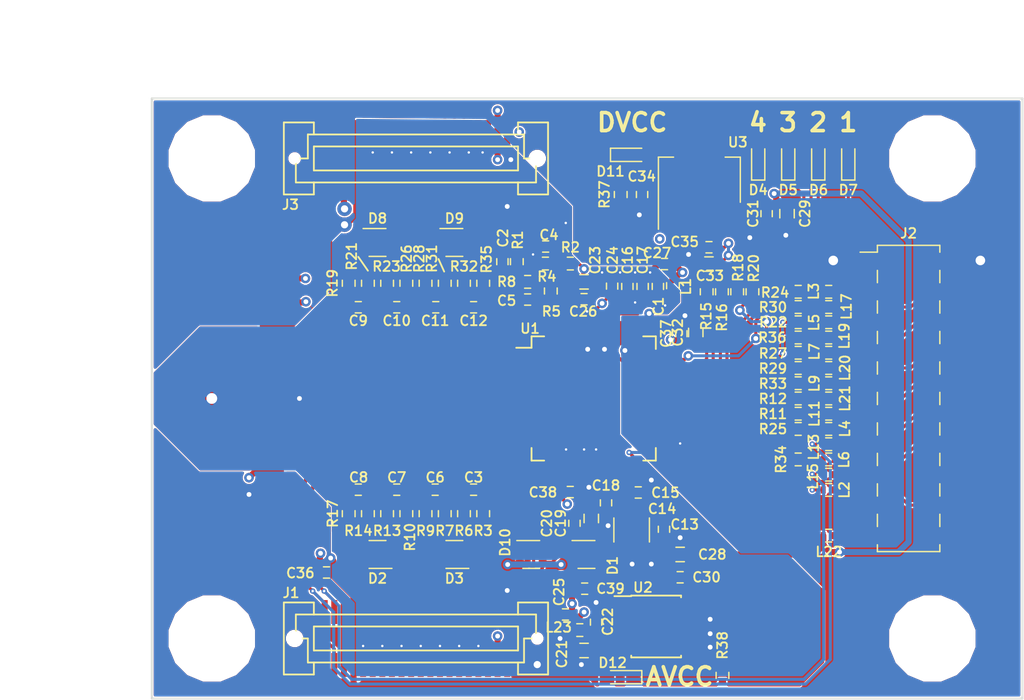
<source format=kicad_pcb>
(kicad_pcb (version 4) (host pcbnew 4.0.7)
  (layers (0 F.Cu signal) (1 In1.Cu signal) (2 In2.Cu signal) (31 B.Cu signal) (34 B.Paste user) (35 F.Paste user) (36 B.SilkS user) (37 F.SilkS user) (38 B.Mask user) (39 F.Mask user) (44 Edge.Cuts user))
  (net 0 "")
  (net 1 VDDA)
  (net 2 VSSA)
  (net 3 "Net-(U1-Pad27)")
  (net 4 "Net-(U1-Pad29)")
  (net 5 GNDD)
  (net 6 VDD)
  (net 7 "Net-(U1-Pad64)")
  (net 8 +BATT)
  (net 9 /BIAS)
  (net 10 "Net-(C21-Pad1)")
  (net 11 "Net-(D1-Pad6)")
  (net 12 /IN3P)
  (net 13 /IN4N)
  (net 14 /IN3N)
  (net 15 /IN4P)
  (net 16 "Net-(D2-Pad6)")
  (net 17 /IN1P)
  (net 18 /IN2N)
  (net 19 /IN1N)
  (net 20 /IN2P)
  (net 21 "Net-(D3-Pad6)")
  (net 22 "Net-(D4-Pad1)")
  (net 23 "Net-(D5-Pad1)")
  (net 24 "Net-(D6-Pad1)")
  (net 25 "Net-(D7-Pad1)")
  (net 26 /IN5P)
  (net 27 /IN6N)
  (net 28 /IN5N)
  (net 29 /IN6P)
  (net 30 "Net-(D8-Pad6)")
  (net 31 /IN7P)
  (net 32 /IN8N)
  (net 33 /IN7N)
  (net 34 /IN8P)
  (net 35 "Net-(D9-Pad6)")
  (net 36 "Net-(D10-Pad1)")
  (net 37 "Net-(D10-Pad2)")
  (net 38 "Net-(D10-Pad6)")
  (net 39 "Net-(J2-Pad5)")
  (net 40 "Net-(J2-Pad9)")
  (net 41 "Net-(J2-Pad10)")
  (net 42 "Net-(J2-Pad11)")
  (net 43 "Net-(J2-Pad12)")
  (net 44 "Net-(J2-Pad13)")
  (net 45 "Net-(J2-Pad14)")
  (net 46 "Net-(J2-Pad15)")
  (net 47 "Net-(J2-Pad17)")
  (net 48 "Net-(J2-Pad18)")
  (net 49 /ADS_NPWDN)
  (net 50 /ADS_NRST)
  (net 51 /ADS_SCK)
  (net 52 /ADS_MISO)
  (net 53 /ADS_MOSI)
  (net 54 /ADS_NCS)
  (net 55 /ADS_START)
  (net 56 /ADS_NDRDY)
  (net 57 /ADS_CLK)
  (net 58 /ADS_CLKSEL)
  (net 59 /ADS_DAISY_IN)
  (net 60 "Net-(U2-Pad4)")
  (net 61 "Net-(D11-Pad1)")
  (net 62 /AVDD1)
  (net 63 /BIASOUT)
  (net 64 /1PD)
  (net 65 /1ND)
  (net 66 /BIASREF)
  (net 67 /BIASINV)
  (net 68 /2PD)
  (net 69 /2ND)
  (net 70 /3PD)
  (net 71 /3ND)
  (net 72 /4PD)
  (net 73 /4ND)
  (net 74 /5PD)
  (net 75 /5ND)
  (net 76 /6PD)
  (net 77 /6ND)
  (net 78 /7PD)
  (net 79 /7ND)
  (net 80 /8PD)
  (net 81 /8ND)
  (net 82 /VCAP1)
  (net 83 /VCAP2)
  (net 84 /VCAP3)
  (net 85 /VCAP4)
  (net 86 /VREFP)
  (net 87 /SRB1)
  (net 88 /SRB2)
  (net 89 /BIASIN)
  (net 90 /ADS_NPWDN_DR)
  (net 91 /ADS_NRST_DR)
  (net 92 /ADS_GPIO4)
  (net 93 /ADS_GPIO3)
  (net 94 /ADS_GPIO2)
  (net 95 /ADS_GPIO1)
  (net 96 /ADS_SCLK_DR)
  (net 97 /ADS_DOUT_DR)
  (net 98 /ADS_DIN_DR)
  (net 99 /ADS_NCS_DR)
  (net 100 /ADS_START_DR)
  (net 101 /ADS_NDRDY_DR)
  (net 102 /ADS_CLK_DR)
  (net 103 /ADS_CLKSEL_DR)
  (net 104 /ADS_DAISY_IN_DR)
  (net 105 "Net-(J1-Pad35)")
  (net 106 "Net-(J2-Pad3)")
  (net 107 "Net-(J2-Pad4)")
  (net 108 "Net-(J2-Pad6)")
  (net 109 "Net-(J2-Pad7)")
  (net 110 "Net-(J2-Pad8)")
  (net 111 "Net-(J1-Pad1)")
  (net 112 /SDA_PT)
  (net 113 "Net-(J1-Pad3)")
  (net 114 /SCL_PT)
  (net 115 "Net-(J3-Pad37)")
  (net 116 "Net-(J3-Pad39)")
  (net 117 "Net-(J3-Pad4)")
  (net 118 "Net-(J3-Pad6)")
  (net 119 "Net-(D12-Pad1)")
  (module Capacitors_SMD:C_0402 (layer F.Cu) (at 145.2 125.4 270)
    (fp_text reference C20 (at 0 2.3 270) (layer F.SilkS) (effects (font (size 0.81 0.81))))
    (fp_text value 100n)
    (pad 1 smd rect (at -0.55 0 270) (size 0.6 0.5) (layers F.Cu F.Paste F.Mask) (net 86 /VREFP))
    (pad 2 smd rect (at 0.55 0 270) (size 0.6 0.5) (layers F.Cu F.Paste F.Mask) (net 2 VSSA))
  )
  (module Resistors_SMD:R_0402 (layer F.Cu) (at 166.37 115)
    (fp_text reference L21 (at 1.355 0 90) (layer F.SilkS) (effects (font (size 0.81 0.81))))
    (fp_text value L_Core_Ferrite_Small hide)
    (pad 1 smd rect (at -0.45 0) (size 0.4 0.6) (layers F.Cu F.Paste F.Mask) (net 50 /ADS_NRST))
    (pad 2 smd rect (at 0.45 0) (size 0.4 0.6) (layers F.Cu F.Paste F.Mask) (net 41 "Net-(J2-Pad10)"))
  )
  (module Mounting_Holes:MountingHole_3.2mm_M3_ISO14580 (layer F.Cu) (at 175 95)
    (fp_text reference REF** hide)
    (fp_text value MountingHole_3.2mm_M3_ISO14580 hide)
    (pad "" np_thru_hole circle (at 0 0) (size 3.2 3.2) (drill 3.2) (layers *.Cu *.Mask) (clearance 2))
  )
  (module Mounting_Holes:MountingHole_3.2mm_M3_ISO14580 (layer F.Cu) (at 175 135)
    (fp_text reference REF** hide)
    (fp_text value MountingHole_3.2mm_M3_ISO14580 hide)
    (pad "" np_thru_hole circle (at 0 0) (size 3.2 3.2) (drill 3.2) (layers *.Cu *.Mask) (clearance 2))
  )
  (module Mounting_Holes:MountingHole_3.2mm_M3_ISO14580 (layer F.Cu) (at 115 135)
    (fp_text reference REF** hide)
    (fp_text value MountingHole_3.2mm_M3_ISO14580 hide)
    (pad "" np_thru_hole circle (at 0 0) (size 3.2 3.2) (drill 3.2) (layers *.Cu *.Mask) (clearance 2))
  )
  (module Housings_QFP:TQFP-64_10x10mm_Pitch0.5mm (layer F.Cu) (at 146.8 115)
    (fp_text reference U1 (at -5.3 -5.825) (layer F.SilkS) (effects (font (size 0.81 0.81))))
    (fp_text value ADS1299_TQFP)
    (pad 1 smd rect (at -5.7 -3.75) (size 1.5 0.3) (layers F.Cu F.Paste F.Mask) (net 81 /8ND))
    (pad 2 smd rect (at -5.7 -3.25) (size 1.5 0.3) (layers F.Cu F.Paste F.Mask) (net 80 /8PD))
    (pad 3 smd rect (at -5.7 -2.75) (size 1.5 0.3) (layers F.Cu F.Paste F.Mask) (net 79 /7ND))
    (pad 4 smd rect (at -5.7 -2.25) (size 1.5 0.3) (layers F.Cu F.Paste F.Mask) (net 78 /7PD))
    (pad 5 smd rect (at -5.7 -1.75) (size 1.5 0.3) (layers F.Cu F.Paste F.Mask) (net 77 /6ND))
    (pad 6 smd rect (at -5.7 -1.25) (size 1.5 0.3) (layers F.Cu F.Paste F.Mask) (net 76 /6PD))
    (pad 7 smd rect (at -5.7 -0.75) (size 1.5 0.3) (layers F.Cu F.Paste F.Mask) (net 75 /5ND))
    (pad 8 smd rect (at -5.7 -0.25) (size 1.5 0.3) (layers F.Cu F.Paste F.Mask) (net 74 /5PD))
    (pad 9 smd rect (at -5.7 0.25) (size 1.5 0.3) (layers F.Cu F.Paste F.Mask) (net 73 /4ND))
    (pad 10 smd rect (at -5.7 0.75) (size 1.5 0.3) (layers F.Cu F.Paste F.Mask) (net 72 /4PD))
    (pad 11 smd rect (at -5.7 1.25) (size 1.5 0.3) (layers F.Cu F.Paste F.Mask) (net 71 /3ND))
    (pad 12 smd rect (at -5.7 1.75) (size 1.5 0.3) (layers F.Cu F.Paste F.Mask) (net 70 /3PD))
    (pad 13 smd rect (at -5.7 2.25) (size 1.5 0.3) (layers F.Cu F.Paste F.Mask) (net 69 /2ND))
    (pad 14 smd rect (at -5.7 2.75) (size 1.5 0.3) (layers F.Cu F.Paste F.Mask) (net 68 /2PD))
    (pad 15 smd rect (at -5.7 3.25) (size 1.5 0.3) (layers F.Cu F.Paste F.Mask) (net 65 /1ND))
    (pad 16 smd rect (at -5.7 3.75) (size 1.5 0.3) (layers F.Cu F.Paste F.Mask) (net 64 /1PD))
    (pad 17 smd rect (at -3.75 5.7 90) (size 1.5 0.3) (layers F.Cu F.Paste F.Mask) (net 87 /SRB1))
    (pad 18 smd rect (at -3.25 5.7 90) (size 1.5 0.3) (layers F.Cu F.Paste F.Mask) (net 88 /SRB2))
    (pad 19 smd rect (at -2.75 5.7 90) (size 1.5 0.3) (layers F.Cu F.Paste F.Mask) (net 1 VDDA))
    (pad 20 smd rect (at -2.25 5.7 90) (size 1.5 0.3) (layers F.Cu F.Paste F.Mask) (net 2 VSSA))
    (pad 21 smd rect (at -1.75 5.7 90) (size 1.5 0.3) (layers F.Cu F.Paste F.Mask) (net 1 VDDA))
    (pad 22 smd rect (at -1.25 5.7 90) (size 1.5 0.3) (layers F.Cu F.Paste F.Mask) (net 1 VDDA))
    (pad 23 smd rect (at -0.75 5.7 90) (size 1.5 0.3) (layers F.Cu F.Paste F.Mask) (net 2 VSSA))
    (pad 24 smd rect (at -0.25 5.7 90) (size 1.5 0.3) (layers F.Cu F.Paste F.Mask) (net 86 /VREFP))
    (pad 25 smd rect (at 0.25 5.7 90) (size 1.5 0.3) (layers F.Cu F.Paste F.Mask) (net 2 VSSA))
    (pad 26 smd rect (at 0.75 5.7 90) (size 1.5 0.3) (layers F.Cu F.Paste F.Mask) (net 85 /VCAP4))
    (pad 27 smd rect (at 1.25 5.7 90) (size 1.5 0.3) (layers F.Cu F.Paste F.Mask) (net 3 "Net-(U1-Pad27)"))
    (pad 28 smd rect (at 1.75 5.7 90) (size 1.5 0.3) (layers F.Cu F.Paste F.Mask) (net 82 /VCAP1))
    (pad 29 smd rect (at 2.25 5.7 90) (size 1.5 0.3) (layers F.Cu F.Paste F.Mask) (net 4 "Net-(U1-Pad29)"))
    (pad 30 smd rect (at 2.75 5.7 90) (size 1.5 0.3) (layers F.Cu F.Paste F.Mask) (net 83 /VCAP2))
    (pad 31 smd rect (at 3.25 5.7 90) (size 1.5 0.3) (layers F.Cu F.Paste F.Mask) (net 5 GNDD))
    (pad 32 smd rect (at 3.75 5.7 90) (size 1.5 0.3) (layers F.Cu F.Paste F.Mask) (net 2 VSSA))
    (pad 33 smd rect (at 5.7 3.75) (size 1.5 0.3) (layers F.Cu F.Paste F.Mask) (net 5 GNDD))
    (pad 34 smd rect (at 5.7 3.25) (size 1.5 0.3) (layers F.Cu F.Paste F.Mask) (net 98 /ADS_DIN_DR))
    (pad 35 smd rect (at 5.7 2.75) (size 1.5 0.3) (layers F.Cu F.Paste F.Mask) (net 90 /ADS_NPWDN_DR))
    (pad 36 smd rect (at 5.7 2.25) (size 1.5 0.3) (layers F.Cu F.Paste F.Mask) (net 91 /ADS_NRST_DR))
    (pad 37 smd rect (at 5.7 1.75) (size 1.5 0.3) (layers F.Cu F.Paste F.Mask) (net 102 /ADS_CLK_DR))
    (pad 38 smd rect (at 5.7 1.25) (size 1.5 0.3) (layers F.Cu F.Paste F.Mask) (net 100 /ADS_START_DR))
    (pad 39 smd rect (at 5.7 0.75) (size 1.5 0.3) (layers F.Cu F.Paste F.Mask) (net 99 /ADS_NCS_DR))
    (pad 40 smd rect (at 5.7 0.25) (size 1.5 0.3) (layers F.Cu F.Paste F.Mask) (net 96 /ADS_SCLK_DR))
    (pad 41 smd rect (at 5.7 -0.25) (size 1.5 0.3) (layers F.Cu F.Paste F.Mask) (net 104 /ADS_DAISY_IN_DR))
    (pad 42 smd rect (at 5.7 -0.75) (size 1.5 0.3) (layers F.Cu F.Paste F.Mask) (net 95 /ADS_GPIO1))
    (pad 43 smd rect (at 5.7 -1.25) (size 1.5 0.3) (layers F.Cu F.Paste F.Mask) (net 97 /ADS_DOUT_DR))
    (pad 44 smd rect (at 5.7 -1.75) (size 1.5 0.3) (layers F.Cu F.Paste F.Mask) (net 94 /ADS_GPIO2))
    (pad 45 smd rect (at 5.7 -2.25) (size 1.5 0.3) (layers F.Cu F.Paste F.Mask) (net 93 /ADS_GPIO3))
    (pad 46 smd rect (at 5.7 -2.75) (size 1.5 0.3) (layers F.Cu F.Paste F.Mask) (net 92 /ADS_GPIO4))
    (pad 47 smd rect (at 5.7 -3.25) (size 1.5 0.3) (layers F.Cu F.Paste F.Mask) (net 101 /ADS_NDRDY_DR))
    (pad 48 smd rect (at 5.7 -3.75) (size 1.5 0.3) (layers F.Cu F.Paste F.Mask) (net 6 VDD))
    (pad 49 smd rect (at 3.75 -5.7 90) (size 1.5 0.3) (layers F.Cu F.Paste F.Mask) (net 5 GNDD))
    (pad 50 smd rect (at 3.25 -5.7 90) (size 1.5 0.3) (layers F.Cu F.Paste F.Mask) (net 6 VDD))
    (pad 51 smd rect (at 2.75 -5.7 90) (size 1.5 0.3) (layers F.Cu F.Paste F.Mask) (net 5 GNDD))
    (pad 52 smd rect (at 2.25 -5.7 90) (size 1.5 0.3) (layers F.Cu F.Paste F.Mask) (net 103 /ADS_CLKSEL_DR))
    (pad 53 smd rect (at 1.75 -5.7 90) (size 1.5 0.3) (layers F.Cu F.Paste F.Mask) (net 2 VSSA))
    (pad 54 smd rect (at 1.25 -5.7 90) (size 1.5 0.3) (layers F.Cu F.Paste F.Mask) (net 62 /AVDD1))
    (pad 55 smd rect (at 0.75 -5.7 90) (size 1.5 0.3) (layers F.Cu F.Paste F.Mask) (net 84 /VCAP3))
    (pad 56 smd rect (at 0.25 -5.7 90) (size 1.5 0.3) (layers F.Cu F.Paste F.Mask) (net 1 VDDA))
    (pad 57 smd rect (at -0.25 -5.7 90) (size 1.5 0.3) (layers F.Cu F.Paste F.Mask) (net 2 VSSA))
    (pad 58 smd rect (at -0.75 -5.7 90) (size 1.5 0.3) (layers F.Cu F.Paste F.Mask) (net 2 VSSA))
    (pad 59 smd rect (at -1.25 -5.7 90) (size 1.5 0.3) (layers F.Cu F.Paste F.Mask) (net 1 VDDA))
    (pad 60 smd rect (at -1.75 -5.7 90) (size 1.5 0.3) (layers F.Cu F.Paste F.Mask) (net 66 /BIASREF))
    (pad 61 smd rect (at -2.25 -5.7 90) (size 1.5 0.3) (layers F.Cu F.Paste F.Mask) (net 67 /BIASINV))
    (pad 62 smd rect (at -2.75 -5.7 90) (size 1.5 0.3) (layers F.Cu F.Paste F.Mask) (net 89 /BIASIN))
    (pad 63 smd rect (at -3.25 -5.7 90) (size 1.5 0.3) (layers F.Cu F.Paste F.Mask) (net 63 /BIASOUT))
    (pad 64 smd rect (at -3.75 -5.7 90) (size 1.5 0.3) (layers F.Cu F.Paste F.Mask) (net 7 "Net-(U1-Pad64)"))
  )
  (module TO_SOT_Packages_SMD:SOT-223-3Lead_TabPin2 (layer F.Cu) (at 155.6 96.8 90)
    (fp_text reference U3 (at 3.15 3.2 180) (layer F.SilkS) (effects (font (size 0.81 0.81))))
    (fp_text value LD1117S50TR_SOT223 hide)
    (pad 2 smd rect (at 3.15 0 90) (size 2 3.8) (layers F.Cu F.Paste F.Mask) (net 6 VDD))
    (pad 2 smd rect (at -3.15 0 90) (size 2 1.5) (layers F.Cu F.Paste F.Mask) (net 6 VDD))
    (pad 3 smd rect (at -3.15 2.3 90) (size 2 1.5) (layers F.Cu F.Paste F.Mask) (net 8 +BATT))
    (pad 1 smd rect (at -3.15 -2.3 90) (size 2 1.5) (layers F.Cu F.Paste F.Mask) (net 5 GNDD))
  )
  (module Capacitors_SMD:C_0402 (layer F.Cu) (at 152.146 105.664 90)
    (fp_text reference C1 (at -1.661 0.054 90) (layer F.SilkS) (effects (font (size 0.81 0.81))))
    (fp_text value 1u)
    (pad 1 smd rect (at -0.55 0 90) (size 0.6 0.5) (layers F.Cu F.Paste F.Mask) (net 62 /AVDD1))
    (pad 2 smd rect (at 0.55 0 90) (size 0.6 0.5) (layers F.Cu F.Paste F.Mask) (net 2 VSSA))
  )
  (module Capacitors_SMD:C_0402 (layer F.Cu) (at 139.2 103.6 270)
    (fp_text reference C2 (at -1.975 -0.05 270) (layer F.SilkS) (effects (font (size 0.81 0.81))))
    (fp_text value 0)
    (pad 1 smd rect (at -0.55 0 270) (size 0.6 0.5) (layers F.Cu F.Paste F.Mask) (net 9 /BIAS))
    (pad 2 smd rect (at 0.55 0 270) (size 0.6 0.5) (layers F.Cu F.Paste F.Mask) (net 63 /BIASOUT))
  )
  (module Capacitors_SMD:C_0402 (layer F.Cu) (at 136.8 122.6 180)
    (fp_text reference C3 (at 0 1.025 180) (layer F.SilkS) (effects (font (size 0.81 0.81))))
    (fp_text value 100p)
    (pad 1 smd rect (at -0.55 0 180) (size 0.6 0.5) (layers F.Cu F.Paste F.Mask) (net 64 /1PD))
    (pad 2 smd rect (at 0.55 0 180) (size 0.6 0.5) (layers F.Cu F.Paste F.Mask) (net 65 /1ND))
  )
  (module Capacitors_SMD:C_0402 (layer F.Cu) (at 142.7988 102.3366 180)
    (fp_text reference C4 (at -0.2762 0.9616 180) (layer F.SilkS) (effects (font (size 0.81 0.81))))
    (fp_text value 0)
    (pad 1 smd rect (at -0.55 0 180) (size 0.6 0.5) (layers F.Cu F.Paste F.Mask) (net 66 /BIASREF))
    (pad 2 smd rect (at 0.55 0 180) (size 0.6 0.5) (layers F.Cu F.Paste F.Mask) (net 2 VSSA))
  )
  (module Capacitors_SMD:C_0402 (layer F.Cu) (at 141.3002 106.7562)
    (fp_text reference C5 (at -1.7502 0.0938) (layer F.SilkS) (effects (font (size 0.81 0.81))))
    (fp_text value 0)
    (pad 1 smd rect (at -0.55 0) (size 0.6 0.5) (layers F.Cu F.Paste F.Mask) (net 67 /BIASINV))
    (pad 2 smd rect (at 0.55 0) (size 0.6 0.5) (layers F.Cu F.Paste F.Mask) (net 63 /BIASOUT))
  )
  (module Capacitors_SMD:C_0402 (layer F.Cu) (at 133.6 122.6 180)
    (fp_text reference C6 (at 0 1.025 180) (layer F.SilkS) (effects (font (size 0.81 0.81))))
    (fp_text value 100p)
    (pad 1 smd rect (at -0.55 0 180) (size 0.6 0.5) (layers F.Cu F.Paste F.Mask) (net 68 /2PD))
    (pad 2 smd rect (at 0.55 0 180) (size 0.6 0.5) (layers F.Cu F.Paste F.Mask) (net 69 /2ND))
  )
  (module Capacitors_SMD:C_0402 (layer F.Cu) (at 130.4 122.6 180)
    (fp_text reference C7 (at 0 1.025 180) (layer F.SilkS) (effects (font (size 0.81 0.81))))
    (fp_text value 100p)
    (pad 1 smd rect (at -0.55 0 180) (size 0.6 0.5) (layers F.Cu F.Paste F.Mask) (net 70 /3PD))
    (pad 2 smd rect (at 0.55 0 180) (size 0.6 0.5) (layers F.Cu F.Paste F.Mask) (net 71 /3ND))
  )
  (module Capacitors_SMD:C_0402 (layer F.Cu) (at 127.2 122.6 180)
    (fp_text reference C8 (at -0.025 1.025 180) (layer F.SilkS) (effects (font (size 0.81 0.81))))
    (fp_text value 100p)
    (pad 1 smd rect (at -0.55 0 180) (size 0.6 0.5) (layers F.Cu F.Paste F.Mask) (net 72 /4PD))
    (pad 2 smd rect (at 0.55 0 180) (size 0.6 0.5) (layers F.Cu F.Paste F.Mask) (net 73 /4ND))
  )
  (module Capacitors_SMD:C_0402 (layer F.Cu) (at 127.2 107.4)
    (fp_text reference C9 (at 0 1.125) (layer F.SilkS) (effects (font (size 0.81 0.81))))
    (fp_text value 100p)
    (pad 1 smd rect (at -0.55 0) (size 0.6 0.5) (layers F.Cu F.Paste F.Mask) (net 74 /5PD))
    (pad 2 smd rect (at 0.55 0) (size 0.6 0.5) (layers F.Cu F.Paste F.Mask) (net 75 /5ND))
  )
  (module Capacitors_SMD:C_0402 (layer F.Cu) (at 130.4 107.4)
    (fp_text reference C10 (at 0 1.125) (layer F.SilkS) (effects (font (size 0.81 0.81))))
    (fp_text value 100p)
    (pad 1 smd rect (at -0.55 0) (size 0.6 0.5) (layers F.Cu F.Paste F.Mask) (net 76 /6PD))
    (pad 2 smd rect (at 0.55 0) (size 0.6 0.5) (layers F.Cu F.Paste F.Mask) (net 77 /6ND))
  )
  (module Capacitors_SMD:C_0402 (layer F.Cu) (at 133.65 107.4)
    (fp_text reference C11 (at -0.05 1.125) (layer F.SilkS) (effects (font (size 0.81 0.81))))
    (fp_text value 100p)
    (pad 1 smd rect (at -0.55 0) (size 0.6 0.5) (layers F.Cu F.Paste F.Mask) (net 78 /7PD))
    (pad 2 smd rect (at 0.55 0) (size 0.6 0.5) (layers F.Cu F.Paste F.Mask) (net 79 /7ND))
  )
  (module Capacitors_SMD:C_0402 (layer F.Cu) (at 136.8 107.4)
    (fp_text reference C12 (at 0 1.125) (layer F.SilkS) (effects (font (size 0.81 0.81))))
    (fp_text value 100p)
    (pad 1 smd rect (at -0.55 0) (size 0.6 0.5) (layers F.Cu F.Paste F.Mask) (net 80 /8PD))
    (pad 2 smd rect (at 0.55 0) (size 0.6 0.5) (layers F.Cu F.Paste F.Mask) (net 81 /8ND))
  )
  (module Capacitors_SMD:C_0402 (layer F.Cu) (at 152.654 125.899 270)
    (fp_text reference C13 (at -0.399 -1.721 360) (layer F.SilkS) (effects (font (size 0.81 0.81))))
    (fp_text value DNP)
    (pad 1 smd rect (at -0.55 0 270) (size 0.6 0.5) (layers F.Cu F.Paste F.Mask) (net 82 /VCAP1))
    (pad 2 smd rect (at 0.55 0 270) (size 0.6 0.5) (layers F.Cu F.Paste F.Mask) (net 2 VSSA))
  )
  (module Capacitors_SMD:C_0402 (layer F.Cu) (at 150.5116 122.8344)
    (fp_text reference C15 (at 2.2634 0.0156) (layer F.SilkS) (effects (font (size 0.81 0.81))))
    (fp_text value 1u)
    (pad 1 smd rect (at -0.55 0) (size 0.6 0.5) (layers F.Cu F.Paste F.Mask) (net 83 /VCAP2))
    (pad 2 smd rect (at 0.55 0) (size 0.6 0.5) (layers F.Cu F.Paste F.Mask) (net 2 VSSA))
  )
  (module Capacitors_SMD:C_0402 (layer F.Cu) (at 149.606 105.664 90)
    (fp_text reference C16 (at 2.189 0.019 90) (layer F.SilkS) (effects (font (size 0.81 0.81))))
    (fp_text value 1u)
    (pad 1 smd rect (at -0.55 0 90) (size 0.6 0.5) (layers F.Cu F.Paste F.Mask) (net 84 /VCAP3))
    (pad 2 smd rect (at 0.55 0 90) (size 0.6 0.5) (layers F.Cu F.Paste F.Mask) (net 2 VSSA))
  )
  (module Capacitors_SMD:C_0402 (layer F.Cu) (at 150.876 105.664 90)
    (fp_text reference C17 (at 2.189 -0.001 90) (layer F.SilkS) (effects (font (size 0.81 0.81))))
    (fp_text value 100n)
    (pad 1 smd rect (at -0.55 0 90) (size 0.6 0.5) (layers F.Cu F.Paste F.Mask) (net 84 /VCAP3))
    (pad 2 smd rect (at 0.55 0 90) (size 0.6 0.5) (layers F.Cu F.Paste F.Mask) (net 2 VSSA))
  )
  (module Capacitors_SMD:C_0402 (layer F.Cu) (at 147.828 123.698 270)
    (fp_text reference C18 (at -1.448 0.003 360) (layer F.SilkS) (effects (font (size 0.81 0.81))))
    (fp_text value 1u)
    (pad 1 smd rect (at -0.55 0 270) (size 0.6 0.5) (layers F.Cu F.Paste F.Mask) (net 85 /VCAP4))
    (pad 2 smd rect (at 0.55 0 270) (size 0.6 0.5) (layers F.Cu F.Paste F.Mask) (net 2 VSSA))
  )
  (module Capacitors_SMD:C_0402 (layer F.Cu) (at 147 133.6406 90)
    (fp_text reference C22 (at 0.0406 0.975 90) (layer F.SilkS) (effects (font (size 0.81 0.81))))
    (fp_text value 100n)
    (pad 1 smd rect (at -0.55 0 90) (size 0.6 0.5) (layers F.Cu F.Paste F.Mask) (net 10 "Net-(C21-Pad1)"))
    (pad 2 smd rect (at 0.55 0 90) (size 0.6 0.5) (layers F.Cu F.Paste F.Mask) (net 2 VSSA))
  )
  (module Capacitors_SMD:C_0402 (layer F.Cu) (at 148.336 105.6386 90)
    (fp_text reference C24 (at 2.1636 0.039 90) (layer F.SilkS) (effects (font (size 0.81 0.81))))
    (fp_text value 100n)
    (pad 1 smd rect (at -0.55 0 90) (size 0.6 0.5) (layers F.Cu F.Paste F.Mask) (net 1 VDDA))
    (pad 2 smd rect (at 0.55 0 90) (size 0.6 0.5) (layers F.Cu F.Paste F.Mask) (net 2 VSSA))
  )
  (module Capacitors_SMD:C_0402 (layer F.Cu) (at 144.45 133 180)
    (fp_text reference C25 (at 0.525 1.875 270) (layer F.SilkS) (effects (font (size 0.81 0.81))))
    (fp_text value 100n)
    (pad 1 smd rect (at -0.55 0 180) (size 0.6 0.5) (layers F.Cu F.Paste F.Mask) (net 1 VDDA))
    (pad 2 smd rect (at 0.55 0 180) (size 0.6 0.5) (layers F.Cu F.Paste F.Mask) (net 2 VSSA))
  )
  (module Capacitors_SMD:C_0402 (layer F.Cu) (at 145.9992 106.7308)
    (fp_text reference C26 (at -0.0742 1.0192) (layer F.SilkS) (effects (font (size 0.81 0.81))))
    (fp_text value 100n)
    (pad 1 smd rect (at -0.55 0) (size 0.6 0.5) (layers F.Cu F.Paste F.Mask) (net 1 VDDA))
    (pad 2 smd rect (at 0.55 0) (size 0.6 0.5) (layers F.Cu F.Paste F.Mask) (net 2 VSSA))
  )
  (module Capacitors_SMD:C_0402 (layer F.Cu) (at 152.7 103.8 180)
    (fp_text reference C27 (at 0.625 0.925 180) (layer F.SilkS) (effects (font (size 0.81 0.81))))
    (fp_text value 100n)
    (pad 1 smd rect (at -0.55 0 180) (size 0.6 0.5) (layers F.Cu F.Paste F.Mask) (net 1 VDDA))
    (pad 2 smd rect (at 0.55 0 180) (size 0.6 0.5) (layers F.Cu F.Paste F.Mask) (net 2 VSSA))
  )
  (module Capacitors_SMD:C_0402 (layer F.Cu) (at 154 129.9 180)
    (fp_text reference C30 (at -2.2 0 180) (layer F.SilkS) (effects (font (size 0.81 0.81))))
    (fp_text value 100n)
    (pad 1 smd rect (at -0.55 0 180) (size 0.6 0.5) (layers F.Cu F.Paste F.Mask) (net 8 +BATT))
    (pad 2 smd rect (at 0.55 0 180) (size 0.6 0.5) (layers F.Cu F.Paste F.Mask) (net 2 VSSA))
  )
  (module Capacitors_SMD:C_0402 (layer F.Cu) (at 161.2 99.6 270)
    (fp_text reference C31 (at 0 1.125 270) (layer F.SilkS) (effects (font (size 0.81 0.81))))
    (fp_text value 100n)
    (pad 1 smd rect (at -0.55 0 270) (size 0.6 0.5) (layers F.Cu F.Paste F.Mask) (net 8 +BATT))
    (pad 2 smd rect (at 0.55 0 270) (size 0.6 0.5) (layers F.Cu F.Paste F.Mask) (net 5 GNDD))
  )
  (module Capacitors_SMD:C_0402 (layer F.Cu) (at 150.828 98.006 270)
    (fp_text reference C34 (at -1.506 0.028 360) (layer F.SilkS) (effects (font (size 0.81 0.81))))
    (fp_text value 100n)
    (pad 1 smd rect (at -0.55 0 270) (size 0.6 0.5) (layers F.Cu F.Paste F.Mask) (net 6 VDD))
    (pad 2 smd rect (at 0.55 0 270) (size 0.6 0.5) (layers F.Cu F.Paste F.Mask) (net 5 GNDD))
  )
  (module Capacitors_SMD:C_0402 (layer F.Cu) (at 156.4 102.4 180)
    (fp_text reference C35 (at 2.025 0.45 180) (layer F.SilkS) (effects (font (size 0.81 0.81))))
    (fp_text value 100n)
    (pad 1 smd rect (at -0.55 0 180) (size 0.6 0.5) (layers F.Cu F.Paste F.Mask) (net 6 VDD))
    (pad 2 smd rect (at 0.55 0 180) (size 0.6 0.5) (layers F.Cu F.Paste F.Mask) (net 5 GNDD))
  )
  (module Capacitors_SMD:C_0402 (layer F.Cu) (at 124.55 129.5)
    (fp_text reference C36 (at -2.175 0.05) (layer F.SilkS) (effects (font (size 0.81 0.81))))
    (fp_text value 100n)
    (pad 1 smd rect (at -0.55 0) (size 0.6 0.5) (layers F.Cu F.Paste F.Mask) (net 6 VDD))
    (pad 2 smd rect (at 0.55 0) (size 0.6 0.5) (layers F.Cu F.Paste F.Mask) (net 5 GNDD))
  )
  (module Capacitors_SMD:C_0402 (layer F.Cu) (at 154.1 109.6 90)
    (fp_text reference C37 (at 0 -1.27 90) (layer F.SilkS) (effects (font (size 0.81 0.81))))
    (fp_text value 100n)
    (pad 1 smd rect (at -0.55 0 90) (size 0.6 0.5) (layers F.Cu F.Paste F.Mask) (net 6 VDD))
    (pad 2 smd rect (at 0.55 0 90) (size 0.6 0.5) (layers F.Cu F.Paste F.Mask) (net 5 GNDD))
  )
  (module TO_SOT_Packages_SMD:SOT-363_SC-70-6 (layer F.Cu) (at 146.2 128)
    (fp_text reference D1 (at 2.175 0.925 90) (layer F.SilkS) (effects (font (size 0.81 0.81))))
    (fp_text value TPD4E1B06)
    (pad 1 smd rect (at -0.95 -0.65) (size 0.65 0.4) (layers F.Cu F.Paste F.Mask) (net 9 /BIAS))
    (pad 3 smd rect (at -0.95 0.65) (size 0.65 0.4) (layers F.Cu F.Paste F.Mask) (net 2 VSSA))
    (pad 5 smd rect (at 0.95 0) (size 0.65 0.4) (layers F.Cu F.Paste F.Mask) (net 9 /BIAS))
    (pad 2 smd rect (at -0.95 0) (size 0.65 0.4) (layers F.Cu F.Paste F.Mask) (net 9 /BIAS))
    (pad 4 smd rect (at 0.95 0.65) (size 0.65 0.4) (layers F.Cu F.Paste F.Mask) (net 9 /BIAS))
    (pad 6 smd rect (at 0.95 -0.65) (size 0.65 0.4) (layers F.Cu F.Paste F.Mask) (net 11 "Net-(D1-Pad6)"))
  )
  (module TO_SOT_Packages_SMD:SOT-363_SC-70-6 (layer F.Cu) (at 128.8 128 180)
    (fp_text reference D2 (at 0 -2 180) (layer F.SilkS) (effects (font (size 0.81 0.81))))
    (fp_text value TPD4E1B06)
    (pad 1 smd rect (at -0.95 -0.65 180) (size 0.65 0.4) (layers F.Cu F.Paste F.Mask) (net 12 /IN3P))
    (pad 3 smd rect (at -0.95 0.65 180) (size 0.65 0.4) (layers F.Cu F.Paste F.Mask) (net 9 /BIAS))
    (pad 5 smd rect (at 0.95 0 180) (size 0.65 0.4) (layers F.Cu F.Paste F.Mask) (net 15 /IN4P))
    (pad 2 smd rect (at -0.95 0 180) (size 0.65 0.4) (layers F.Cu F.Paste F.Mask) (net 14 /IN3N))
    (pad 4 smd rect (at 0.95 0.65 180) (size 0.65 0.4) (layers F.Cu F.Paste F.Mask) (net 13 /IN4N))
    (pad 6 smd rect (at 0.95 -0.65 180) (size 0.65 0.4) (layers F.Cu F.Paste F.Mask) (net 16 "Net-(D2-Pad6)"))
  )
  (module TO_SOT_Packages_SMD:SOT-363_SC-70-6 (layer F.Cu) (at 135.2 128 180)
    (fp_text reference D3 (at 0 -2 180) (layer F.SilkS) (effects (font (size 0.81 0.81))))
    (fp_text value TPD4E1B06)
    (pad 1 smd rect (at -0.95 -0.65 180) (size 0.65 0.4) (layers F.Cu F.Paste F.Mask) (net 17 /IN1P))
    (pad 3 smd rect (at -0.95 0.65 180) (size 0.65 0.4) (layers F.Cu F.Paste F.Mask) (net 9 /BIAS))
    (pad 5 smd rect (at 0.95 0 180) (size 0.65 0.4) (layers F.Cu F.Paste F.Mask) (net 20 /IN2P))
    (pad 2 smd rect (at -0.95 0 180) (size 0.65 0.4) (layers F.Cu F.Paste F.Mask) (net 19 /IN1N))
    (pad 4 smd rect (at 0.95 0.65 180) (size 0.65 0.4) (layers F.Cu F.Paste F.Mask) (net 18 /IN2N))
    (pad 6 smd rect (at 0.95 -0.65 180) (size 0.65 0.4) (layers F.Cu F.Paste F.Mask) (net 21 "Net-(D3-Pad6)"))
  )
  (module LEDs:LED_0603_HandSoldering (layer F.Cu) (at 160.5 95 90)
    (fp_text reference D4 (at -2.625 0 180) (layer F.SilkS) (effects (font (size 0.81 0.81))))
    (fp_text value red)
    (pad 1 smd rect (at -1.1 0 90) (size 1.2 0.9) (layers F.Cu F.Paste F.Mask) (net 22 "Net-(D4-Pad1)"))
    (pad 2 smd rect (at 1.1 0 90) (size 1.2 0.9) (layers F.Cu F.Paste F.Mask) (net 6 VDD))
  )
  (module LEDs:LED_0603_HandSoldering (layer F.Cu) (at 163 95 90)
    (fp_text reference D5 (at -2.625 0 180) (layer F.SilkS) (effects (font (size 0.81 0.81))))
    (fp_text value red)
    (pad 1 smd rect (at -1.1 0 90) (size 1.2 0.9) (layers F.Cu F.Paste F.Mask) (net 23 "Net-(D5-Pad1)"))
    (pad 2 smd rect (at 1.1 0 90) (size 1.2 0.9) (layers F.Cu F.Paste F.Mask) (net 6 VDD))
  )
  (module LEDs:LED_0603_HandSoldering (layer F.Cu) (at 165.5 95 90)
    (fp_text reference D6 (at -2.625 0.025 180) (layer F.SilkS) (effects (font (size 0.81 0.81))))
    (fp_text value red)
    (pad 1 smd rect (at -1.1 0 90) (size 1.2 0.9) (layers F.Cu F.Paste F.Mask) (net 24 "Net-(D6-Pad1)"))
    (pad 2 smd rect (at 1.1 0 90) (size 1.2 0.9) (layers F.Cu F.Paste F.Mask) (net 6 VDD))
  )
  (module LEDs:LED_0603_HandSoldering (layer F.Cu) (at 168 95 90)
    (fp_text reference D7 (at -2.625 0 180) (layer F.SilkS) (effects (font (size 0.81 0.81))))
    (fp_text value red)
    (pad 1 smd rect (at -1.1 0 90) (size 1.2 0.9) (layers F.Cu F.Paste F.Mask) (net 25 "Net-(D7-Pad1)"))
    (pad 2 smd rect (at 1.1 0 90) (size 1.2 0.9) (layers F.Cu F.Paste F.Mask) (net 6 VDD))
  )
  (module TO_SOT_Packages_SMD:SOT-363_SC-70-6 (layer F.Cu) (at 128.8 102)
    (fp_text reference D8 (at 0 -2) (layer F.SilkS) (effects (font (size 0.81 0.81))))
    (fp_text value TPD4E1B06)
    (pad 1 smd rect (at -0.95 -0.65) (size 0.65 0.4) (layers F.Cu F.Paste F.Mask) (net 26 /IN5P))
    (pad 3 smd rect (at -0.95 0.65) (size 0.65 0.4) (layers F.Cu F.Paste F.Mask) (net 9 /BIAS))
    (pad 5 smd rect (at 0.95 0) (size 0.65 0.4) (layers F.Cu F.Paste F.Mask) (net 29 /IN6P))
    (pad 2 smd rect (at -0.95 0) (size 0.65 0.4) (layers F.Cu F.Paste F.Mask) (net 28 /IN5N))
    (pad 4 smd rect (at 0.95 0.65) (size 0.65 0.4) (layers F.Cu F.Paste F.Mask) (net 27 /IN6N))
    (pad 6 smd rect (at 0.95 -0.65) (size 0.65 0.4) (layers F.Cu F.Paste F.Mask) (net 30 "Net-(D8-Pad6)"))
  )
  (module TO_SOT_Packages_SMD:SOT-363_SC-70-6 (layer F.Cu) (at 135.2 102)
    (fp_text reference D9 (at 0 -2) (layer F.SilkS) (effects (font (size 0.81 0.81))))
    (fp_text value TPD4E1B06)
    (pad 1 smd rect (at -0.95 -0.65) (size 0.65 0.4) (layers F.Cu F.Paste F.Mask) (net 31 /IN7P))
    (pad 3 smd rect (at -0.95 0.65) (size 0.65 0.4) (layers F.Cu F.Paste F.Mask) (net 9 /BIAS))
    (pad 5 smd rect (at 0.95 0) (size 0.65 0.4) (layers F.Cu F.Paste F.Mask) (net 34 /IN8P))
    (pad 2 smd rect (at -0.95 0) (size 0.65 0.4) (layers F.Cu F.Paste F.Mask) (net 33 /IN7N))
    (pad 4 smd rect (at 0.95 0.65) (size 0.65 0.4) (layers F.Cu F.Paste F.Mask) (net 32 /IN8N))
    (pad 6 smd rect (at 0.95 -0.65) (size 0.65 0.4) (layers F.Cu F.Paste F.Mask) (net 35 "Net-(D9-Pad6)"))
  )
  (module TO_SOT_Packages_SMD:SOT-363_SC-70-6 (layer F.Cu) (at 141.6 128)
    (fp_text reference D10 (at -2.175 -1 90) (layer F.SilkS) (effects (font (size 0.81 0.81))))
    (fp_text value TPD4E1B06)
    (pad 1 smd rect (at -0.95 -0.65) (size 0.65 0.4) (layers F.Cu F.Paste F.Mask) (net 36 "Net-(D10-Pad1)"))
    (pad 3 smd rect (at -0.95 0.65) (size 0.65 0.4) (layers F.Cu F.Paste F.Mask) (net 9 /BIAS))
    (pad 5 smd rect (at 0.95 0) (size 0.65 0.4) (layers F.Cu F.Paste F.Mask) (net 87 /SRB1))
    (pad 2 smd rect (at -0.95 0) (size 0.65 0.4) (layers F.Cu F.Paste F.Mask) (net 37 "Net-(D10-Pad2)"))
    (pad 4 smd rect (at 0.95 0.65) (size 0.65 0.4) (layers F.Cu F.Paste F.Mask) (net 88 /SRB2))
    (pad 6 smd rect (at 0.95 -0.65) (size 0.65 0.4) (layers F.Cu F.Paste F.Mask) (net 38 "Net-(D10-Pad6)"))
  )
  (module Resistors_SMD:R_0402 (layer F.Cu) (at 153.4 105.6 270)
    (fp_text reference L1 (at 0.075 -1.075 270) (layer F.SilkS) (effects (font (size 0.81 0.81))))
    (fp_text value L_Core_Ferrite_Small hide)
    (pad 1 smd rect (at -0.45 0 270) (size 0.4 0.6) (layers F.Cu F.Paste F.Mask) (net 1 VDDA))
    (pad 2 smd rect (at 0.45 0 270) (size 0.4 0.6) (layers F.Cu F.Paste F.Mask) (net 62 /AVDD1))
  )
  (module Resistors_SMD:R_0402 (layer F.Cu) (at 166.37 106.11)
    (fp_text reference L3 (at -1.245 -0.035 90) (layer F.SilkS) (effects (font (size 0.81 0.81))))
    (fp_text value L_Core_Ferrite_Small hide)
    (pad 1 smd rect (at -0.45 0) (size 0.4 0.6) (layers F.Cu F.Paste F.Mask) (net 52 /ADS_MISO))
    (pad 2 smd rect (at 0.45 0) (size 0.4 0.6) (layers F.Cu F.Paste F.Mask) (net 106 "Net-(J2-Pad3)"))
  )
  (module Resistors_SMD:R_0402 (layer F.Cu) (at 166.37 108.65)
    (fp_text reference L5 (at -1.22 0.025 90) (layer F.SilkS) (effects (font (size 0.81 0.81))))
    (fp_text value L_Core_Ferrite_Small hide)
    (pad 1 smd rect (at -0.45 0) (size 0.4 0.6) (layers F.Cu F.Paste F.Mask) (net 51 /ADS_SCK))
    (pad 2 smd rect (at 0.45 0) (size 0.4 0.6) (layers F.Cu F.Paste F.Mask) (net 39 "Net-(J2-Pad5)"))
  )
  (module Resistors_SMD:R_0402 (layer F.Cu) (at 166.37 111.19)
    (fp_text reference L7 (at -1.195 -0.09 90) (layer F.SilkS) (effects (font (size 0.81 0.81))))
    (fp_text value L_Core_Ferrite_Small hide)
    (pad 1 smd rect (at -0.45 0) (size 0.4 0.6) (layers F.Cu F.Paste F.Mask) (net 54 /ADS_NCS))
    (pad 2 smd rect (at 0.45 0) (size 0.4 0.6) (layers F.Cu F.Paste F.Mask) (net 109 "Net-(J2-Pad7)"))
  )
  (module Resistors_SMD:R_0402 (layer F.Cu) (at 166.37 113.73)
    (fp_text reference L9 (at -1.195 0.02 90) (layer F.SilkS) (effects (font (size 0.81 0.81))))
    (fp_text value L_Core_Ferrite_Small hide)
    (pad 1 smd rect (at -0.45 0) (size 0.4 0.6) (layers F.Cu F.Paste F.Mask) (net 57 /ADS_CLK))
    (pad 2 smd rect (at 0.45 0) (size 0.4 0.6) (layers F.Cu F.Paste F.Mask) (net 40 "Net-(J2-Pad9)"))
  )
  (module Resistors_SMD:R_0402 (layer F.Cu) (at 166.37 116.27)
    (fp_text reference L11 (at -1.195 0.005 90) (layer F.SilkS) (effects (font (size 0.81 0.81))))
    (fp_text value L_Core_Ferrite_Small hide)
    (pad 1 smd rect (at -0.45 0) (size 0.4 0.6) (layers F.Cu F.Paste F.Mask) (net 49 /ADS_NPWDN))
    (pad 2 smd rect (at 0.45 0) (size 0.4 0.6) (layers F.Cu F.Paste F.Mask) (net 42 "Net-(J2-Pad11)"))
  )
  (module Resistors_SMD:R_0402 (layer F.Cu) (at 166.37 118.81)
    (fp_text reference L13 (at -1.245 0.24 90) (layer F.SilkS) (effects (font (size 0.81 0.81))))
    (fp_text value L_Core_Ferrite_Small hide)
    (pad 1 smd rect (at -0.45 0) (size 0.4 0.6) (layers F.Cu F.Paste F.Mask) (net 112 /SDA_PT))
    (pad 2 smd rect (at 0.45 0) (size 0.4 0.6) (layers F.Cu F.Paste F.Mask) (net 44 "Net-(J2-Pad13)"))
  )
  (module Resistors_SMD:R_0402 (layer F.Cu) (at 166.37 121.35)
    (fp_text reference L15 (at -1.32 0.15 90) (layer F.SilkS) (effects (font (size 0.81 0.81))))
    (fp_text value L_Core_Ferrite_Small hide)
    (pad 1 smd rect (at -0.45 0) (size 0.4 0.6) (layers F.Cu F.Paste F.Mask) (net 114 /SCL_PT))
    (pad 2 smd rect (at 0.45 0) (size 0.4 0.6) (layers F.Cu F.Paste F.Mask) (net 46 "Net-(J2-Pad15)"))
  )
  (module Resistors_SMD:R_0402 (layer F.Cu) (at 166.37 107.38)
    (fp_text reference L17 (at 1.48 -0.03 90) (layer F.SilkS) (effects (font (size 0.81 0.81))))
    (fp_text value L_Core_Ferrite_Small hide)
    (pad 1 smd rect (at -0.45 0) (size 0.4 0.6) (layers F.Cu F.Paste F.Mask) (net 56 /ADS_NDRDY))
    (pad 2 smd rect (at 0.45 0) (size 0.4 0.6) (layers F.Cu F.Paste F.Mask) (net 107 "Net-(J2-Pad4)"))
  )
  (module Resistors_SMD:R_0402 (layer F.Cu) (at 166.37 109.92)
    (fp_text reference L19 (at 1.305 -0.12 90) (layer F.SilkS) (effects (font (size 0.81 0.81))))
    (fp_text value L_Core_Ferrite_Small hide)
    (pad 1 smd rect (at -0.45 0) (size 0.4 0.6) (layers F.Cu F.Paste F.Mask) (net 59 /ADS_DAISY_IN))
    (pad 2 smd rect (at 0.45 0) (size 0.4 0.6) (layers F.Cu F.Paste F.Mask) (net 108 "Net-(J2-Pad6)"))
  )
  (module Resistors_SMD:R_0402 (layer F.Cu) (at 166.37 112.46)
    (fp_text reference L20 (at 1.355 -0.01 90) (layer F.SilkS) (effects (font (size 0.81 0.81))))
    (fp_text value L_Core_Ferrite_Small hide)
    (pad 1 smd rect (at -0.45 0) (size 0.4 0.6) (layers F.Cu F.Paste F.Mask) (net 55 /ADS_START))
    (pad 2 smd rect (at 0.45 0) (size 0.4 0.6) (layers F.Cu F.Paste F.Mask) (net 110 "Net-(J2-Pad8)"))
  )
  (module Resistors_SMD:R_0402 (layer F.Cu) (at 166.37 126.43 180)
    (fp_text reference L22 (at 0 -1.35 180) (layer F.SilkS) (effects (font (size 0.81 0.81))))
    (fp_text value L_Core_Ferrite_Small hide)
    (pad 1 smd rect (at -0.45 0 180) (size 0.4 0.6) (layers F.Cu F.Paste F.Mask) (net 47 "Net-(J2-Pad17)"))
    (pad 2 smd rect (at 0.45 0 180) (size 0.4 0.6) (layers F.Cu F.Paste F.Mask) (net 8 +BATT))
  )
  (module Resistors_SMD:R_0402 (layer F.Cu) (at 145.6432 134.301 180)
    (fp_text reference L23 (at 1.7682 0.226 360) (layer F.SilkS) (effects (font (size 0.81 0.81))))
    (fp_text value 0)
    (pad 1 smd rect (at -0.45 0 180) (size 0.4 0.6) (layers F.Cu F.Paste F.Mask) (net 10 "Net-(C21-Pad1)"))
    (pad 2 smd rect (at 0.45 0 180) (size 0.4 0.6) (layers F.Cu F.Paste F.Mask) (net 1 VDDA))
  )
  (module Resistors_SMD:R_0402 (layer F.Cu) (at 140.4 103.6 90)
    (fp_text reference R1 (at 1.8 0.075 90) (layer F.SilkS) (effects (font (size 0.81 0.81))))
    (fp_text value 2k2)
    (pad 1 smd rect (at -0.45 0 90) (size 0.4 0.6) (layers F.Cu F.Paste F.Mask) (net 63 /BIASOUT))
    (pad 2 smd rect (at 0.45 0 90) (size 0.4 0.6) (layers F.Cu F.Paste F.Mask) (net 9 /BIAS))
  )
  (module Resistors_SMD:R_0402 (layer F.Cu) (at 144.8562 103.759)
    (fp_text reference R2 (at 0 -1.35) (layer F.SilkS) (effects (font (size 0.81 0.81))))
    (fp_text value 10k)
    (pad 1 smd rect (at -0.45 0) (size 0.4 0.6) (layers F.Cu F.Paste F.Mask) (net 66 /BIASREF))
    (pad 2 smd rect (at 0.45 0) (size 0.4 0.6) (layers F.Cu F.Paste F.Mask) (net 1 VDDA))
  )
  (module Resistors_SMD:R_0402 (layer F.Cu) (at 137.6 124.6 270)
    (fp_text reference R3 (at 1.425 0 360) (layer F.SilkS) (effects (font (size 0.81 0.81))))
    (fp_text value 2k2)
    (pad 1 smd rect (at -0.45 0 270) (size 0.4 0.6) (layers F.Cu F.Paste F.Mask) (net 64 /1PD))
    (pad 2 smd rect (at 0.45 0 270) (size 0.4 0.6) (layers F.Cu F.Paste F.Mask) (net 17 /IN1P))
  )
  (module Resistors_SMD:R_0402 (layer F.Cu) (at 142.7806 103.759)
    (fp_text reference R4 (at 0.1194 1.091 180) (layer F.SilkS) (effects (font (size 0.81 0.81))))
    (fp_text value 10k)
    (pad 1 smd rect (at -0.45 0) (size 0.4 0.6) (layers F.Cu F.Paste F.Mask) (net 2 VSSA))
    (pad 2 smd rect (at 0.45 0) (size 0.4 0.6) (layers F.Cu F.Paste F.Mask) (net 66 /BIASREF))
  )
  (module Resistors_SMD:R_0402 (layer F.Cu) (at 143.2306 106.045 270)
    (fp_text reference R5 (at 1.705 -0.0444 360) (layer F.SilkS) (effects (font (size 0.81 0.81))))
    (fp_text value 0)
    (pad 1 smd rect (at -0.45 0 270) (size 0.4 0.6) (layers F.Cu F.Paste F.Mask) (net 63 /BIASOUT))
    (pad 2 smd rect (at 0.45 0 270) (size 0.4 0.6) (layers F.Cu F.Paste F.Mask) (net 89 /BIASIN))
  )
  (module Resistors_SMD:R_0402 (layer F.Cu) (at 136 124.6 270)
    (fp_text reference R6 (at 1.425 0 360) (layer F.SilkS) (effects (font (size 0.81 0.81))))
    (fp_text value 2k2)
    (pad 1 smd rect (at -0.45 0 270) (size 0.4 0.6) (layers F.Cu F.Paste F.Mask) (net 65 /1ND))
    (pad 2 smd rect (at 0.45 0 270) (size 0.4 0.6) (layers F.Cu F.Paste F.Mask) (net 19 /IN1N))
  )
  (module Resistors_SMD:R_0402 (layer F.Cu) (at 134.4 124.6 270)
    (fp_text reference R7 (at 1.425 0 360) (layer F.SilkS) (effects (font (size 0.81 0.81))))
    (fp_text value 2k2)
    (pad 1 smd rect (at -0.45 0 270) (size 0.4 0.6) (layers F.Cu F.Paste F.Mask) (net 68 /2PD))
    (pad 2 smd rect (at 0.45 0 270) (size 0.4 0.6) (layers F.Cu F.Paste F.Mask) (net 20 /IN2P))
  )
  (module Resistors_SMD:R_0402 (layer F.Cu) (at 141.3002 105.283 180)
    (fp_text reference R8 (at 1.7502 0.008 180) (layer F.SilkS) (effects (font (size 0.81 0.81))))
    (fp_text value 0)
    (pad 1 smd rect (at -0.45 0 180) (size 0.4 0.6) (layers F.Cu F.Paste F.Mask) (net 63 /BIASOUT))
    (pad 2 smd rect (at 0.45 0 180) (size 0.4 0.6) (layers F.Cu F.Paste F.Mask) (net 67 /BIASINV))
  )
  (module Resistors_SMD:R_0402 (layer F.Cu) (at 132.8 124.6 270)
    (fp_text reference R9 (at 1.425 0 360) (layer F.SilkS) (effects (font (size 0.81 0.81))))
    (fp_text value 2k2)
    (pad 1 smd rect (at -0.45 0 270) (size 0.4 0.6) (layers F.Cu F.Paste F.Mask) (net 69 /2ND))
    (pad 2 smd rect (at 0.45 0 270) (size 0.4 0.6) (layers F.Cu F.Paste F.Mask) (net 18 /IN2N))
  )
  (module Resistors_SMD:R_0402 (layer F.Cu) (at 131.2 124.6 270)
    (fp_text reference R10 (at 1.959429 -0.3 270) (layer F.SilkS) (effects (font (size 0.81 0.81))))
    (fp_text value 2k2)
    (pad 1 smd rect (at -0.45 0 270) (size 0.4 0.6) (layers F.Cu F.Paste F.Mask) (net 70 /3PD))
    (pad 2 smd rect (at 0.45 0 270) (size 0.4 0.6) (layers F.Cu F.Paste F.Mask) (net 12 /IN3P))
  )
  (module Resistors_SMD:R_0402 (layer F.Cu) (at 163.83 116.27 180)
    (fp_text reference R11 (at 2.105 -0.02 360) (layer F.SilkS) (effects (font (size 0.81 0.81))))
    (fp_text value 0)
    (pad 1 smd rect (at -0.45 0 180) (size 0.4 0.6) (layers F.Cu F.Paste F.Mask) (net 49 /ADS_NPWDN))
    (pad 2 smd rect (at 0.45 0 180) (size 0.4 0.6) (layers F.Cu F.Paste F.Mask) (net 90 /ADS_NPWDN_DR))
  )
  (module Resistors_SMD:R_0402 (layer F.Cu) (at 163.83 115 180)
    (fp_text reference R12 (at 2.105 -0.03 360) (layer F.SilkS) (effects (font (size 0.81 0.81))))
    (fp_text value 0)
    (pad 1 smd rect (at -0.45 0 180) (size 0.4 0.6) (layers F.Cu F.Paste F.Mask) (net 50 /ADS_NRST))
    (pad 2 smd rect (at 0.45 0 180) (size 0.4 0.6) (layers F.Cu F.Paste F.Mask) (net 91 /ADS_NRST_DR))
  )
  (module Resistors_SMD:R_0402 (layer F.Cu) (at 129.6 124.6 270)
    (fp_text reference R13 (at 1.425 0 540) (layer F.SilkS) (effects (font (size 0.81 0.81))))
    (fp_text value 2k2)
    (pad 1 smd rect (at -0.45 0 270) (size 0.4 0.6) (layers F.Cu F.Paste F.Mask) (net 71 /3ND))
    (pad 2 smd rect (at 0.45 0 270) (size 0.4 0.6) (layers F.Cu F.Paste F.Mask) (net 14 /IN3N))
  )
  (module Resistors_SMD:R_0402 (layer F.Cu) (at 128 124.6 270)
    (fp_text reference R14 (at 1.425 0.8 360) (layer F.SilkS) (effects (font (size 0.81 0.81))))
    (fp_text value 2k2)
    (pad 1 smd rect (at -0.45 0 270) (size 0.4 0.6) (layers F.Cu F.Paste F.Mask) (net 72 /4PD))
    (pad 2 smd rect (at 0.45 0 270) (size 0.4 0.6) (layers F.Cu F.Paste F.Mask) (net 15 /IN4P))
  )
  (module Resistors_SMD:R_0402 (layer F.Cu) (at 156.21 106.11 270)
    (fp_text reference R15 (at 2.04 0.035 270) (layer F.SilkS) (effects (font (size 0.81 0.81))))
    (fp_text value 220)
    (pad 1 smd rect (at -0.45 0 270) (size 0.4 0.6) (layers F.Cu F.Paste F.Mask) (net 22 "Net-(D4-Pad1)"))
    (pad 2 smd rect (at 0.45 0 270) (size 0.4 0.6) (layers F.Cu F.Paste F.Mask) (net 92 /ADS_GPIO4))
  )
  (module Resistors_SMD:R_0402 (layer F.Cu) (at 157.48 106.11 270)
    (fp_text reference R16 (at 2.14 0.005 270) (layer F.SilkS) (effects (font (size 0.81 0.81))))
    (fp_text value 220)
    (pad 1 smd rect (at -0.45 0 270) (size 0.4 0.6) (layers F.Cu F.Paste F.Mask) (net 23 "Net-(D5-Pad1)"))
    (pad 2 smd rect (at 0.45 0 270) (size 0.4 0.6) (layers F.Cu F.Paste F.Mask) (net 93 /ADS_GPIO3))
  )
  (module Resistors_SMD:R_0402 (layer F.Cu) (at 126.4 124.6 270)
    (fp_text reference R17 (at 0 1.325 270) (layer F.SilkS) (effects (font (size 0.81 0.81))))
    (fp_text value 2k2)
    (pad 1 smd rect (at -0.45 0 270) (size 0.4 0.6) (layers F.Cu F.Paste F.Mask) (net 73 /4ND))
    (pad 2 smd rect (at 0.45 0 270) (size 0.4 0.6) (layers F.Cu F.Paste F.Mask) (net 13 /IN4N))
  )
  (module Resistors_SMD:R_0402 (layer F.Cu) (at 158.75 106.11 270)
    (fp_text reference R18 (at -2.01 -0.075 270) (layer F.SilkS) (effects (font (size 0.81 0.81))))
    (fp_text value 220)
    (pad 1 smd rect (at -0.45 0 270) (size 0.4 0.6) (layers F.Cu F.Paste F.Mask) (net 24 "Net-(D6-Pad1)"))
    (pad 2 smd rect (at 0.45 0 270) (size 0.4 0.6) (layers F.Cu F.Paste F.Mask) (net 94 /ADS_GPIO2))
  )
  (module Resistors_SMD:R_0402 (layer F.Cu) (at 126.4 105.4 90)
    (fp_text reference R19 (at 0 -1.35 90) (layer F.SilkS) (effects (font (size 0.81 0.81))))
    (fp_text value 2k2)
    (pad 1 smd rect (at -0.45 0 90) (size 0.4 0.6) (layers F.Cu F.Paste F.Mask) (net 74 /5PD))
    (pad 2 smd rect (at 0.45 0 90) (size 0.4 0.6) (layers F.Cu F.Paste F.Mask) (net 26 /IN5P))
  )
  (module Resistors_SMD:R_0402 (layer F.Cu) (at 160.02 106.11 270)
    (fp_text reference R20 (at -1.96 -0.105 270) (layer F.SilkS) (effects (font (size 0.81 0.81))))
    (fp_text value 220)
    (pad 1 smd rect (at -0.45 0 270) (size 0.4 0.6) (layers F.Cu F.Paste F.Mask) (net 25 "Net-(D7-Pad1)"))
    (pad 2 smd rect (at 0.45 0 270) (size 0.4 0.6) (layers F.Cu F.Paste F.Mask) (net 95 /ADS_GPIO1))
  )
  (module Resistors_SMD:R_0402 (layer F.Cu) (at 128 105.4 90)
    (fp_text reference R21 (at 2.25 -1.35 270) (layer F.SilkS) (effects (font (size 0.81 0.81))))
    (fp_text value 2k2)
    (pad 1 smd rect (at -0.45 0 90) (size 0.4 0.6) (layers F.Cu F.Paste F.Mask) (net 75 /5ND))
    (pad 2 smd rect (at 0.45 0 90) (size 0.4 0.6) (layers F.Cu F.Paste F.Mask) (net 28 /IN5N))
  )
  (module Resistors_SMD:R_0402 (layer F.Cu) (at 163.83 108.65 180)
    (fp_text reference R22 (at 2.08 0 180) (layer F.SilkS) (effects (font (size 0.81 0.81))))
    (fp_text value 0)
    (pad 1 smd rect (at -0.45 0 180) (size 0.4 0.6) (layers F.Cu F.Paste F.Mask) (net 51 /ADS_SCK))
    (pad 2 smd rect (at 0.45 0 180) (size 0.4 0.6) (layers F.Cu F.Paste F.Mask) (net 96 /ADS_SCLK_DR))
  )
  (module Resistors_SMD:R_0402 (layer F.Cu) (at 129.6 105.4 90)
    (fp_text reference R23 (at 1.4 -0.05 180) (layer F.SilkS) (effects (font (size 0.81 0.81))))
    (fp_text value 2k2)
    (pad 1 smd rect (at -0.45 0 90) (size 0.4 0.6) (layers F.Cu F.Paste F.Mask) (net 76 /6PD))
    (pad 2 smd rect (at 0.45 0 90) (size 0.4 0.6) (layers F.Cu F.Paste F.Mask) (net 29 /IN6P))
  )
  (module Resistors_SMD:R_0402 (layer F.Cu) (at 163.83 106.11 180)
    (fp_text reference R24 (at 1.93 -0.065 180) (layer F.SilkS) (effects (font (size 0.81 0.81))))
    (fp_text value 0)
    (pad 1 smd rect (at -0.45 0 180) (size 0.4 0.6) (layers F.Cu F.Paste F.Mask) (net 52 /ADS_MISO))
    (pad 2 smd rect (at 0.45 0 180) (size 0.4 0.6) (layers F.Cu F.Paste F.Mask) (net 97 /ADS_DOUT_DR))
  )
  (module Resistors_SMD:R_0402 (layer F.Cu) (at 163.83 117.54 180)
    (fp_text reference R25 (at 2.105 -0.01 360) (layer F.SilkS) (effects (font (size 0.81 0.81))))
    (fp_text value 0)
    (pad 1 smd rect (at -0.45 0 180) (size 0.4 0.6) (layers F.Cu F.Paste F.Mask) (net 53 /ADS_MOSI))
    (pad 2 smd rect (at 0.45 0 180) (size 0.4 0.6) (layers F.Cu F.Paste F.Mask) (net 98 /ADS_DIN_DR))
  )
  (module Resistors_SMD:R_0402 (layer F.Cu) (at 131.2 105.4 90)
    (fp_text reference R26 (at 2.05 0.025 90) (layer F.SilkS) (effects (font (size 0.81 0.81))))
    (fp_text value 2k2)
    (pad 1 smd rect (at -0.45 0 90) (size 0.4 0.6) (layers F.Cu F.Paste F.Mask) (net 77 /6ND))
    (pad 2 smd rect (at 0.45 0 90) (size 0.4 0.6) (layers F.Cu F.Paste F.Mask) (net 27 /IN6N))
  )
  (module Resistors_SMD:R_0402 (layer F.Cu) (at 163.83 111.19 180)
    (fp_text reference R27 (at 2.105 -0.06 180) (layer F.SilkS) (effects (font (size 0.81 0.81))))
    (fp_text value 0)
    (pad 1 smd rect (at -0.45 0 180) (size 0.4 0.6) (layers F.Cu F.Paste F.Mask) (net 54 /ADS_NCS))
    (pad 2 smd rect (at 0.45 0 180) (size 0.4 0.6) (layers F.Cu F.Paste F.Mask) (net 99 /ADS_NCS_DR))
  )
  (module Resistors_SMD:R_0402 (layer F.Cu) (at 132.8 105.4 90)
    (fp_text reference R28 (at 2.05 -0.525 90) (layer F.SilkS) (effects (font (size 0.81 0.81))))
    (fp_text value 2k2)
    (pad 1 smd rect (at -0.45 0 90) (size 0.4 0.6) (layers F.Cu F.Paste F.Mask) (net 78 /7PD))
    (pad 2 smd rect (at 0.45 0 90) (size 0.4 0.6) (layers F.Cu F.Paste F.Mask) (net 31 /IN7P))
  )
  (module Resistors_SMD:R_0402 (layer F.Cu) (at 163.83 112.46 180)
    (fp_text reference R29 (at 2.105 -0.05 180) (layer F.SilkS) (effects (font (size 0.81 0.81))))
    (fp_text value 0)
    (pad 1 smd rect (at -0.45 0 180) (size 0.4 0.6) (layers F.Cu F.Paste F.Mask) (net 55 /ADS_START))
    (pad 2 smd rect (at 0.45 0 180) (size 0.4 0.6) (layers F.Cu F.Paste F.Mask) (net 100 /ADS_START_DR))
  )
  (module Resistors_SMD:R_0402 (layer F.Cu) (at 163.83 107.38 180)
    (fp_text reference R30 (at 2.105 -0.02 180) (layer F.SilkS) (effects (font (size 0.81 0.81))))
    (fp_text value 0)
    (pad 1 smd rect (at -0.45 0 180) (size 0.4 0.6) (layers F.Cu F.Paste F.Mask) (net 56 /ADS_NDRDY))
    (pad 2 smd rect (at 0.45 0 180) (size 0.4 0.6) (layers F.Cu F.Paste F.Mask) (net 101 /ADS_NDRDY_DR))
  )
  (module Resistors_SMD:R_0402 (layer F.Cu) (at 134.4 105.4 90)
    (fp_text reference R31 (at 2.05 -1.075 270) (layer F.SilkS) (effects (font (size 0.81 0.81))))
    (fp_text value 2k2)
    (pad 1 smd rect (at -0.45 0 90) (size 0.4 0.6) (layers F.Cu F.Paste F.Mask) (net 79 /7ND))
    (pad 2 smd rect (at 0.45 0 90) (size 0.4 0.6) (layers F.Cu F.Paste F.Mask) (net 33 /IN7N))
  )
  (module Resistors_SMD:R_0402 (layer F.Cu) (at 136 105.4 90)
    (fp_text reference R32 (at 1.4 0 180) (layer F.SilkS) (effects (font (size 0.81 0.81))))
    (fp_text value 2k2)
    (pad 1 smd rect (at -0.45 0 90) (size 0.4 0.6) (layers F.Cu F.Paste F.Mask) (net 80 /8PD))
    (pad 2 smd rect (at 0.45 0 90) (size 0.4 0.6) (layers F.Cu F.Paste F.Mask) (net 34 /IN8P))
  )
  (module Resistors_SMD:R_0402 (layer F.Cu) (at 163.83 113.73 180)
    (fp_text reference R33 (at 2.105 -0.04 180) (layer F.SilkS) (effects (font (size 0.81 0.81))))
    (fp_text value 0)
    (pad 1 smd rect (at -0.45 0 180) (size 0.4 0.6) (layers F.Cu F.Paste F.Mask) (net 57 /ADS_CLK))
    (pad 2 smd rect (at 0.45 0 180) (size 0.4 0.6) (layers F.Cu F.Paste F.Mask) (net 102 /ADS_CLK_DR))
  )
  (module Resistors_SMD:R_0402 (layer F.Cu) (at 163.83 120.08 180)
    (fp_text reference R34 (at 1.43 0.005 270) (layer F.SilkS) (effects (font (size 0.81 0.81))))
    (fp_text value 0)
    (pad 1 smd rect (at -0.45 0 180) (size 0.4 0.6) (layers F.Cu F.Paste F.Mask) (net 58 /ADS_CLKSEL))
    (pad 2 smd rect (at 0.45 0 180) (size 0.4 0.6) (layers F.Cu F.Paste F.Mask) (net 103 /ADS_CLKSEL_DR))
  )
  (module Resistors_SMD:R_0402 (layer F.Cu) (at 137.6 105.4 90)
    (fp_text reference R35 (at 2 0.275 90) (layer F.SilkS) (effects (font (size 0.81 0.81))))
    (fp_text value 2k2)
    (pad 1 smd rect (at -0.45 0 90) (size 0.4 0.6) (layers F.Cu F.Paste F.Mask) (net 81 /8ND))
    (pad 2 smd rect (at 0.45 0 90) (size 0.4 0.6) (layers F.Cu F.Paste F.Mask) (net 32 /IN8N))
  )
  (module Resistors_SMD:R_0402 (layer F.Cu) (at 163.83 109.92 180)
    (fp_text reference R36 (at 2.155 -0.005 180) (layer F.SilkS) (effects (font (size 0.81 0.81))))
    (fp_text value 0)
    (pad 1 smd rect (at -0.45 0 180) (size 0.4 0.6) (layers F.Cu F.Paste F.Mask) (net 59 /ADS_DAISY_IN))
    (pad 2 smd rect (at 0.45 0 180) (size 0.4 0.6) (layers F.Cu F.Paste F.Mask) (net 104 /ADS_DAISY_IN_DR))
  )
  (module Housings_SOIC:SOIC-8_3.9x4.9mm_Pitch1.27mm (layer F.Cu) (at 152 134)
    (fp_text reference U2 (at -1.1 -3.25) (layer F.SilkS) (effects (font (size 0.81 0.81))))
    (fp_text value ADM7170)
    (pad 1 smd rect (at -2.7 -1.905) (size 1.55 0.6) (layers F.Cu F.Paste F.Mask) (net 10 "Net-(C21-Pad1)"))
    (pad 2 smd rect (at -2.7 -0.635) (size 1.55 0.6) (layers F.Cu F.Paste F.Mask) (net 10 "Net-(C21-Pad1)"))
    (pad 3 smd rect (at -2.7 0.635) (size 1.55 0.6) (layers F.Cu F.Paste F.Mask) (net 10 "Net-(C21-Pad1)"))
    (pad 4 smd rect (at -2.7 1.905) (size 1.55 0.6) (layers F.Cu F.Paste F.Mask) (net 60 "Net-(U2-Pad4)"))
    (pad 5 smd rect (at 2.7 1.905) (size 1.55 0.6) (layers F.Cu F.Paste F.Mask) (net 8 +BATT))
    (pad 6 smd rect (at 2.7 0.635) (size 1.55 0.6) (layers F.Cu F.Paste F.Mask) (net 2 VSSA))
    (pad 7 smd rect (at 2.7 -0.635) (size 1.55 0.6) (layers F.Cu F.Paste F.Mask) (net 8 +BATT))
    (pad 8 smd rect (at 2.7 -1.905) (size 1.55 0.6) (layers F.Cu F.Paste F.Mask) (net 8 +BATT))
  )
  (module LEDs:LED_0603_HandSoldering (layer F.Cu) (at 150 94.7)
    (fp_text reference D11 (at -1.8 1.375) (layer F.SilkS) (effects (font (size 0.81 0.81))))
    (fp_text value red)
    (pad 1 smd rect (at -1.1 0) (size 1.2 0.9) (layers F.Cu F.Paste F.Mask) (net 61 "Net-(D11-Pad1)"))
    (pad 2 smd rect (at 1.1 0) (size 1.2 0.9) (layers F.Cu F.Paste F.Mask) (net 6 VDD))
  )
  (module Resistors_SMD:R_0402 (layer F.Cu) (at 149.05 98.006 90)
    (fp_text reference R37 (at 0 -1.35 90) (layer F.SilkS) (effects (font (size 0.81 0.81))))
    (fp_text value 220)
    (pad 1 smd rect (at -0.45 0 90) (size 0.4 0.6) (layers F.Cu F.Paste F.Mask) (net 5 GNDD))
    (pad 2 smd rect (at 0.45 0 90) (size 0.4 0.6) (layers F.Cu F.Paste F.Mask) (net 61 "Net-(D11-Pad1)"))
  )
  (module Capacitors_SMD:C_1210 (layer F.Cu) (at 149.9616 125.9586 270)
    (fp_text reference C14 (at -1.7586 -2.5384 360) (layer F.SilkS) (effects (font (size 0.81 0.81))))
    (fp_text value 100u)
    (pad 1 smd rect (at -1.5 0 270) (size 1 2.5) (layers F.Cu F.Paste F.Mask) (net 82 /VCAP1))
    (pad 2 smd rect (at 1.5 0 270) (size 1 2.5) (layers F.Cu F.Paste F.Mask) (net 2 VSSA))
  )
  (module Capacitors_SMD:C_0603 (layer F.Cu) (at 146.6 125 270)
    (fp_text reference C19 (at 0.4 2.55 270) (layer F.SilkS) (effects (font (size 0.81 0.81))))
    (fp_text value 10u)
    (pad 2 smd rect (at 0.75 0 270) (size 0.8 0.75) (layers F.Cu F.Paste F.Mask) (net 2 VSSA))
    (pad 1 smd rect (at -0.75 0 270) (size 0.8 0.75) (layers F.Cu F.Paste F.Mask) (net 86 /VREFP))
  )
  (module Capacitors_SMD:C_0603 (layer F.Cu) (at 146 136 180)
    (fp_text reference C21 (at 1.85 -0.3 270) (layer F.SilkS) (effects (font (size 0.81 0.81))))
    (fp_text value 10u)
    (pad 2 smd rect (at 0.75 0 180) (size 0.8 0.75) (layers F.Cu F.Paste F.Mask) (net 2 VSSA))
    (pad 1 smd rect (at -0.75 0 180) (size 0.8 0.75) (layers F.Cu F.Paste F.Mask) (net 10 "Net-(C21-Pad1)"))
  )
  (module Capacitors_SMD:C_0603 (layer F.Cu) (at 145.9992 105.283)
    (fp_text reference C23 (at 0.9258 -1.808 90) (layer F.SilkS) (effects (font (size 0.81 0.81))))
    (fp_text value 10u)
    (pad 2 smd rect (at 0.75 0) (size 0.8 0.75) (layers F.Cu F.Paste F.Mask) (net 2 VSSA))
    (pad 1 smd rect (at -0.75 0) (size 0.8 0.75) (layers F.Cu F.Paste F.Mask) (net 1 VDDA))
  )
  (module Capacitors_SMD:C_0603 (layer F.Cu) (at 154 128 180)
    (fp_text reference C28 (at -2.675 0 180) (layer F.SilkS) (effects (font (size 0.81 0.81))))
    (fp_text value 10u)
    (pad 2 smd rect (at 0.75 0 180) (size 0.8 0.75) (layers F.Cu F.Paste F.Mask) (net 2 VSSA))
    (pad 1 smd rect (at -0.75 0 180) (size 0.8 0.75) (layers F.Cu F.Paste F.Mask) (net 8 +BATT))
  )
  (module Capacitors_SMD:C_0603 (layer F.Cu) (at 162.9 99.6 270)
    (fp_text reference C29 (at 0 -1.5 270) (layer F.SilkS) (effects (font (size 0.81 0.81))))
    (fp_text value 10u)
    (pad 2 smd rect (at 0.75 0 270) (size 0.8 0.75) (layers F.Cu F.Paste F.Mask) (net 5 GNDD))
    (pad 1 smd rect (at -0.75 0 270) (size 0.8 0.75) (layers F.Cu F.Paste F.Mask) (net 8 +BATT))
  )
  (module Capacitors_SMD:C_0603 (layer F.Cu) (at 155.3 109.5 90)
    (fp_text reference C32 (at 0 -1.5 90) (layer F.SilkS) (effects (font (size 0.81 0.81))))
    (fp_text value 47u)
    (pad 2 smd rect (at 0.75 0 90) (size 0.8 0.75) (layers F.Cu F.Paste F.Mask) (net 5 GNDD))
    (pad 1 smd rect (at -0.75 0 90) (size 0.8 0.75) (layers F.Cu F.Paste F.Mask) (net 6 VDD))
  )
  (module Capacitors_SMD:C_0603 (layer F.Cu) (at 156.4 103.8 180)
    (fp_text reference C33 (at -0.075 -0.975 180) (layer F.SilkS) (effects (font (size 0.81 0.81))))
    (fp_text value 47u)
    (pad 2 smd rect (at 0.75 0 180) (size 0.8 0.75) (layers F.Cu F.Paste F.Mask) (net 5 GNDD))
    (pad 1 smd rect (at -0.75 0 180) (size 0.8 0.75) (layers F.Cu F.Paste F.Mask) (net 6 VDD))
  )
  (module Mounting_Holes:MountingHole_3.2mm_M3_ISO14580 (layer F.Cu) (at 115 95)
    (fp_text reference REF** hide)
    (fp_text value MountingHole_3.2mm_M3_ISO14580 hide)
    (pad "" np_thru_hole circle (at 0 0) (size 3.2 3.2) (drill 3.2) (layers *.Cu *.Mask) (clearance 2))
  )
  (module footprints:m3_pillar (layer F.Cu) (at 115 115)
    (fp_text reference REF** hide)
    (fp_text value m3_pillar hide)
    (pad 1 thru_hole circle (at 0 0) (size 0.9 0.9) (drill 0.9) (layers *.Cu *.Mask) (net 2 VSSA))
    (pad 2 smd circle (at 0 0) (size 8 8) (layers F.Cu F.Paste F.Mask) (net 2 VSSA))
  )
  (module footprints:bergstak_receptacle1_2x20_female (layer F.Cu) (at 132 135 180)
    (fp_text reference J1 (at 10.4 3.8 180) (layer F.SilkS) (effects (font (size 0.81 0.81))))
    (fp_text value Conn_02x20_Odd_Even hide)
    (pad 1 smd rect (at 7.6 -2.2 180) (size 0.5 2) (layers F.Cu F.Paste F.Mask) (net 111 "Net-(J1-Pad1)"))
    (pad 2 smd rect (at 7.6 2.2 180) (size 0.5 2) (layers F.Cu F.Paste F.Mask) (net 112 /SDA_PT))
    (pad 3 smd rect (at 6.8 -2.2 180) (size 0.5 2) (layers F.Cu F.Paste F.Mask) (net 113 "Net-(J1-Pad3)"))
    (pad 4 smd rect (at 6.8 2.2 180) (size 0.5 2) (layers F.Cu F.Paste F.Mask) (net 114 /SCL_PT))
    (pad 5 smd rect (at 6 -2.2 180) (size 0.5 2) (layers F.Cu F.Paste F.Mask) (net 6 VDD))
    (pad 6 smd rect (at 6 2.2 180) (size 0.5 2) (layers F.Cu F.Paste F.Mask) (net 6 VDD))
    (pad 7 smd rect (at 5.2 -2.2 180) (size 0.5 2) (layers F.Cu F.Paste F.Mask) (net 5 GNDD))
    (pad 8 smd rect (at 5.2 2.2 180) (size 0.5 2) (layers F.Cu F.Paste F.Mask) (net 5 GNDD))
    (pad 9 smd rect (at 4.4 -2.2 180) (size 0.5 2) (layers F.Cu F.Paste F.Mask) (net 2 VSSA))
    (pad 10 smd rect (at 4.4 2.2 180) (size 0.5 2) (layers F.Cu F.Paste F.Mask) (net 9 /BIAS))
    (pad 11 smd rect (at 3.6 -2.2 180) (size 0.5 2) (layers F.Cu F.Paste F.Mask) (net 2 VSSA))
    (pad 12 smd rect (at 3.6 2.2 180) (size 0.5 2) (layers F.Cu F.Paste F.Mask) (net 13 /IN4N))
    (pad 13 smd rect (at 2.8 -2.2 180) (size 0.5 2) (layers F.Cu F.Paste F.Mask) (net 2 VSSA))
    (pad 14 smd rect (at 2.8 2.2 180) (size 0.5 2) (layers F.Cu F.Paste F.Mask) (net 15 /IN4P))
    (pad 15 smd rect (at 2 -2.2 180) (size 0.5 2) (layers F.Cu F.Paste F.Mask) (net 2 VSSA))
    (pad 16 smd rect (at 2 2.2 180) (size 0.5 2) (layers F.Cu F.Paste F.Mask) (net 9 /BIAS))
    (pad 17 smd rect (at 1.2 -2.2 180) (size 0.5 2) (layers F.Cu F.Paste F.Mask) (net 2 VSSA))
    (pad 18 smd rect (at 1.2 2.2 180) (size 0.5 2) (layers F.Cu F.Paste F.Mask) (net 14 /IN3N))
    (pad 19 smd rect (at 0.4 -2.2 180) (size 0.5 2) (layers F.Cu F.Paste F.Mask) (net 2 VSSA))
    (pad 20 smd rect (at 0.4 2.2 180) (size 0.5 2) (layers F.Cu F.Paste F.Mask) (net 12 /IN3P))
    (pad 21 smd rect (at -0.4 -2.2 180) (size 0.5 2) (layers F.Cu F.Paste F.Mask) (net 2 VSSA))
    (pad 22 smd rect (at -0.4 2.2 180) (size 0.5 2) (layers F.Cu F.Paste F.Mask) (net 9 /BIAS))
    (pad 23 smd rect (at -1.2 -2.2 180) (size 0.5 2) (layers F.Cu F.Paste F.Mask) (net 2 VSSA))
    (pad 24 smd rect (at -1.2 2.2 180) (size 0.5 2) (layers F.Cu F.Paste F.Mask) (net 18 /IN2N))
    (pad 25 smd rect (at -2 -2.2 180) (size 0.5 2) (layers F.Cu F.Paste F.Mask) (net 2 VSSA))
    (pad 26 smd rect (at -2 2.2 180) (size 0.5 2) (layers F.Cu F.Paste F.Mask) (net 20 /IN2P))
    (pad 27 smd rect (at -2.8 -2.2 180) (size 0.5 2) (layers F.Cu F.Paste F.Mask) (net 2 VSSA))
    (pad 28 smd rect (at -2.8 2.2 180) (size 0.5 2) (layers F.Cu F.Paste F.Mask) (net 9 /BIAS))
    (pad 29 smd rect (at -3.6 -2.2 180) (size 0.5 2) (layers F.Cu F.Paste F.Mask) (net 2 VSSA))
    (pad 30 smd rect (at -3.6 2.2 180) (size 0.5 2) (layers F.Cu F.Paste F.Mask) (net 19 /IN1N))
    (pad 31 smd rect (at -4.4 -2.2 180) (size 0.5 2) (layers F.Cu F.Paste F.Mask) (net 2 VSSA))
    (pad 32 smd rect (at -4.4 2.2 180) (size 0.5 2) (layers F.Cu F.Paste F.Mask) (net 17 /IN1P))
    (pad 33 smd rect (at -5.2 -2.2 180) (size 0.5 2) (layers F.Cu F.Paste F.Mask) (net 2 VSSA))
    (pad 34 smd rect (at -5.2 2.2 180) (size 0.5 2) (layers F.Cu F.Paste F.Mask) (net 9 /BIAS))
    (pad 35 smd rect (at -6 -2.2 180) (size 0.5 2) (layers F.Cu F.Paste F.Mask) (net 105 "Net-(J1-Pad35)"))
    (pad 36 smd rect (at -6 2.2 180) (size 0.5 2) (layers F.Cu F.Paste F.Mask) (net 87 /SRB1))
    (pad 37 smd rect (at -6.8 -2.2 180) (size 0.5 2) (layers F.Cu F.Paste F.Mask) (net 1 VDDA))
    (pad 38 smd rect (at -6.8 2.2 180) (size 0.5 2) (layers F.Cu F.Paste F.Mask) (net 88 /SRB2))
    (pad 39 smd rect (at -7.6 -2.2 180) (size 0.5 2) (layers F.Cu F.Paste F.Mask) (net 2 VSSA))
    (pad 40 smd rect (at -7.6 2.2 180) (size 0.5 2) (layers F.Cu F.Paste F.Mask) (net 2 VSSA))
    (pad "" np_thru_hole circle (at 10.1 0 180) (size 1.2 1.2) (drill 1.2) (layers *.Cu *.Mask))
    (pad "" np_thru_hole circle (at -10.1 0 180) (size 0.8 0.8) (drill 0.8) (layers *.Cu *.Mask))
  )
  (module footprints:bergstak_receptacle1_2x20_female (layer F.Cu) (at 132 95)
    (fp_text reference J3 (at -10.45 3.85) (layer F.SilkS) (effects (font (size 0.81 0.81))))
    (fp_text value Conn_02x20_Odd_Even hide)
    (pad 1 smd rect (at 7.6 -2.2) (size 0.5 2) (layers F.Cu F.Paste F.Mask) (net 2 VSSA))
    (pad 2 smd rect (at 7.6 2.2) (size 0.5 2) (layers F.Cu F.Paste F.Mask) (net 2 VSSA))
    (pad 3 smd rect (at 6.8 -2.2) (size 0.5 2) (layers F.Cu F.Paste F.Mask) (net 1 VDDA))
    (pad 4 smd rect (at 6.8 2.2) (size 0.5 2) (layers F.Cu F.Paste F.Mask) (net 117 "Net-(J3-Pad4)"))
    (pad 5 smd rect (at 6 -2.2) (size 0.5 2) (layers F.Cu F.Paste F.Mask) (net 2 VSSA))
    (pad 6 smd rect (at 6 2.2) (size 0.5 2) (layers F.Cu F.Paste F.Mask) (net 118 "Net-(J3-Pad6)"))
    (pad 7 smd rect (at 5.2 -2.2) (size 0.5 2) (layers F.Cu F.Paste F.Mask) (net 2 VSSA))
    (pad 8 smd rect (at 5.2 2.2) (size 0.5 2) (layers F.Cu F.Paste F.Mask) (net 9 /BIAS))
    (pad 9 smd rect (at 4.4 -2.2) (size 0.5 2) (layers F.Cu F.Paste F.Mask) (net 2 VSSA))
    (pad 10 smd rect (at 4.4 2.2) (size 0.5 2) (layers F.Cu F.Paste F.Mask) (net 32 /IN8N))
    (pad 11 smd rect (at 3.6 -2.2) (size 0.5 2) (layers F.Cu F.Paste F.Mask) (net 2 VSSA))
    (pad 12 smd rect (at 3.6 2.2) (size 0.5 2) (layers F.Cu F.Paste F.Mask) (net 34 /IN8P))
    (pad 13 smd rect (at 2.8 -2.2) (size 0.5 2) (layers F.Cu F.Paste F.Mask) (net 2 VSSA))
    (pad 14 smd rect (at 2.8 2.2) (size 0.5 2) (layers F.Cu F.Paste F.Mask) (net 9 /BIAS))
    (pad 15 smd rect (at 2 -2.2) (size 0.5 2) (layers F.Cu F.Paste F.Mask) (net 2 VSSA))
    (pad 16 smd rect (at 2 2.2) (size 0.5 2) (layers F.Cu F.Paste F.Mask) (net 33 /IN7N))
    (pad 17 smd rect (at 1.2 -2.2) (size 0.5 2) (layers F.Cu F.Paste F.Mask) (net 2 VSSA))
    (pad 18 smd rect (at 1.2 2.2) (size 0.5 2) (layers F.Cu F.Paste F.Mask) (net 31 /IN7P))
    (pad 19 smd rect (at 0.4 -2.2) (size 0.5 2) (layers F.Cu F.Paste F.Mask) (net 2 VSSA))
    (pad 20 smd rect (at 0.4 2.2) (size 0.5 2) (layers F.Cu F.Paste F.Mask) (net 9 /BIAS))
    (pad 21 smd rect (at -0.4 -2.2) (size 0.5 2) (layers F.Cu F.Paste F.Mask) (net 2 VSSA))
    (pad 22 smd rect (at -0.4 2.2) (size 0.5 2) (layers F.Cu F.Paste F.Mask) (net 27 /IN6N))
    (pad 23 smd rect (at -1.2 -2.2) (size 0.5 2) (layers F.Cu F.Paste F.Mask) (net 2 VSSA))
    (pad 24 smd rect (at -1.2 2.2) (size 0.5 2) (layers F.Cu F.Paste F.Mask) (net 29 /IN6P))
    (pad 25 smd rect (at -2 -2.2) (size 0.5 2) (layers F.Cu F.Paste F.Mask) (net 2 VSSA))
    (pad 26 smd rect (at -2 2.2) (size 0.5 2) (layers F.Cu F.Paste F.Mask) (net 9 /BIAS))
    (pad 27 smd rect (at -2.8 -2.2) (size 0.5 2) (layers F.Cu F.Paste F.Mask) (net 2 VSSA))
    (pad 28 smd rect (at -2.8 2.2) (size 0.5 2) (layers F.Cu F.Paste F.Mask) (net 28 /IN5N))
    (pad 29 smd rect (at -3.6 -2.2) (size 0.5 2) (layers F.Cu F.Paste F.Mask) (net 2 VSSA))
    (pad 30 smd rect (at -3.6 2.2) (size 0.5 2) (layers F.Cu F.Paste F.Mask) (net 26 /IN5P))
    (pad 31 smd rect (at -4.4 -2.2) (size 0.5 2) (layers F.Cu F.Paste F.Mask) (net 2 VSSA))
    (pad 32 smd rect (at -4.4 2.2) (size 0.5 2) (layers F.Cu F.Paste F.Mask) (net 9 /BIAS))
    (pad 33 smd rect (at -5.2 -2.2) (size 0.5 2) (layers F.Cu F.Paste F.Mask) (net 5 GNDD))
    (pad 34 smd rect (at -5.2 2.2) (size 0.5 2) (layers F.Cu F.Paste F.Mask) (net 5 GNDD))
    (pad 35 smd rect (at -6 -2.2) (size 0.5 2) (layers F.Cu F.Paste F.Mask) (net 6 VDD))
    (pad 36 smd rect (at -6 2.2) (size 0.5 2) (layers F.Cu F.Paste F.Mask) (net 6 VDD))
    (pad 37 smd rect (at -6.8 -2.2) (size 0.5 2) (layers F.Cu F.Paste F.Mask) (net 115 "Net-(J3-Pad37)"))
    (pad 38 smd rect (at -6.8 2.2) (size 0.5 2) (layers F.Cu F.Paste F.Mask) (net 114 /SCL_PT))
    (pad 39 smd rect (at -7.6 -2.2) (size 0.5 2) (layers F.Cu F.Paste F.Mask) (net 116 "Net-(J3-Pad39)"))
    (pad 40 smd rect (at -7.6 2.2) (size 0.5 2) (layers F.Cu F.Paste F.Mask) (net 112 /SDA_PT))
    (pad "" np_thru_hole circle (at 10.1 0) (size 1.2 1.2) (drill 1.2) (layers *.Cu *.Mask))
    (pad "" np_thru_hole circle (at -10.1 0) (size 0.8 0.8) (drill 0.8) (layers *.Cu *.Mask))
  )
  (module Pin_Headers:Pin_Header_Straight_2x10_Pitch2.54mm_SMD (layer F.Cu) (at 173.025 115)
    (fp_text reference J2 (at 0 -13.76) (layer F.SilkS) (effects (font (size 0.81 0.81))))
    (fp_text value Conn_02x10_Odd_Even)
    (pad 1 smd rect (at -2.525 -11.43) (size 3.15 1) (layers F.Cu F.Paste F.Mask) (net 5 GNDD))
    (pad 2 smd rect (at 2.525 -11.43) (size 3.15 1) (layers F.Cu F.Paste F.Mask) (net 5 GNDD))
    (pad 3 smd rect (at -2.525 -8.89) (size 3.15 1) (layers F.Cu F.Paste F.Mask) (net 106 "Net-(J2-Pad3)"))
    (pad 4 smd rect (at 2.525 -8.89) (size 3.15 1) (layers F.Cu F.Paste F.Mask) (net 107 "Net-(J2-Pad4)"))
    (pad 5 smd rect (at -2.525 -6.35) (size 3.15 1) (layers F.Cu F.Paste F.Mask) (net 39 "Net-(J2-Pad5)"))
    (pad 6 smd rect (at 2.525 -6.35) (size 3.15 1) (layers F.Cu F.Paste F.Mask) (net 108 "Net-(J2-Pad6)"))
    (pad 7 smd rect (at -2.525 -3.81) (size 3.15 1) (layers F.Cu F.Paste F.Mask) (net 109 "Net-(J2-Pad7)"))
    (pad 8 smd rect (at 2.525 -3.81) (size 3.15 1) (layers F.Cu F.Paste F.Mask) (net 110 "Net-(J2-Pad8)"))
    (pad 9 smd rect (at -2.525 -1.27) (size 3.15 1) (layers F.Cu F.Paste F.Mask) (net 40 "Net-(J2-Pad9)"))
    (pad 10 smd rect (at 2.525 -1.27) (size 3.15 1) (layers F.Cu F.Paste F.Mask) (net 41 "Net-(J2-Pad10)"))
    (pad 11 smd rect (at -2.525 1.27) (size 3.15 1) (layers F.Cu F.Paste F.Mask) (net 42 "Net-(J2-Pad11)"))
    (pad 12 smd rect (at 2.525 1.27) (size 3.15 1) (layers F.Cu F.Paste F.Mask) (net 43 "Net-(J2-Pad12)"))
    (pad 13 smd rect (at -2.525 3.81) (size 3.15 1) (layers F.Cu F.Paste F.Mask) (net 44 "Net-(J2-Pad13)"))
    (pad 14 smd rect (at 2.525 3.81) (size 3.15 1) (layers F.Cu F.Paste F.Mask) (net 45 "Net-(J2-Pad14)"))
    (pad 15 smd rect (at -2.525 6.35) (size 3.15 1) (layers F.Cu F.Paste F.Mask) (net 46 "Net-(J2-Pad15)"))
    (pad 16 smd rect (at 2.525 6.35) (size 3.15 1) (layers F.Cu F.Paste F.Mask) (net 5 GNDD))
    (pad 17 smd rect (at -2.525 8.89) (size 3.15 1) (layers F.Cu F.Paste F.Mask) (net 47 "Net-(J2-Pad17)"))
    (pad 18 smd rect (at 2.525 8.89) (size 3.15 1) (layers F.Cu F.Paste F.Mask) (net 48 "Net-(J2-Pad18)"))
    (pad 19 smd rect (at -2.525 11.43) (size 3.15 1) (layers F.Cu F.Paste F.Mask) (net 47 "Net-(J2-Pad17)"))
    (pad 20 smd rect (at 2.525 11.43) (size 3.15 1) (layers F.Cu F.Paste F.Mask) (net 48 "Net-(J2-Pad18)"))
  )
  (module Resistors_SMD:R_0402 (layer F.Cu) (at 166.37 122.62)
    (fp_text reference L2 (at 1.305 0.005 90) (layer F.SilkS) (effects (font (size 0.81 0.81))))
    (fp_text value L_Core_Ferrite_Small)
    (pad 1 smd rect (at -0.45 0) (size 0.4 0.6) (layers F.Cu F.Paste F.Mask) (net 6 VDD))
    (pad 2 smd rect (at 0.45 0) (size 0.4 0.6) (layers F.Cu F.Paste F.Mask) (net 48 "Net-(J2-Pad18)"))
  )
  (module Resistors_SMD:R_0402 (layer F.Cu) (at 166.37 117.54)
    (fp_text reference L4 (at 1.355 -0.015 90) (layer F.SilkS) (effects (font (size 0.81 0.81))))
    (fp_text value L_Core_Ferrite_Small)
    (pad 1 smd rect (at -0.45 0) (size 0.4 0.6) (layers F.Cu F.Paste F.Mask) (net 53 /ADS_MOSI))
    (pad 2 smd rect (at 0.45 0) (size 0.4 0.6) (layers F.Cu F.Paste F.Mask) (net 43 "Net-(J2-Pad12)"))
  )
  (module Resistors_SMD:R_0402 (layer F.Cu) (at 166.37 120.08)
    (fp_text reference L6 (at 1.28 0.02 90) (layer F.SilkS) (effects (font (size 0.81 0.81))))
    (fp_text value L_Core_Ferrite_Small)
    (pad 1 smd rect (at -0.45 0) (size 0.4 0.6) (layers F.Cu F.Paste F.Mask) (net 58 /ADS_CLKSEL))
    (pad 2 smd rect (at 0.45 0) (size 0.4 0.6) (layers F.Cu F.Paste F.Mask) (net 45 "Net-(J2-Pad14)"))
  )
  (module Capacitors_SMD:C_0402 (layer F.Cu) (at 144.85 122.8)
    (fp_text reference C38 (at -2.275 0.025) (layer F.SilkS) (effects (font (size 0.81 0.81))))
    (fp_text value 100n)
    (pad 1 smd rect (at -0.55 0) (size 0.6 0.5) (layers F.Cu F.Paste F.Mask) (net 1 VDDA))
    (pad 2 smd rect (at 0.55 0) (size 0.6 0.5) (layers F.Cu F.Paste F.Mask) (net 2 VSSA))
  )
  (module Capacitors_SMD:C_0402 (layer F.Cu) (at 146.05 130.85)
    (fp_text reference C39 (at 2.15 0) (layer F.SilkS) (effects (font (size 0.81 0.81))))
    (fp_text value 100n)
    (pad 1 smd rect (at -0.55 0) (size 0.6 0.5) (layers F.Cu F.Paste F.Mask) (net 1 VDDA))
    (pad 2 smd rect (at 0.55 0) (size 0.6 0.5) (layers F.Cu F.Paste F.Mask) (net 2 VSSA))
  )
  (module footprints:patch_pad (layer F.Cu) (at 120 125)
    (fp_text reference TP1 hide)
    (fp_text value TEST hide)
    (pad 1 smd rect (at 0 0) (size 2 1) (layers F.Cu F.Paste F.Mask) (net 113 "Net-(J1-Pad3)"))
  )
  (module footprints:patch_pad (layer F.Cu) (at 120 127)
    (fp_text reference TP2 hide)
    (fp_text value TEST hide)
    (pad 1 smd rect (at 0 0) (size 2 1) (layers F.Cu F.Paste F.Mask) (net 111 "Net-(J1-Pad1)"))
  )
  (module footprints:patch_pad (layer F.Cu) (at 120 101 180)
    (fp_text reference TP3 hide)
    (fp_text value TEST hide)
    (pad 1 smd rect (at 0 0 180) (size 2 1) (layers F.Cu F.Paste F.Mask) (net 116 "Net-(J3-Pad39)"))
  )
  (module footprints:patch_pad (layer F.Cu) (at 120 103 180)
    (fp_text reference TP4 hide)
    (fp_text value TEST hide)
    (pad 1 smd rect (at 0 0 180) (size 2 1) (layers F.Cu F.Paste F.Mask) (net 115 "Net-(J3-Pad37)"))
  )
  (module LEDs:LED_0603_HandSoldering (layer F.Cu) (at 149.008572 138.225 180)
    (fp_text reference D12 (at 0.633572 1.2 180) (layer F.SilkS) (effects (font (size 0.81 0.81))))
    (fp_text value red)
    (pad 1 smd rect (at -1.1 0 180) (size 1.2 0.9) (layers F.Cu F.Paste F.Mask) (net 119 "Net-(D12-Pad1)"))
    (pad 2 smd rect (at 1.1 0 180) (size 1.2 0.9) (layers F.Cu F.Paste F.Mask) (net 1 VDDA))
  )
  (module Resistors_SMD:R_0402 (layer F.Cu) (at 157.525 138.075 270)
    (fp_text reference R38 (at -2.5 0 270) (layer F.SilkS) (effects (font (size 0.81 0.81))))
    (fp_text value 220)
    (pad 1 smd rect (at -0.45 0 270) (size 0.4 0.6) (layers F.Cu F.Paste F.Mask) (net 2 VSSA))
    (pad 2 smd rect (at 0.45 0 270) (size 0.4 0.6) (layers F.Cu F.Paste F.Mask) (net 119 "Net-(D12-Pad1)"))
  )
  (module footprints:patch_pad (layer F.Cu) (at 120 109)
    (fp_text reference TP5 hide)
    (fp_text value TEST hide)
    (pad 1 smd rect (at 0 0) (size 2 1) (layers F.Cu F.Paste F.Mask) (net 112 /SDA_PT))
  )
  (module footprints:patch_pad (layer F.Cu) (at 120 111 180)
    (fp_text reference TP6 hide)
    (fp_text value TEST hide)
    (pad 1 smd rect (at 0 0 180) (size 2 1) (layers F.Cu F.Paste F.Mask) (net 114 /SCL_PT))
  )
  (module footprints:patch_pad (layer F.Cu) (at 120 105)
    (fp_text reference TP7 hide)
    (fp_text value TEST hide)
    (pad 1 smd rect (at 0 0) (size 2 1) (layers F.Cu F.Paste F.Mask) (net 2 VSSA))
  )
  (module footprints:patch_pad (layer F.Cu) (at 120 107)
    (fp_text reference TP8 hide)
    (fp_text value TEST hide)
    (pad 1 smd rect (at 0 0) (size 2 1) (layers F.Cu F.Paste F.Mask) (net 1 VDDA))
  )
  (module footprints:patch_pad (layer F.Cu) (at 120 123)
    (fp_text reference TP9 hide)
    (fp_text value TEST hide)
    (pad 1 smd rect (at 0 0) (size 2 1) (layers F.Cu F.Paste F.Mask) (net 5 GNDD))
  )
  (module footprints:patch_pad (layer F.Cu) (at 120 121)
    (fp_text reference TP10 hide)
    (fp_text value TEST hide)
    (pad 1 smd rect (at 0 0) (size 2 1) (layers F.Cu F.Paste F.Mask) (net 6 VDD))
  )
  (gr_text AVCC (at 153.95 138.175) (layer F.SilkS) (effects (font (size 1.5 1.5) (thickness 0.3))))
  (gr_text DVCC (at 150 92) (layer F.SilkS) (effects (font (size 1.5 1.5) (thickness 0.3))))
  (gr_text 1 (at 167.999999 92) (layer F.SilkS) (effects (font (size 1.5 1.5) (thickness 0.3))))
  (gr_text 2 (at 165.491666 92) (layer F.SilkS) (effects (font (size 1.5 1.5) (thickness 0.3))))
  (gr_text 3 (at 162.983333 92) (layer F.SilkS) (effects (font (size 1.5 1.5) (thickness 0.3))))
  (gr_text 4 (at 160.475 92) (layer F.SilkS) (effects (font (size 1.5 1.5) (thickness 0.3))))
  (gr_line (start 133.875 103.375) (end 134.35 104.425) (layer F.SilkS) (width 0.15))
  (gr_line (start 127.2 103.2) (end 128 104.35) (layer F.SilkS) (width 0.15))
  (gr_line (start 110 140) (end 182.5 140) (layer Edge.Cuts) (width 0.15))
  (gr_line (start 182.5 90) (end 110 90) (layer Edge.Cuts) (width 0.15))
  (gr_line (start 110 140) (end 110 90) (layer Edge.Cuts) (width 0.15))
  (gr_line (start 182.5 140) (end 182.5 90) (layer Edge.Cuts) (width 0.15))
  (via (at 140.6 92.8) (size 0.8) (drill 0.4) (layers F.Cu B.Cu) (net 0))
  (via (at 152.3 101.7) (size 0.8) (drill 0.4) (layers F.Cu B.Cu) (net 0))
  (segment (start 120 107) (end 122.775104 107) (width 0.508) (layer F.Cu) (net 1))
  (segment (start 122.775104 107) (end 122.837552 106.937552) (width 0.508) (layer F.Cu) (net 1))
  (via (at 122.837552 106.937552) (size 0.8) (drill 0.4) (layers F.Cu B.Cu) (net 1))
  (segment (start 147.908572 138.225) (end 147.758572 138.225) (width 0.1524) (layer F.Cu) (net 1))
  (segment (start 147.758572 138.225) (end 146.05 136.516428) (width 0.1524) (layer F.Cu) (net 1))
  (segment (start 146.05 136.516428) (end 146.05 135.2578) (width 0.1524) (layer F.Cu) (net 1))
  (segment (start 146.05 135.2578) (end 145.1932 134.401) (width 0.1524) (layer F.Cu) (net 1))
  (segment (start 145.1932 134.401) (end 145.1932 134.301) (width 0.1524) (layer F.Cu) (net 1))
  (segment (start 145 132.025) (end 145 131.35) (width 0.508) (layer F.Cu) (net 1))
  (via (at 145 132.1) (size 0.8) (drill 0.4) (layers F.Cu B.Cu) (net 1))
  (segment (start 145 131.35) (end 145.5 130.85) (width 0.508) (layer F.Cu) (net 1))
  (segment (start 138.8 92.8) (end 138.8 95.1) (width 0.508) (layer F.Cu) (net 1))
  (segment (start 138.8 91) (end 138.8 92.8) (width 0.508) (layer F.Cu) (net 1))
  (segment (start 138.8 137.2) (end 138.8 134.8) (width 0.508) (layer F.Cu) (net 1))
  (via (at 138.8 134.8) (size 0.8) (drill 0.4) (layers F.Cu B.Cu) (net 1))
  (segment (start 145 133) (end 145 132.025) (width 0.508) (layer F.Cu) (net 1))
  (segment (start 145 132.025) (end 145 132.1) (width 0.508) (layer F.Cu) (net 1))
  (segment (start 145.1932 133.5) (end 145.1932 133.1932) (width 0.508) (layer F.Cu) (net 1))
  (segment (start 145.1932 134.301) (end 145.1932 133.5) (width 0.508) (layer F.Cu) (net 1))
  (segment (start 145.1932 133.5) (end 145.3 133.5) (width 0.508) (layer F.Cu) (net 1))
  (segment (start 145.3 133.5) (end 146 132.8) (width 0.508) (layer F.Cu) (net 1))
  (via (at 146 132.8) (size 0.8) (drill 0.4) (layers F.Cu B.Cu) (net 1))
  (via (at 138.8 95.1) (size 0.8) (drill 0.4) (layers F.Cu B.Cu) (net 1))
  (segment (start 153.25 103.8) (end 153.5 103.8) (width 0.508) (layer F.Cu) (net 1))
  (segment (start 153.5 103.8) (end 154.2 104.5) (width 0.508) (layer F.Cu) (net 1))
  (segment (start 154.2 104.5) (end 154.05 104.5) (width 0.508) (layer F.Cu) (net 1))
  (segment (start 154.05 104.5) (end 153.4 105.15) (width 0.508) (layer F.Cu) (net 1))
  (via (at 154.2 104.5) (size 0.8) (drill 0.4) (layers F.Cu B.Cu) (net 1))
  (segment (start 154.1 104.6) (end 154.2 104.5) (width 0.254) (layer F.Cu) (net 1))
  (segment (start 147.5 107.0746) (end 147.05 107.5246) (width 0.254) (layer F.Cu) (net 1))
  (segment (start 148.336 106.2386) (end 147.5 107.0746) (width 0.254) (layer F.Cu) (net 1))
  (via (at 147.5 107.0746) (size 0.8) (drill 0.4) (layers F.Cu B.Cu) (net 1))
  (segment (start 145.1932 133.1932) (end 145 133) (width 0.508) (layer F.Cu) (net 1))
  (via (at 138.8 91) (size 0.8) (drill 0.4) (layers F.Cu B.Cu) (net 1))
  (segment (start 146 104.2) (end 145.559 103.759) (width 0.254) (layer F.Cu) (net 1))
  (segment (start 146 104.5322) (end 146 104.2) (width 0.254) (layer F.Cu) (net 1))
  (via (at 146 104.2) (size 0.8) (drill 0.4) (layers F.Cu B.Cu) (net 1))
  (segment (start 145.2492 105.283) (end 146 104.5322) (width 0.254) (layer F.Cu) (net 1))
  (segment (start 145.559 103.759) (end 145.3062 103.759) (width 0.254) (layer F.Cu) (net 1))
  (segment (start 144.3 122.8) (end 144.3 123.5) (width 0.254) (layer F.Cu) (net 1))
  (via (at 144.6 123.8) (size 0.8) (drill 0.4) (layers F.Cu B.Cu) (net 1))
  (segment (start 144.3 123.5) (end 144.6 123.8) (width 0.254) (layer F.Cu) (net 1))
  (segment (start 145.55 120.7) (end 145.55 121.704) (width 0.254) (layer F.Cu) (net 1))
  (segment (start 145.55 121.704) (end 145.204 122.05) (width 0.254) (layer F.Cu) (net 1))
  (segment (start 145.204 122.05) (end 145.05 122.05) (width 0.254) (layer F.Cu) (net 1))
  (segment (start 145.05 120.7) (end 145.05 122.05) (width 0.254) (layer F.Cu) (net 1))
  (segment (start 145.05 122.05) (end 144.3 122.8) (width 0.254) (layer F.Cu) (net 1))
  (segment (start 144.05 120.7) (end 144.05 122.55) (width 0.254) (layer F.Cu) (net 1))
  (segment (start 144.05 122.55) (end 144.3 122.8) (width 0.254) (layer F.Cu) (net 1))
  (segment (start 145.2492 103.816) (end 145.3062 103.759) (width 0.254) (layer F.Cu) (net 1))
  (segment (start 145.4492 106.7308) (end 145.4492 105.483) (width 0.254) (layer F.Cu) (net 1))
  (segment (start 145.4492 105.483) (end 145.2492 105.283) (width 0.254) (layer F.Cu) (net 1))
  (segment (start 145.55 109.1) (end 145.55 106.8316) (width 0.254) (layer F.Cu) (net 1))
  (segment (start 145.55 106.8316) (end 145.4492 106.7308) (width 0.254) (layer F.Cu) (net 1))
  (segment (start 148.336 106.1886) (end 148.336 106.2386) (width 0.254) (layer F.Cu) (net 1))
  (segment (start 147.05 107.5246) (end 147.05 108.096) (width 0.254) (layer F.Cu) (net 1))
  (segment (start 147.05 108.096) (end 147.05 109.1) (width 0.254) (layer F.Cu) (net 1))
  (segment (start 122.8 105) (end 120 105) (width 0.508) (layer F.Cu) (net 2))
  (via (at 122.8 105) (size 0.8) (drill 0.4) (layers F.Cu B.Cu) (net 2))
  (segment (start 155.175 134.635) (end 156.265 135.725) (width 0.1524) (layer F.Cu) (net 2))
  (segment (start 156.265 135.725) (end 156.5 135.725) (width 0.1524) (layer F.Cu) (net 2))
  (via (at 156.5 135.725) (size 0.8) (drill 0.4) (layers F.Cu B.Cu) (net 2))
  (segment (start 154.7 134.635) (end 155.175 134.635) (width 0.1524) (layer F.Cu) (net 2))
  (segment (start 155.175 134.635) (end 156.41 133.4) (width 0.1524) (layer F.Cu) (net 2))
  (segment (start 156.41 133.4) (end 156.5 133.4) (width 0.1524) (layer F.Cu) (net 2))
  (via (at 156.5 133.4) (size 0.8) (drill 0.4) (layers F.Cu B.Cu) (net 2))
  (segment (start 145.25 136) (end 145.25 136.65) (width 0.1524) (layer F.Cu) (net 2))
  (segment (start 145.25 136.65) (end 145.775 137.175) (width 0.1524) (layer F.Cu) (net 2))
  (via (at 145.775 137.175) (size 0.8) (drill 0.4) (layers F.Cu B.Cu) (net 2))
  (segment (start 147 132.4) (end 147 131.25) (width 0.508) (layer F.Cu) (net 2))
  (via (at 147 132) (size 0.8) (drill 0.4) (layers F.Cu B.Cu) (net 2))
  (segment (start 147 131.25) (end 146.6 130.85) (width 0.508) (layer F.Cu) (net 2))
  (segment (start 141.75 103) (end 141.85 103) (width 0.508) (layer B.Cu) (net 2))
  (segment (start 141.85 103) (end 144.475 100.375) (width 0.508) (layer B.Cu) (net 2))
  (via (at 144.475 100.375) (size 0.45) (drill 0.2) (layers F.Cu B.Cu) (net 2))
  (segment (start 137.2 135.625) (end 140.55 135.625) (width 0.508) (layer B.Cu) (net 2))
  (segment (start 140.55 135.625) (end 142.1 137.175) (width 0.508) (layer B.Cu) (net 2))
  (segment (start 144 135) (end 144 135.275) (width 0.508) (layer F.Cu) (net 2))
  (segment (start 144 135.275) (end 142.1 137.175) (width 0.508) (layer F.Cu) (net 2))
  (via (at 142.1 137.175) (size 1.2) (drill 0.6) (layers F.Cu B.Cu) (net 2))
  (segment (start 137.2 135.625) (end 137.2 137.2) (width 0.508) (layer F.Cu) (net 2))
  (segment (start 129.2 135.625) (end 127.6 135.625) (width 0.508) (layer B.Cu) (net 2))
  (via (at 127.6 135.625) (size 0.45) (drill 0.2) (layers F.Cu B.Cu) (net 2))
  (segment (start 130.8 135.625) (end 129.2 135.625) (width 0.508) (layer F.Cu) (net 2))
  (via (at 129.2 135.625) (size 0.45) (drill 0.2) (layers F.Cu B.Cu) (net 2))
  (segment (start 132.4 135.625) (end 130.8 135.625) (width 0.508) (layer B.Cu) (net 2))
  (via (at 130.8 135.625) (size 0.45) (drill 0.2) (layers F.Cu B.Cu) (net 2))
  (segment (start 134 135.625) (end 132.4 135.625) (width 0.508) (layer F.Cu) (net 2))
  (via (at 132.4 135.625) (size 0.45) (drill 0.2) (layers F.Cu B.Cu) (net 2))
  (segment (start 135.6 135.625) (end 134 135.625) (width 0.508) (layer B.Cu) (net 2))
  (via (at 134 135.625) (size 0.45) (drill 0.2) (layers F.Cu B.Cu) (net 2))
  (segment (start 137.2 135.625) (end 135.6 135.625) (width 0.508) (layer F.Cu) (net 2))
  (via (at 135.6 135.625) (size 0.45) (drill 0.2) (layers F.Cu B.Cu) (net 2))
  (via (at 137.2 135.625) (size 0.45) (drill 0.2) (layers F.Cu B.Cu) (net 2))
  (segment (start 152.15 103.8) (end 152.15 103.85) (width 0.508) (layer F.Cu) (net 2))
  (segment (start 152.15 103.85) (end 151.5 104.5) (width 0.508) (layer F.Cu) (net 2))
  (segment (start 138 92.8) (end 138 94.05) (width 0.508) (layer F.Cu) (net 2))
  (segment (start 138 94.05) (end 137.55 94.5) (width 0.508) (layer F.Cu) (net 2))
  (segment (start 139.6 92.8) (end 139.6 94.8) (width 0.508) (layer F.Cu) (net 2))
  (segment (start 139.6 94.8) (end 139.9 95.1) (width 0.508) (layer F.Cu) (net 2))
  (segment (start 146.6 125.75) (end 146.6 126.225) (width 0.508) (layer F.Cu) (net 2))
  (segment (start 146.6 126.225) (end 146.1 126.725) (width 0.508) (layer F.Cu) (net 2))
  (segment (start 146.1 126.725) (end 146.1 128.360802) (width 0.508) (layer F.Cu) (net 2))
  (segment (start 146.1 128.360802) (end 145.810802 128.65) (width 0.508) (layer F.Cu) (net 2))
  (segment (start 145.810802 128.65) (end 145.25 128.65) (width 0.508) (layer F.Cu) (net 2))
  (segment (start 130 94.5) (end 128.4 94.5) (width 0.508) (layer B.Cu) (net 2))
  (via (at 128.4 94.5) (size 0.45) (drill 0.2) (layers F.Cu B.Cu) (net 2))
  (segment (start 131.6 94.5) (end 130 94.5) (width 0.508) (layer F.Cu) (net 2))
  (via (at 130 94.5) (size 0.45) (drill 0.2) (layers F.Cu B.Cu) (net 2))
  (segment (start 133.2 94.5) (end 131.6 94.5) (width 0.508) (layer B.Cu) (net 2))
  (via (at 131.6 94.5) (size 0.45) (drill 0.2) (layers F.Cu B.Cu) (net 2))
  (segment (start 134.8 94.5) (end 133.2 94.5) (width 0.508) (layer F.Cu) (net 2))
  (via (at 133.2 94.5) (size 0.45) (drill 0.2) (layers F.Cu B.Cu) (net 2))
  (segment (start 136.4 94.5) (end 134.8 94.5) (width 0.508) (layer B.Cu) (net 2))
  (via (at 134.8 94.5) (size 0.45) (drill 0.2) (layers F.Cu B.Cu) (net 2))
  (segment (start 137.55 94.5) (end 136.4 94.5) (width 0.508) (layer F.Cu) (net 2))
  (via (at 136.4 94.5) (size 0.45) (drill 0.2) (layers F.Cu B.Cu) (net 2))
  (via (at 137.55 94.5) (size 0.45) (drill 0.2) (layers F.Cu B.Cu) (net 2))
  (segment (start 139.6 137.2) (end 139.6 132.8) (width 0.508) (layer F.Cu) (net 2))
  (via (at 139.9 95.1) (size 0.8) (drill 0.4) (layers F.Cu B.Cu) (net 2))
  (segment (start 115 115) (end 122.3 115) (width 0.254) (layer B.Cu) (net 2))
  (via (at 122.3 115) (size 0.8) (drill 0.4) (layers F.Cu B.Cu) (net 2))
  (segment (start 146.05 109.3) (end 146.05 110.65) (width 0.254) (layer F.Cu) (net 2))
  (segment (start 146.05 110.65) (end 146.3 110.9) (width 0.254) (layer F.Cu) (net 2))
  (via (at 146.3 110.9) (size 0.8) (drill 0.4) (layers F.Cu B.Cu) (net 2))
  (segment (start 148.55 109.3) (end 148.55 110.304) (width 0.254) (layer F.Cu) (net 2))
  (segment (start 148.55 110.304) (end 147.954 110.9) (width 0.254) (layer F.Cu) (net 2))
  (segment (start 147.954 110.9) (end 147.7 110.9) (width 0.254) (layer F.Cu) (net 2))
  (via (at 147.7 110.9) (size 0.8) (drill 0.4) (layers F.Cu B.Cu) (net 2))
  (segment (start 153.25 128) (end 153.25 127.35) (width 0.508) (layer F.Cu) (net 2))
  (segment (start 153.25 127.35) (end 154 126.6) (width 0.508) (layer F.Cu) (net 2))
  (via (at 154 126.6) (size 0.8) (drill 0.4) (layers F.Cu B.Cu) (net 2))
  (segment (start 154.7 134.635) (end 156.465 134.635) (width 0.508) (layer F.Cu) (net 2))
  (segment (start 156.465 134.635) (end 156.5 134.6) (width 0.508) (layer F.Cu) (net 2))
  (via (at 156.5 134.6) (size 0.8) (drill 0.4) (layers F.Cu B.Cu) (net 2))
  (segment (start 147 133.0906) (end 147 132.4) (width 0.508) (layer F.Cu) (net 2))
  (segment (start 147 132.4) (end 147 132) (width 0.508) (layer F.Cu) (net 2))
  (segment (start 145.25 136) (end 145 136) (width 0.508) (layer F.Cu) (net 2))
  (segment (start 145 136) (end 144 135) (width 0.508) (layer F.Cu) (net 2))
  (via (at 144 135) (size 0.8) (drill 0.4) (layers F.Cu B.Cu) (net 2))
  (segment (start 146.6 125.75) (end 147.85 125.75) (width 0.254) (layer F.Cu) (net 2))
  (segment (start 147.85 125.75) (end 148 125.6) (width 0.254) (layer F.Cu) (net 2))
  (segment (start 145.2 125.95) (end 146.4 125.95) (width 0.254) (layer F.Cu) (net 2))
  (segment (start 146.4 125.95) (end 146.6 125.75) (width 0.254) (layer F.Cu) (net 2))
  (segment (start 139.6 132.8) (end 139.6 131) (width 0.254) (layer F.Cu) (net 2))
  (via (at 139.6 131) (size 0.8) (drill 0.4) (layers F.Cu B.Cu) (net 2))
  (segment (start 139.6 97.2) (end 139.6 99) (width 0.254) (layer F.Cu) (net 2))
  (via (at 139.6 99) (size 0.8) (drill 0.4) (layers F.Cu B.Cu) (net 2))
  (segment (start 151.0616 122.8344) (end 151.0616 122.3384) (width 0.254) (layer F.Cu) (net 2))
  (via (at 151.6 121.8) (size 0.8) (drill 0.4) (layers F.Cu B.Cu) (net 2))
  (segment (start 151.0616 122.3384) (end 151.6 121.8) (width 0.254) (layer F.Cu) (net 2))
  (segment (start 149.9616 127.4586) (end 150.2586 127.4586) (width 0.254) (layer F.Cu) (net 2))
  (segment (start 150.2586 127.4586) (end 151.6 128.8) (width 0.254) (layer F.Cu) (net 2))
  (via (at 151.6 128.8) (size 0.8) (drill 0.4) (layers F.Cu B.Cu) (net 2))
  (segment (start 149.9616 127.4586) (end 149.9616 128.7616) (width 0.254) (layer F.Cu) (net 2))
  (via (at 150 128.8) (size 0.8) (drill 0.4) (layers F.Cu B.Cu) (net 2))
  (segment (start 149.9616 128.7616) (end 150 128.8) (width 0.254) (layer F.Cu) (net 2))
  (segment (start 147.828 124.248) (end 147.828 125.428) (width 0.254) (layer F.Cu) (net 2))
  (via (at 148 125.6) (size 0.8) (drill 0.4) (layers F.Cu B.Cu) (net 2))
  (segment (start 147.828 125.428) (end 148 125.6) (width 0.254) (layer F.Cu) (net 2))
  (segment (start 145.4 122.8) (end 146 122.8) (width 0.254) (layer F.Cu) (net 2))
  (via (at 146.4 122.4) (size 0.8) (drill 0.4) (layers F.Cu B.Cu) (net 2))
  (segment (start 146 122.8) (end 146.4 122.4) (width 0.254) (layer F.Cu) (net 2))
  (segment (start 142.3306 103) (end 141.75 103) (width 0.254) (layer F.Cu) (net 2))
  (via (at 141.75 103) (size 0.45) (drill 0.2) (layers F.Cu B.Cu) (net 2))
  (segment (start 142.2488 102.3366) (end 142.3306 102.4184) (width 0.254) (layer F.Cu) (net 2))
  (segment (start 142.3306 102.4184) (end 142.3306 103) (width 0.254) (layer F.Cu) (net 2))
  (segment (start 142.3306 103) (end 142.3306 103.759) (width 0.254) (layer F.Cu) (net 2))
  (via (at 152.75 107.25) (size 0.45) (drill 0.2) (layers F.Cu B.Cu) (net 2))
  (segment (start 152.114 105.114) (end 151.5 104.5) (width 0.254) (layer F.Cu) (net 2))
  (via (at 151.5 104.5) (size 0.45) (drill 0.2) (layers F.Cu B.Cu) (net 2))
  (via (at 150.25 107) (size 0.45) (drill 0.2) (layers F.Cu B.Cu) (net 2))
  (segment (start 152.146 105.114) (end 152.114 105.114) (width 0.254) (layer F.Cu) (net 2))
  (via (at 150.25 104.5) (size 0.45) (drill 0.2) (layers F.Cu B.Cu) (net 2))
  (segment (start 150.864 105.114) (end 150.25 104.5) (width 0.254) (layer F.Cu) (net 2))
  (segment (start 150.876 105.114) (end 150.864 105.114) (width 0.254) (layer F.Cu) (net 2))
  (segment (start 149.606 105.114) (end 149.606 105.106) (width 0.254) (layer F.Cu) (net 2))
  (segment (start 149.606 105.106) (end 149 104.5) (width 0.254) (layer F.Cu) (net 2))
  (via (at 149 104.5) (size 0.45) (drill 0.2) (layers F.Cu B.Cu) (net 2))
  (segment (start 148.336 105.0886) (end 148.0886 105.0886) (width 0.254) (layer F.Cu) (net 2))
  (segment (start 148.0886 105.0886) (end 147.5 104.5) (width 0.254) (layer F.Cu) (net 2))
  (via (at 147.5 104.5) (size 0.45) (drill 0.2) (layers F.Cu B.Cu) (net 2))
  (segment (start 146.7492 105.283) (end 146.7492 105.2492) (width 0.254) (layer F.Cu) (net 2))
  (via (at 146.25 107.75) (size 0.45) (drill 0.2) (layers F.Cu B.Cu) (net 2))
  (segment (start 146.25 107.75) (end 146.55 108.05) (width 0.254) (layer F.Cu) (net 2))
  (segment (start 146.55 108.05) (end 146.55 109.3) (width 0.254) (layer F.Cu) (net 2))
  (segment (start 144.55 120.7) (end 144.55 119.3) (width 0.254) (layer F.Cu) (net 2))
  (via (at 144.5 119.25) (size 0.45) (drill 0.2) (layers F.Cu B.Cu) (net 2))
  (segment (start 144.55 119.3) (end 144.5 119.25) (width 0.254) (layer F.Cu) (net 2))
  (segment (start 147.05 120.7) (end 147.05 119.3) (width 0.254) (layer F.Cu) (net 2))
  (via (at 147 119.25) (size 0.45) (drill 0.2) (layers F.Cu B.Cu) (net 2))
  (segment (start 147.05 119.3) (end 147 119.25) (width 0.254) (layer F.Cu) (net 2))
  (segment (start 146.05 120.7) (end 146.05 119.3) (width 0.254) (layer F.Cu) (net 2))
  (via (at 146 119.25) (size 0.45) (drill 0.2) (layers F.Cu B.Cu) (net 2))
  (segment (start 146.05 119.3) (end 146 119.25) (width 0.254) (layer F.Cu) (net 2))
  (segment (start 120 123) (end 118.1 123) (width 0.508) (layer F.Cu) (net 5))
  (via (at 118.1 123) (size 0.8) (drill 0.4) (layers F.Cu B.Cu) (net 5))
  (segment (start 124.925 128.325) (end 124.775 128.175) (width 0.254) (layer F.Cu) (net 5))
  (via (at 124.9 128.3) (size 0.8) (drill 0.4) (layers F.Cu B.Cu) (net 5))
  (segment (start 124.775 126.225) (end 124.3 125.75) (width 0.254) (layer F.Cu) (net 5))
  (segment (start 124.775 128.175) (end 124.775 126.225) (width 0.254) (layer F.Cu) (net 5))
  (segment (start 126.8 132.8) (end 126.8 137.2) (width 0.508) (layer F.Cu) (net 5))
  (segment (start 149.75 119.5) (end 153.25 119.5) (width 0.254) (layer B.Cu) (net 5))
  (segment (start 153.25 119.5) (end 154 118.75) (width 0.254) (layer B.Cu) (net 5))
  (segment (start 126.8 137.2) (end 126.8 138.75) (width 0.508) (layer F.Cu) (net 5))
  (segment (start 126.8 97.2) (end 126.8 98.494118) (width 0.508) (layer F.Cu) (net 5))
  (segment (start 126.8 98.494118) (end 127.035001 98.729119) (width 0.508) (layer F.Cu) (net 5))
  (segment (start 127.035001 98.729119) (end 127.035001 99.670881) (width 0.508) (layer F.Cu) (net 5))
  (segment (start 127.035001 99.670881) (end 126.178879 100.527003) (width 0.508) (layer F.Cu) (net 5))
  (segment (start 126.178879 100.527003) (end 126.054 100.527003) (width 0.508) (layer F.Cu) (net 5))
  (via (at 126.054 100.527003) (size 1.2) (drill 0.6) (layers F.Cu B.Cu) (net 5))
  (segment (start 126.8 92.8) (end 126.8 97.2) (width 0.508) (layer F.Cu) (net 5))
  (segment (start 125.1 129.5) (end 125.1 128.5) (width 0.508) (layer F.Cu) (net 5))
  (segment (start 125.1 128.5) (end 124.925 128.325) (width 0.508) (layer F.Cu) (net 5))
  (segment (start 124.925 128.325) (end 124.9 128.3) (width 0.508) (layer F.Cu) (net 5))
  (segment (start 126.8 132.8) (end 126.8 131.7) (width 0.508) (layer F.Cu) (net 5))
  (segment (start 125.1 129.8) (end 126.8 131.5) (width 0.508) (layer F.Cu) (net 5))
  (segment (start 126.8 131.5) (end 126.8 131.7) (width 0.508) (layer F.Cu) (net 5))
  (segment (start 125.1 129.5) (end 125.1 129.8) (width 0.508) (layer F.Cu) (net 5))
  (segment (start 162.9 100.35) (end 162.9 101.3) (width 0.508) (layer F.Cu) (net 5))
  (segment (start 162.9 101.3) (end 162.8 101.4) (width 0.508) (layer F.Cu) (net 5))
  (via (at 162.8 101.4) (size 0.8) (drill 0.4) (layers F.Cu B.Cu) (net 5))
  (segment (start 161.2 100.15) (end 162.7 100.15) (width 0.508) (layer F.Cu) (net 5))
  (segment (start 162.7 100.15) (end 162.9 100.35) (width 0.508) (layer F.Cu) (net 5))
  (segment (start 161.2 100.15) (end 161.2 100.2) (width 0.508) (layer F.Cu) (net 5))
  (segment (start 161.2 100.2) (end 159.8 101.6) (width 0.508) (layer F.Cu) (net 5))
  (via (at 159.8 101.6) (size 0.8) (drill 0.4) (layers F.Cu B.Cu) (net 5))
  (segment (start 155.85 103) (end 155.85 103.6) (width 0.508) (layer F.Cu) (net 5))
  (segment (start 155.85 102.4) (end 155.85 103) (width 0.508) (layer F.Cu) (net 5))
  (segment (start 155.85 103) (end 154.7 103) (width 0.508) (layer F.Cu) (net 5))
  (segment (start 155.85 103.6) (end 155.65 103.8) (width 0.508) (layer F.Cu) (net 5))
  (segment (start 153.3 99.95) (end 153.3 100.7) (width 0.508) (layer F.Cu) (net 5))
  (segment (start 150.828 98.556) (end 150.828 99.472) (width 0.508) (layer F.Cu) (net 5))
  (segment (start 150.828 99.472) (end 150.6 99.7) (width 0.508) (layer F.Cu) (net 5))
  (via (at 150.6 99.7) (size 0.8) (drill 0.4) (layers F.Cu B.Cu) (net 5))
  (segment (start 150.828 98.556) (end 149.15 98.556) (width 0.508) (layer F.Cu) (net 5))
  (segment (start 149.15 98.556) (end 149.05 98.456) (width 0.508) (layer F.Cu) (net 5))
  (segment (start 153.3 99.95) (end 152.222 99.95) (width 0.508) (layer F.Cu) (net 5))
  (via (at 154.7 103) (size 0.8) (drill 0.4) (layers F.Cu B.Cu) (net 5))
  (segment (start 150.55 109.3) (end 150.55 108.784896) (width 0.254) (layer F.Cu) (net 5))
  (segment (start 150.55 108.784896) (end 151.417448 107.917448) (width 0.254) (layer F.Cu) (net 5))
  (via (at 151.417448 107.917448) (size 0.8) (drill 0.4) (layers F.Cu B.Cu) (net 5))
  (segment (start 149.55 109.3) (end 149.55 110.85) (width 0.254) (layer F.Cu) (net 5))
  (segment (start 149.55 110.85) (end 149.4 111) (width 0.254) (layer F.Cu) (net 5))
  (via (at 149.4 111) (size 0.8) (drill 0.4) (layers F.Cu B.Cu) (net 5))
  (segment (start 155.3 108.75) (end 155.05 108.75) (width 0.508) (layer F.Cu) (net 5))
  (segment (start 155.05 108.75) (end 154.4 108.1) (width 0.508) (layer F.Cu) (net 5))
  (via (at 154.4 108.1) (size 0.8) (drill 0.4) (layers F.Cu B.Cu) (net 5))
  (segment (start 154.1 109.05) (end 155 109.05) (width 0.508) (layer F.Cu) (net 5))
  (segment (start 155 109.05) (end 155.3 108.75) (width 0.508) (layer F.Cu) (net 5))
  (segment (start 150.05 119.8) (end 149.75 119.5) (width 0.254) (layer F.Cu) (net 5))
  (via (at 149.75 119.5) (size 0.45) (drill 0.2) (layers F.Cu B.Cu) (net 5))
  (segment (start 150.05 120.7) (end 150.05 119.8) (width 0.254) (layer F.Cu) (net 5))
  (segment (start 152.5 118.75) (end 154 118.75) (width 0.254) (layer F.Cu) (net 5))
  (via (at 154 118.75) (size 0.45) (drill 0.2) (layers F.Cu B.Cu) (net 5))
  (segment (start 170.5 103.57) (end 166.82 103.57) (width 0.508) (layer F.Cu) (net 5))
  (via (at 166.75 103.5) (size 1.2) (drill 0.8) (layers F.Cu B.Cu) (net 5))
  (segment (start 166.82 103.57) (end 166.75 103.5) (width 0.508) (layer F.Cu) (net 5))
  (segment (start 175.55 103.57) (end 178.93 103.57) (width 0.508) (layer F.Cu) (net 5))
  (via (at 179 103.5) (size 1.2) (drill 0.8) (layers F.Cu B.Cu) (net 5))
  (segment (start 178.93 103.57) (end 179 103.5) (width 0.508) (layer F.Cu) (net 5))
  (segment (start 120 121) (end 118.7 121) (width 0.508) (layer F.Cu) (net 6))
  (segment (start 118.7 121) (end 118.1 121.6) (width 0.508) (layer F.Cu) (net 6))
  (via (at 118.1 121.6) (size 0.8) (drill 0.4) (layers F.Cu B.Cu) (net 6))
  (segment (start 126 137.2) (end 126 132.8) (width 0.508) (layer F.Cu) (net 6))
  (segment (start 156.95 102.4) (end 157.7 102.4) (width 0.254) (layer F.Cu) (net 6))
  (segment (start 157.7 102.4) (end 158.025 102.075) (width 0.254) (layer F.Cu) (net 6))
  (segment (start 158.025 103.075) (end 158.025 102.075) (width 0.254) (layer B.Cu) (net 6))
  (via (at 158.025 102.075) (size 0.8) (drill 0.4) (layers F.Cu B.Cu) (net 6))
  (segment (start 157.15 103.8) (end 157.3 103.8) (width 0.254) (layer F.Cu) (net 6))
  (segment (start 157.3 103.8) (end 158.025 103.075) (width 0.254) (layer F.Cu) (net 6))
  (via (at 158.025 103.075) (size 0.8) (drill 0.4) (layers F.Cu B.Cu) (net 6))
  (segment (start 165.92 122.62) (end 165.005 122.62) (width 0.254) (layer F.Cu) (net 6))
  (segment (start 165.005 122.62) (end 165 122.625) (width 0.254) (layer F.Cu) (net 6))
  (via (at 165 122.625) (size 0.45) (drill 0.2) (layers F.Cu B.Cu) (net 6))
  (segment (start 126 97.2) (end 126 99.146) (width 0.508) (layer F.Cu) (net 6))
  (via (at 126.054 99.2) (size 1.2) (drill 0.6) (layers F.Cu B.Cu) (net 6))
  (segment (start 126 99.146) (end 126.054 99.2) (width 0.508) (layer F.Cu) (net 6))
  (segment (start 126 97.2) (end 126 92.8) (width 0.508) (layer F.Cu) (net 6))
  (segment (start 124 129.5) (end 124 127.954) (width 0.508) (layer F.Cu) (net 6))
  (segment (start 124 127.954) (end 124.054 127.9) (width 0.508) (layer F.Cu) (net 6))
  (via (at 124.054 127.9) (size 0.8) (drill 0.4) (layers F.Cu B.Cu) (net 6))
  (segment (start 126 132.8) (end 126 131.664198) (width 0.508) (layer F.Cu) (net 6))
  (segment (start 124 129.664198) (end 124 129.5) (width 0.508) (layer F.Cu) (net 6))
  (segment (start 126 131.664198) (end 124 129.664198) (width 0.508) (layer F.Cu) (net 6))
  (segment (start 155.6 99.95) (end 155.6 98.442) (width 0.508) (layer F.Cu) (net 6))
  (segment (start 155.6 98.442) (end 155.6 93.65) (width 0.508) (layer F.Cu) (net 6))
  (segment (start 156.95 102.4) (end 156.95 101.642) (width 0.508) (layer F.Cu) (net 6))
  (segment (start 156.95 101.642) (end 155.6 100.292) (width 0.508) (layer F.Cu) (net 6))
  (segment (start 155.6 100.292) (end 155.6 99.95) (width 0.508) (layer F.Cu) (net 6))
  (segment (start 157.15 103.8) (end 157.15 102.6) (width 0.508) (layer F.Cu) (net 6))
  (segment (start 157.15 102.6) (end 156.95 102.4) (width 0.508) (layer F.Cu) (net 6))
  (segment (start 152.25 93.65) (end 152.25 93.7) (width 0.508) (layer F.Cu) (net 6))
  (segment (start 152.25 93.7) (end 151.25 94.7) (width 0.508) (layer F.Cu) (net 6))
  (segment (start 151.25 94.7) (end 151.1 94.7) (width 0.508) (layer F.Cu) (net 6))
  (segment (start 155.6 93.65) (end 152.25 93.65) (width 0.508) (layer F.Cu) (net 6))
  (segment (start 160.5 93.9) (end 155.85 93.9) (width 0.508) (layer F.Cu) (net 6))
  (segment (start 155.85 93.9) (end 155.6 93.65) (width 0.508) (layer F.Cu) (net 6))
  (segment (start 160.5 93.9) (end 163 93.9) (width 0.508) (layer F.Cu) (net 6))
  (segment (start 165.5 93.9) (end 163 93.9) (width 0.508) (layer F.Cu) (net 6))
  (segment (start 168 93.9) (end 165.5 93.9) (width 0.508) (layer F.Cu) (net 6))
  (segment (start 155.6 100.2) (end 155.6 99.95) (width 0.508) (layer F.Cu) (net 6))
  (segment (start 152.5 111.25) (end 150.996 111.25) (width 0.254) (layer F.Cu) (net 6))
  (segment (start 150.996 111.25) (end 150.05 110.304) (width 0.254) (layer F.Cu) (net 6))
  (segment (start 150.05 110.304) (end 150.05 109.3) (width 0.254) (layer F.Cu) (net 6))
  (segment (start 154.1 110.15) (end 153.25 110.15) (width 0.508) (layer F.Cu) (net 6))
  (segment (start 153.25 110.15) (end 153.2 110.1) (width 0.508) (layer F.Cu) (net 6))
  (via (at 153.2 110.1) (size 0.8) (drill 0.4) (layers F.Cu B.Cu) (net 6))
  (segment (start 152.5 111.25) (end 153 111.25) (width 0.254) (layer F.Cu) (net 6))
  (segment (start 153 111.25) (end 154.1 110.15) (width 0.254) (layer F.Cu) (net 6))
  (segment (start 155.3 110.25) (end 154.2 110.25) (width 0.508) (layer F.Cu) (net 6))
  (segment (start 154.2 110.25) (end 154.1 110.15) (width 0.508) (layer F.Cu) (net 6))
  (segment (start 150.828 97.456) (end 150.828 94.972) (width 0.508) (layer F.Cu) (net 6))
  (segment (start 150.828 94.972) (end 151.1 94.7) (width 0.508) (layer F.Cu) (net 6))
  (segment (start 167.275 127.8) (end 166.482 127.8) (width 0.508) (layer F.Cu) (net 8))
  (segment (start 166.482 127.8) (end 165.92 127.238) (width 0.508) (layer F.Cu) (net 8))
  (segment (start 173.025 126.95) (end 172.175 127.8) (width 0.508) (layer B.Cu) (net 8))
  (segment (start 172.175 127.8) (end 167.275 127.8) (width 0.508) (layer B.Cu) (net 8))
  (via (at 167.275 127.8) (size 0.8) (drill 0.4) (layers F.Cu B.Cu) (net 8))
  (segment (start 173.025 101.875) (end 173.025 126.95) (width 0.508) (layer B.Cu) (net 8))
  (segment (start 169.075 97.925) (end 173.025 101.875) (width 0.508) (layer B.Cu) (net 8))
  (segment (start 161.825 97.925) (end 169.075 97.925) (width 0.508) (layer B.Cu) (net 8))
  (segment (start 162 99.05) (end 162.7 99.05) (width 0.508) (layer F.Cu) (net 8))
  (segment (start 161.2 99.05) (end 162 99.05) (width 0.508) (layer F.Cu) (net 8))
  (segment (start 162 98.1) (end 161.825 97.925) (width 0.508) (layer F.Cu) (net 8))
  (segment (start 162 99.05) (end 162 98.1) (width 0.508) (layer F.Cu) (net 8))
  (via (at 161.825 97.925) (size 0.8) (drill 0.4) (layers F.Cu B.Cu) (net 8))
  (segment (start 165.92 126.43) (end 165.92 127.238) (width 0.508) (layer F.Cu) (net 8))
  (segment (start 165.92 127.238) (end 165.158 128) (width 0.508) (layer F.Cu) (net 8))
  (segment (start 165.158 128) (end 155.658 128) (width 0.508) (layer F.Cu) (net 8))
  (segment (start 155.658 128) (end 154.75 128) (width 0.508) (layer F.Cu) (net 8))
  (segment (start 162.7 99.05) (end 162.9 98.85) (width 0.508) (layer F.Cu) (net 8))
  (segment (start 157.9 99.95) (end 159.158 99.95) (width 0.508) (layer F.Cu) (net 8))
  (segment (start 159.158 99.95) (end 160.058 99.05) (width 0.508) (layer F.Cu) (net 8))
  (segment (start 160.058 99.05) (end 161.2 99.05) (width 0.508) (layer F.Cu) (net 8))
  (segment (start 154.7 132.095) (end 154.7 133) (width 0.508) (layer F.Cu) (net 8))
  (segment (start 154.7 133) (end 154.7 133.365) (width 0.508) (layer F.Cu) (net 8))
  (segment (start 154.59 133) (end 154.7 133) (width 0.508) (layer F.Cu) (net 8))
  (segment (start 153.2 135.688) (end 153.2 134.39) (width 0.508) (layer F.Cu) (net 8))
  (segment (start 153.2 134.39) (end 154.59 133) (width 0.508) (layer F.Cu) (net 8))
  (segment (start 154.7 135.905) (end 153.417 135.905) (width 0.508) (layer F.Cu) (net 8))
  (segment (start 153.417 135.905) (end 153.2 135.688) (width 0.508) (layer F.Cu) (net 8))
  (segment (start 154.55 130) (end 154.55 131.945) (width 0.508) (layer F.Cu) (net 8))
  (segment (start 154.55 131.945) (end 154.7 132.095) (width 0.508) (layer F.Cu) (net 8))
  (segment (start 154.75 128) (end 154.75 129.8) (width 0.508) (layer F.Cu) (net 8))
  (segment (start 154.75 129.8) (end 154.55 130) (width 0.508) (layer F.Cu) (net 8))
  (via (at 139.637552 128.837448) (size 0.8) (drill 0.4) (layers F.Cu B.Cu) (net 9))
  (segment (start 144.087448 128.837448) (end 139.637552 128.837448) (width 0.508) (layer B.Cu) (net 9))
  (segment (start 145.25 128) (end 144.689198 128) (width 0.508) (layer F.Cu) (net 9))
  (segment (start 144.689198 128) (end 144.543999 128.145199) (width 0.508) (layer F.Cu) (net 9))
  (segment (start 144.543999 128.145199) (end 144.543999 128.380897) (width 0.508) (layer F.Cu) (net 9))
  (segment (start 144.543999 128.380897) (end 144.087448 128.837448) (width 0.508) (layer F.Cu) (net 9))
  (via (at 144.087448 128.837448) (size 0.8) (drill 0.4) (layers F.Cu B.Cu) (net 9))
  (segment (start 127.6 132.8) (end 127.6 131.284828) (width 0.254) (layer F.Cu) (net 9))
  (segment (start 127.6 131.284828) (end 126.584979 130.269808) (width 0.254) (layer F.Cu) (net 9))
  (segment (start 126.584979 130.269808) (end 126.584979 127.015021) (width 0.254) (layer F.Cu) (net 9))
  (segment (start 147.4444 134.635) (end 147.232 134.635) (width 0.508) (layer F.Cu) (net 10))
  (segment (start 147.232 134.635) (end 146.75 135.117) (width 0.508) (layer F.Cu) (net 10))
  (segment (start 146.75 135.117) (end 146.75 136) (width 0.508) (layer F.Cu) (net 10))
  (segment (start 149.3 134.635) (end 147.4444 134.635) (width 0.508) (layer F.Cu) (net 10))
  (segment (start 147.4444 134.635) (end 147 134.1906) (width 0.508) (layer F.Cu) (net 10))
  (segment (start 146.0932 134.301) (end 146.8896 134.301) (width 0.508) (layer F.Cu) (net 10))
  (segment (start 146.8896 134.301) (end 147 134.1906) (width 0.508) (layer F.Cu) (net 10))
  (segment (start 149.3 134.635) (end 149.3 133.365) (width 0.508) (layer F.Cu) (net 10))
  (segment (start 149.3 132.095) (end 149.3 133.365) (width 0.508) (layer F.Cu) (net 10))
  (segment (start 131.6 132.8) (end 131.6 131.575) (width 0.254) (layer F.Cu) (net 12))
  (segment (start 129.75 129.725) (end 129.75 128.65) (width 0.254) (layer F.Cu) (net 12))
  (segment (start 131.6 131.575) (end 129.75 129.725) (width 0.254) (layer F.Cu) (net 12))
  (segment (start 130.163802 128.5) (end 129.9 128.5) (width 0.254) (layer F.Cu) (net 12))
  (segment (start 129.9 128.5) (end 129.75 128.65) (width 0.254) (layer F.Cu) (net 12))
  (segment (start 131.2 125.05) (end 131.2 127.463802) (width 0.254) (layer F.Cu) (net 12))
  (segment (start 131.2 127.463802) (end 130.163802 128.5) (width 0.254) (layer F.Cu) (net 12))
  (segment (start 127.85 127.35) (end 127.85 126.4) (width 0.254) (layer F.Cu) (net 13))
  (segment (start 127.85 126.4) (end 126.5 125.05) (width 0.254) (layer F.Cu) (net 13))
  (segment (start 126.5 125.05) (end 126.4 125.05) (width 0.254) (layer F.Cu) (net 13))
  (segment (start 128.4 132.8) (end 128.4 131.546) (width 0.254) (layer F.Cu) (net 13))
  (segment (start 128.4 131.546) (end 126.965989 130.111989) (width 0.254) (layer F.Cu) (net 13))
  (segment (start 126.965989 130.111989) (end 126.965989 127.655011) (width 0.254) (layer F.Cu) (net 13))
  (segment (start 126.965989 127.655011) (end 127.271 127.35) (width 0.254) (layer F.Cu) (net 13))
  (segment (start 127.271 127.35) (end 127.85 127.35) (width 0.254) (layer F.Cu) (net 13))
  (segment (start 129.75 128) (end 130.013802 128) (width 0.254) (layer F.Cu) (net 14))
  (segment (start 130.013802 128) (end 130.291001 127.722801) (width 0.254) (layer F.Cu) (net 14))
  (segment (start 130.291001 127.722801) (end 130.291001 126.195001) (width 0.254) (layer F.Cu) (net 14))
  (segment (start 130.291001 126.195001) (end 129.6 125.504) (width 0.254) (layer F.Cu) (net 14))
  (segment (start 129.6 125.504) (end 129.6 125.05) (width 0.254) (layer F.Cu) (net 14))
  (segment (start 129.208999 128.277199) (end 129.486198 128) (width 0.254) (layer F.Cu) (net 14))
  (segment (start 129.208999 129.954999) (end 129.208999 128.277199) (width 0.254) (layer F.Cu) (net 14))
  (segment (start 130.8 131.546) (end 129.208999 129.954999) (width 0.254) (layer F.Cu) (net 14))
  (segment (start 130.8 132.8) (end 130.8 131.546) (width 0.254) (layer F.Cu) (net 14))
  (segment (start 129.486198 128) (end 129.75 128) (width 0.254) (layer F.Cu) (net 14))
  (segment (start 127.85 128) (end 127.586198 128) (width 0.254) (layer F.Cu) (net 15))
  (segment (start 127.586198 128) (end 127.308999 128.277199) (width 0.254) (layer F.Cu) (net 15))
  (segment (start 127.308999 128.277199) (end 127.308999 129.654999) (width 0.254) (layer F.Cu) (net 15))
  (segment (start 127.308999 129.654999) (end 129.2 131.546) (width 0.254) (layer F.Cu) (net 15))
  (segment (start 129.2 131.546) (end 129.2 132.8) (width 0.254) (layer F.Cu) (net 15))
  (segment (start 128 125.05) (end 128 125.504) (width 0.254) (layer F.Cu) (net 15))
  (segment (start 128 125.504) (end 128.391001 125.895001) (width 0.254) (layer F.Cu) (net 15))
  (segment (start 128.391001 125.895001) (end 128.391001 127.722801) (width 0.254) (layer F.Cu) (net 15))
  (segment (start 128.391001 127.722801) (end 128.113802 128) (width 0.254) (layer F.Cu) (net 15))
  (segment (start 128.113802 128) (end 127.85 128) (width 0.254) (layer F.Cu) (net 15))
  (segment (start 136.4 132.8) (end 136.4 128.9) (width 0.254) (layer F.Cu) (net 17))
  (segment (start 136.4 128.9) (end 136.15 128.65) (width 0.254) (layer F.Cu) (net 17))
  (segment (start 137.6 125.05) (end 137.6 127.779) (width 0.254) (layer F.Cu) (net 17))
  (segment (start 137.6 127.779) (end 136.729 128.65) (width 0.254) (layer F.Cu) (net 17))
  (segment (start 136.729 128.65) (end 136.15 128.65) (width 0.254) (layer F.Cu) (net 17))
  (segment (start 134.25 127.35) (end 134.125 127.35) (width 0.254) (layer F.Cu) (net 18))
  (segment (start 134.125 127.35) (end 132.8 126.025) (width 0.254) (layer F.Cu) (net 18))
  (segment (start 132.8 126.025) (end 132.8 125.504) (width 0.254) (layer F.Cu) (net 18))
  (segment (start 132.8 125.504) (end 132.8 125.05) (width 0.254) (layer F.Cu) (net 18))
  (segment (start 133.2 132.8) (end 133.2 127.821) (width 0.254) (layer F.Cu) (net 18))
  (segment (start 133.2 127.821) (end 133.671 127.35) (width 0.254) (layer F.Cu) (net 18))
  (segment (start 133.671 127.35) (end 134.25 127.35) (width 0.254) (layer F.Cu) (net 18))
  (segment (start 136.15 128) (end 136.413802 128) (width 0.254) (layer F.Cu) (net 19))
  (segment (start 136.413802 128) (end 136.691001 127.722801) (width 0.254) (layer F.Cu) (net 19))
  (segment (start 136.691001 127.722801) (end 136.691001 126.195001) (width 0.254) (layer F.Cu) (net 19))
  (segment (start 136.691001 126.195001) (end 136 125.504) (width 0.254) (layer F.Cu) (net 19))
  (segment (start 136 125.504) (end 136 125.05) (width 0.254) (layer F.Cu) (net 19))
  (segment (start 135.6 132.8) (end 135.6 128.286198) (width 0.254) (layer F.Cu) (net 19))
  (segment (start 135.6 128.286198) (end 135.886198 128) (width 0.254) (layer F.Cu) (net 19))
  (segment (start 135.886198 128) (end 136.15 128) (width 0.254) (layer F.Cu) (net 19))
  (segment (start 134.25 128) (end 133.986198 128) (width 0.254) (layer F.Cu) (net 20))
  (segment (start 134 131.546) (end 134 132.8) (width 0.254) (layer F.Cu) (net 20))
  (segment (start 133.986198 128) (end 133.708999 128.277199) (width 0.254) (layer F.Cu) (net 20))
  (segment (start 133.708999 128.277199) (end 133.708999 131.254999) (width 0.254) (layer F.Cu) (net 20))
  (segment (start 133.708999 131.254999) (end 134 131.546) (width 0.254) (layer F.Cu) (net 20))
  (segment (start 134.4 125.05) (end 134.4 126.586198) (width 0.254) (layer F.Cu) (net 20))
  (segment (start 134.4 126.586198) (end 134.791001 126.977199) (width 0.254) (layer F.Cu) (net 20))
  (segment (start 134.791001 126.977199) (end 134.791001 127.722801) (width 0.254) (layer F.Cu) (net 20))
  (segment (start 134.791001 127.722801) (end 134.513802 128) (width 0.254) (layer F.Cu) (net 20))
  (segment (start 134.513802 128) (end 134.25 128) (width 0.254) (layer F.Cu) (net 20))
  (segment (start 160.5 96.1) (end 161.204 96.1) (width 0.254) (layer F.Cu) (net 22))
  (segment (start 161.204 96.1) (end 162.3 97.196) (width 0.254) (layer F.Cu) (net 22))
  (segment (start 162.3 97.196) (end 163.396 97.196) (width 0.254) (layer F.Cu) (net 22))
  (segment (start 163.396 97.196) (end 164.3 98.1) (width 0.254) (layer F.Cu) (net 22))
  (segment (start 164.3 98.1) (end 164.3 101.4) (width 0.254) (layer F.Cu) (net 22))
  (segment (start 164.3 101.4) (end 162.5 103.2) (width 0.254) (layer F.Cu) (net 22))
  (segment (start 158.982202 103.2) (end 156.522202 105.66) (width 0.254) (layer F.Cu) (net 22))
  (segment (start 162.5 103.2) (end 158.982202 103.2) (width 0.254) (layer F.Cu) (net 22))
  (segment (start 156.522202 105.66) (end 156.21 105.66) (width 0.254) (layer F.Cu) (net 22))
  (segment (start 157.48 105.66) (end 157.58 105.66) (width 0.254) (layer F.Cu) (net 23))
  (segment (start 157.58 105.66) (end 159.54 103.7) (width 0.254) (layer F.Cu) (net 23))
  (segment (start 162.8 103.7) (end 164.9 101.6) (width 0.254) (layer F.Cu) (net 23))
  (segment (start 159.54 103.7) (end 162.8 103.7) (width 0.254) (layer F.Cu) (net 23))
  (segment (start 164.9 101.6) (end 164.9 97.3) (width 0.254) (layer F.Cu) (net 23))
  (segment (start 164.9 97.3) (end 164.2 96.6) (width 0.254) (layer F.Cu) (net 23))
  (segment (start 164.2 96.6) (end 164.2 96.596) (width 0.254) (layer F.Cu) (net 23))
  (segment (start 164.2 96.596) (end 163.704 96.1) (width 0.254) (layer F.Cu) (net 23))
  (segment (start 163.704 96.1) (end 163 96.1) (width 0.254) (layer F.Cu) (net 23))
  (segment (start 165.5 96.1) (end 165.5 102.1) (width 0.254) (layer F.Cu) (net 24))
  (segment (start 165.5 102.1) (end 163.19 104.41) (width 0.254) (layer F.Cu) (net 24))
  (segment (start 163.19 104.41) (end 160.1 104.41) (width 0.254) (layer F.Cu) (net 24))
  (segment (start 160.1 104.41) (end 158.85 105.66) (width 0.254) (layer F.Cu) (net 24))
  (segment (start 158.85 105.66) (end 158.75 105.66) (width 0.254) (layer F.Cu) (net 24))
  (segment (start 163.6 105) (end 168 100.6) (width 0.254) (layer F.Cu) (net 25))
  (segment (start 168 100.6) (end 168 96.1) (width 0.254) (layer F.Cu) (net 25))
  (segment (start 161.234 105) (end 163.6 105) (width 0.254) (layer F.Cu) (net 25))
  (segment (start 160.02 105.66) (end 160.574 105.66) (width 0.254) (layer F.Cu) (net 25))
  (segment (start 160.574 105.66) (end 161.234 105) (width 0.254) (layer F.Cu) (net 25))
  (segment (start 127.85 101.35) (end 127.271 101.35) (width 0.254) (layer F.Cu) (net 26))
  (segment (start 127.271 101.35) (end 126.4 102.221) (width 0.254) (layer F.Cu) (net 26))
  (segment (start 126.4 102.221) (end 126.4 104.496) (width 0.254) (layer F.Cu) (net 26))
  (segment (start 126.4 104.496) (end 126.4 104.95) (width 0.254) (layer F.Cu) (net 26))
  (segment (start 128.4 97.2) (end 128.4 100.8) (width 0.254) (layer F.Cu) (net 26))
  (segment (start 128.4 100.8) (end 128.429 100.829) (width 0.254) (layer F.Cu) (net 26))
  (segment (start 127.975 101.35) (end 127.85 101.35) (width 0.254) (layer F.Cu) (net 26))
  (segment (start 128.429 100.829) (end 128.429 100.896) (width 0.254) (layer F.Cu) (net 26))
  (segment (start 128.429 100.896) (end 127.975 101.35) (width 0.254) (layer F.Cu) (net 26))
  (segment (start 129.75 102.65) (end 130.013802 102.65) (width 0.254) (layer F.Cu) (net 27))
  (segment (start 130.013802 102.65) (end 131.6 101.063802) (width 0.254) (layer F.Cu) (net 27))
  (segment (start 131.6 101.063802) (end 131.6 98.454) (width 0.254) (layer F.Cu) (net 27))
  (segment (start 131.6 98.454) (end 131.6 97.2) (width 0.254) (layer F.Cu) (net 27))
  (segment (start 131.2 104.95) (end 131.2 103.975) (width 0.254) (layer F.Cu) (net 27))
  (segment (start 131.2 103.975) (end 129.875 102.65) (width 0.254) (layer F.Cu) (net 27))
  (segment (start 129.875 102.65) (end 129.75 102.65) (width 0.254) (layer F.Cu) (net 27))
  (segment (start 127.85 102) (end 128.113802 102) (width 0.254) (layer F.Cu) (net 28))
  (segment (start 128.113802 102) (end 129.2 100.913802) (width 0.254) (layer F.Cu) (net 28))
  (segment (start 129.2 100.913802) (end 129.2 98.454) (width 0.254) (layer F.Cu) (net 28))
  (segment (start 129.2 98.454) (end 129.2 97.2) (width 0.254) (layer F.Cu) (net 28))
  (segment (start 128 104.95) (end 127.9 104.95) (width 0.254) (layer F.Cu) (net 28))
  (segment (start 127.9 104.95) (end 127.308999 104.358999) (width 0.254) (layer F.Cu) (net 28))
  (segment (start 127.308999 104.358999) (end 127.308999 102.277199) (width 0.254) (layer F.Cu) (net 28))
  (segment (start 127.308999 102.277199) (end 127.586198 102) (width 0.254) (layer F.Cu) (net 28))
  (segment (start 127.586198 102) (end 127.85 102) (width 0.254) (layer F.Cu) (net 28))
  (segment (start 129.75 102) (end 129.486198 102) (width 0.254) (layer F.Cu) (net 29))
  (segment (start 129.486198 102) (end 129.208999 102.277199) (width 0.254) (layer F.Cu) (net 29))
  (segment (start 129.208999 102.277199) (end 129.208999 104.104999) (width 0.254) (layer F.Cu) (net 29))
  (segment (start 129.208999 104.104999) (end 129.6 104.496) (width 0.254) (layer F.Cu) (net 29))
  (segment (start 129.6 104.496) (end 129.6 104.95) (width 0.254) (layer F.Cu) (net 29))
  (segment (start 129.75 102) (end 130.013802 102) (width 0.254) (layer F.Cu) (net 29))
  (segment (start 130.8 98.454) (end 130.8 97.2) (width 0.254) (layer F.Cu) (net 29))
  (segment (start 130.013802 102) (end 130.8 101.213802) (width 0.254) (layer F.Cu) (net 29))
  (segment (start 130.8 101.213802) (end 130.8 98.454) (width 0.254) (layer F.Cu) (net 29))
  (segment (start 134.25 101.35) (end 134.25 100.896) (width 0.254) (layer F.Cu) (net 31))
  (segment (start 134.25 100.896) (end 133.2 99.846) (width 0.254) (layer F.Cu) (net 31))
  (segment (start 133.2 99.846) (end 133.2 98.454) (width 0.254) (layer F.Cu) (net 31))
  (segment (start 133.2 98.454) (end 133.2 97.2) (width 0.254) (layer F.Cu) (net 31))
  (segment (start 132.8 104.95) (end 132.8 102.221) (width 0.254) (layer F.Cu) (net 31))
  (segment (start 132.8 102.221) (end 133.671 101.35) (width 0.254) (layer F.Cu) (net 31))
  (segment (start 133.671 101.35) (end 134.25 101.35) (width 0.254) (layer F.Cu) (net 31))
  (segment (start 137.5 101.879) (end 137.5 99.554) (width 0.254) (layer F.Cu) (net 32))
  (segment (start 137.5 99.554) (end 136.4 98.454) (width 0.254) (layer F.Cu) (net 32))
  (segment (start 136.4 98.454) (end 136.4 97.2) (width 0.254) (layer F.Cu) (net 32))
  (segment (start 136.15 102.65) (end 136.729 102.65) (width 0.254) (layer F.Cu) (net 32))
  (segment (start 136.729 102.65) (end 137.5 101.879) (width 0.254) (layer F.Cu) (net 32))
  (segment (start 137.6 104.95) (end 137.5 104.95) (width 0.254) (layer F.Cu) (net 32))
  (segment (start 137.5 104.95) (end 136.15 103.6) (width 0.254) (layer F.Cu) (net 32))
  (segment (start 136.15 103.6) (end 136.15 103.104) (width 0.254) (layer F.Cu) (net 32))
  (segment (start 136.15 103.104) (end 136.15 102.65) (width 0.254) (layer F.Cu) (net 32))
  (segment (start 134.25 102) (end 133.986198 102) (width 0.254) (layer F.Cu) (net 33))
  (segment (start 133.986198 102) (end 133.708999 102.277199) (width 0.254) (layer F.Cu) (net 33))
  (segment (start 133.708999 102.277199) (end 133.708999 103.804999) (width 0.254) (layer F.Cu) (net 33))
  (segment (start 133.708999 103.804999) (end 134.4 104.496) (width 0.254) (layer F.Cu) (net 33))
  (segment (start 134.4 104.496) (end 134.4 104.95) (width 0.254) (layer F.Cu) (net 33))
  (segment (start 134.25 102) (end 134.513802 102) (width 0.254) (layer F.Cu) (net 33))
  (segment (start 134.513802 102) (end 134.791001 101.722801) (width 0.254) (layer F.Cu) (net 33))
  (segment (start 134.791001 101.722801) (end 134.791001 99.245001) (width 0.254) (layer F.Cu) (net 33))
  (segment (start 134.791001 99.245001) (end 134 98.454) (width 0.254) (layer F.Cu) (net 33))
  (segment (start 134 98.454) (end 134 97.2) (width 0.254) (layer F.Cu) (net 33))
  (segment (start 136.15 102) (end 135.886198 102) (width 0.254) (layer F.Cu) (net 34))
  (segment (start 135.608999 104.104999) (end 136 104.496) (width 0.254) (layer F.Cu) (net 34))
  (segment (start 135.886198 102) (end 135.608999 102.277199) (width 0.254) (layer F.Cu) (net 34))
  (segment (start 135.608999 102.277199) (end 135.608999 104.104999) (width 0.254) (layer F.Cu) (net 34))
  (segment (start 136 104.496) (end 136 104.95) (width 0.254) (layer F.Cu) (net 34))
  (segment (start 136.75 100.75) (end 136.75 101.979) (width 0.254) (layer F.Cu) (net 34))
  (segment (start 136.75 101.979) (end 136.729 102) (width 0.254) (layer F.Cu) (net 34))
  (segment (start 136.729 102) (end 136.15 102) (width 0.254) (layer F.Cu) (net 34))
  (segment (start 135.6 99.6) (end 136.75 100.75) (width 0.254) (layer F.Cu) (net 34))
  (segment (start 135.6 97.2) (end 135.6 99.6) (width 0.254) (layer F.Cu) (net 34))
  (segment (start 170.5 108.65) (end 168.671 108.65) (width 0.254) (layer F.Cu) (net 39))
  (segment (start 168.671 108.65) (end 166.82 108.65) (width 0.254) (layer F.Cu) (net 39))
  (segment (start 170.5 113.73) (end 166.82 113.73) (width 0.254) (layer F.Cu) (net 40))
  (segment (start 175.55 113.73) (end 173.721 113.73) (width 0.254) (layer F.Cu) (net 41))
  (segment (start 173.721 113.73) (end 172.451 115) (width 0.254) (layer F.Cu) (net 41))
  (segment (start 172.451 115) (end 167.274 115) (width 0.254) (layer F.Cu) (net 41))
  (segment (start 167.274 115) (end 166.82 115) (width 0.254) (layer F.Cu) (net 41))
  (segment (start 170.5 116.27) (end 166.82 116.27) (width 0.254) (layer F.Cu) (net 42))
  (segment (start 175.55 116.27) (end 173.721 116.27) (width 0.254) (layer F.Cu) (net 43))
  (segment (start 173.721 116.27) (end 172.451 117.54) (width 0.254) (layer F.Cu) (net 43))
  (segment (start 172.451 117.54) (end 167.274 117.54) (width 0.254) (layer F.Cu) (net 43))
  (segment (start 167.274 117.54) (end 166.82 117.54) (width 0.254) (layer F.Cu) (net 43))
  (segment (start 170.5 118.81) (end 166.82 118.81) (width 0.254) (layer F.Cu) (net 44))
  (segment (start 175.55 118.81) (end 173.721 118.81) (width 0.254) (layer F.Cu) (net 45))
  (segment (start 173.721 118.81) (end 172.451 120.08) (width 0.254) (layer F.Cu) (net 45))
  (segment (start 172.451 120.08) (end 167.274 120.08) (width 0.254) (layer F.Cu) (net 45))
  (segment (start 167.274 120.08) (end 166.82 120.08) (width 0.254) (layer F.Cu) (net 45))
  (segment (start 166.82 121.35) (end 170.5 121.35) (width 0.254) (layer F.Cu) (net 46))
  (segment (start 170.5 126.43) (end 166.82 126.43) (width 0.508) (layer F.Cu) (net 47))
  (segment (start 170.5 123.89) (end 170.5 126.43) (width 0.508) (layer F.Cu) (net 47))
  (segment (start 175.55 123.89) (end 175.55 124.644) (width 0.254) (layer F.Cu) (net 48))
  (segment (start 175.55 124.644) (end 175.55 126.43) (width 0.254) (layer F.Cu) (net 48))
  (segment (start 175.55 123.89) (end 173.032202 123.89) (width 0.254) (layer F.Cu) (net 48))
  (segment (start 173.032202 123.89) (end 171.762202 122.62) (width 0.254) (layer F.Cu) (net 48))
  (segment (start 171.762202 122.62) (end 167.274 122.62) (width 0.254) (layer F.Cu) (net 48))
  (segment (start 167.274 122.62) (end 166.82 122.62) (width 0.254) (layer F.Cu) (net 48))
  (segment (start 164.28 116.27) (end 165.92 116.27) (width 0.254) (layer F.Cu) (net 49))
  (segment (start 165.92 115) (end 164.28 115) (width 0.254) (layer F.Cu) (net 50))
  (segment (start 165.92 108.65) (end 164.28 108.65) (width 0.254) (layer F.Cu) (net 51))
  (segment (start 165.92 106.11) (end 164.28 106.11) (width 0.254) (layer F.Cu) (net 52))
  (segment (start 165.92 117.54) (end 164.28 117.54) (width 0.254) (layer F.Cu) (net 53))
  (segment (start 165.92 111.19) (end 164.28 111.19) (width 0.254) (layer F.Cu) (net 54))
  (segment (start 164.28 112.46) (end 165.92 112.46) (width 0.254) (layer F.Cu) (net 55))
  (segment (start 164.28 107.38) (end 165.92 107.38) (width 0.254) (layer F.Cu) (net 56))
  (segment (start 165.92 113.73) (end 164.28 113.73) (width 0.254) (layer F.Cu) (net 57))
  (segment (start 165.92 120.08) (end 164.28 120.08) (width 0.254) (layer F.Cu) (net 58))
  (segment (start 164.28 109.92) (end 165.92 109.92) (width 0.254) (layer F.Cu) (net 59))
  (segment (start 149.05 97.556) (end 149.05 94.85) (width 0.508) (layer F.Cu) (net 61))
  (segment (start 149.05 94.85) (end 148.9 94.7) (width 0.508) (layer F.Cu) (net 61))
  (segment (start 153.4 106.05) (end 152.31 106.05) (width 0.508) (layer F.Cu) (net 62))
  (segment (start 152.31 106.05) (end 152.146 106.214) (width 0.508) (layer F.Cu) (net 62))
  (segment (start 152.246 106.114) (end 152.146 106.214) (width 0.254) (layer F.Cu) (net 62))
  (segment (start 148.05 109.1) (end 148.05 108.311198) (width 0.254) (layer F.Cu) (net 62))
  (segment (start 148.05 108.311198) (end 148.411198 107.95) (width 0.254) (layer F.Cu) (net 62))
  (segment (start 148.411198 107.95) (end 150.46 107.95) (width 0.254) (layer F.Cu) (net 62))
  (segment (start 150.46 107.95) (end 152.146 106.264) (width 0.254) (layer F.Cu) (net 62))
  (segment (start 152.146 106.264) (end 152.146 106.214) (width 0.254) (layer F.Cu) (net 62))
  (segment (start 141.8502 106.7562) (end 141.8502 107.1498) (width 0.254) (layer F.Cu) (net 63))
  (segment (start 139.8 104.2) (end 139.8 104.15) (width 0.254) (layer F.Cu) (net 63))
  (segment (start 139.8 107.2) (end 139.8 104.2) (width 0.254) (layer F.Cu) (net 63))
  (segment (start 140.2 107.6) (end 139.8 107.2) (width 0.254) (layer F.Cu) (net 63))
  (segment (start 141.4 107.6) (end 140.2 107.6) (width 0.254) (layer F.Cu) (net 63))
  (segment (start 141.8502 107.1498) (end 141.4 107.6) (width 0.254) (layer F.Cu) (net 63))
  (segment (start 140.4 104.05) (end 140.3 104.15) (width 0.254) (layer F.Cu) (net 63))
  (segment (start 140.3 104.15) (end 139.8 104.15) (width 0.254) (layer F.Cu) (net 63))
  (segment (start 139.8 104.15) (end 139.2 104.15) (width 0.254) (layer F.Cu) (net 63))
  (segment (start 143.55 109.3) (end 143.55 108.296) (width 0.254) (layer F.Cu) (net 63))
  (segment (start 143.55 108.296) (end 142.0102 106.7562) (width 0.254) (layer F.Cu) (net 63))
  (segment (start 142.0102 106.7562) (end 141.8502 106.7562) (width 0.254) (layer F.Cu) (net 63))
  (segment (start 141.8502 106.7562) (end 141.8502 106) (width 0.254) (layer F.Cu) (net 63))
  (segment (start 141.8502 106) (end 141.8502 105.383) (width 0.254) (layer F.Cu) (net 63))
  (segment (start 142.2716 106) (end 141.8502 106) (width 0.254) (layer F.Cu) (net 63))
  (segment (start 141.8502 105.383) (end 141.7502 105.283) (width 0.254) (layer F.Cu) (net 63))
  (segment (start 143.2306 105.595) (end 142.6766 105.595) (width 0.254) (layer F.Cu) (net 63))
  (segment (start 142.6766 105.595) (end 142.2716 106) (width 0.254) (layer F.Cu) (net 63))
  (segment (start 141.1 118.75) (end 140.5 118.75) (width 0.254) (layer F.Cu) (net 64))
  (segment (start 140.5 118.75) (end 137.35 121.9) (width 0.1524) (layer F.Cu) (net 64))
  (segment (start 137.35 121.9) (end 137.35 122.096) (width 0.1524) (layer F.Cu) (net 64))
  (segment (start 137.35 122.096) (end 137.35 122.6) (width 0.1524) (layer F.Cu) (net 64))
  (segment (start 137.35 122.6) (end 137.35 123.9) (width 0.254) (layer F.Cu) (net 64))
  (segment (start 137.35 123.9) (end 137.6 124.15) (width 0.254) (layer F.Cu) (net 64))
  (segment (start 141.1 118.25) (end 140.096 118.25) (width 0.1524) (layer F.Cu) (net 65))
  (segment (start 140.096 118.25) (end 136.25 122.096) (width 0.1524) (layer F.Cu) (net 65))
  (segment (start 136.25 122.096) (end 136.25 122.6) (width 0.1524) (layer F.Cu) (net 65))
  (segment (start 136.25 122.6) (end 136.25 123.9) (width 0.254) (layer F.Cu) (net 65))
  (segment (start 136.25 123.9) (end 136 124.15) (width 0.254) (layer F.Cu) (net 65))
  (segment (start 143.2306 103.759) (end 143.3488 103.6408) (width 0.254) (layer F.Cu) (net 66))
  (segment (start 143.3488 103.6408) (end 143.3488 102.3366) (width 0.254) (layer F.Cu) (net 66))
  (segment (start 145.05 109.3) (end 145.05 107.8) (width 0.254) (layer F.Cu) (net 66))
  (segment (start 145.05 107.8) (end 144.4062 107.1562) (width 0.254) (layer F.Cu) (net 66))
  (segment (start 144.4062 107.1562) (end 144.4062 103.759) (width 0.254) (layer F.Cu) (net 66))
  (segment (start 143.2306 103.759) (end 144.4062 103.759) (width 0.254) (layer F.Cu) (net 66))
  (segment (start 140.8502 105.283) (end 140.8502 105.183) (width 0.254) (layer F.Cu) (net 67))
  (segment (start 140.8502 105.183) (end 141.304201 104.728999) (width 0.254) (layer F.Cu) (net 67))
  (segment (start 144 107.5) (end 144.55 108.05) (width 0.254) (layer F.Cu) (net 67))
  (segment (start 141.304201 104.728999) (end 143.321801 104.728999) (width 0.254) (layer F.Cu) (net 67))
  (segment (start 143.321801 104.728999) (end 144 105.407198) (width 0.254) (layer F.Cu) (net 67))
  (segment (start 144 105.407198) (end 144 107.5) (width 0.254) (layer F.Cu) (net 67))
  (segment (start 144.55 108.05) (end 144.55 109.3) (width 0.254) (layer F.Cu) (net 67))
  (segment (start 140.7502 106.7562) (end 140.7502 105.383) (width 0.254) (layer F.Cu) (net 67))
  (segment (start 140.7502 105.383) (end 140.8502 105.283) (width 0.254) (layer F.Cu) (net 67))
  (segment (start 141.1 117.75) (end 138.496 117.75) (width 0.1524) (layer F.Cu) (net 68))
  (segment (start 138.496 117.75) (end 134.15 122.096) (width 0.1524) (layer F.Cu) (net 68))
  (segment (start 134.15 122.096) (end 134.15 122.6) (width 0.1524) (layer F.Cu) (net 68))
  (segment (start 134.15 122.6) (end 134.15 123.9) (width 0.254) (layer F.Cu) (net 68))
  (segment (start 134.15 123.9) (end 134.4 124.15) (width 0.254) (layer F.Cu) (net 68))
  (segment (start 133.05 122.6) (end 133.05 122.096) (width 0.1524) (layer F.Cu) (net 69))
  (segment (start 137.896 117.25) (end 141 117.25) (width 0.1524) (layer F.Cu) (net 69))
  (segment (start 133.05 122.096) (end 137.896 117.25) (width 0.1524) (layer F.Cu) (net 69))
  (segment (start 141 117.25) (end 141.1 117.25) (width 0.254) (layer F.Cu) (net 69))
  (segment (start 133.05 122.6) (end 133.05 123.9) (width 0.254) (layer F.Cu) (net 69))
  (segment (start 133.05 123.9) (end 132.8 124.15) (width 0.254) (layer F.Cu) (net 69))
  (segment (start 141.1 116.75) (end 136.296 116.75) (width 0.1524) (layer F.Cu) (net 70))
  (segment (start 136.296 116.75) (end 130.95 122.096) (width 0.1524) (layer F.Cu) (net 70))
  (segment (start 130.95 122.096) (end 130.95 122.6) (width 0.1524) (layer F.Cu) (net 70))
  (segment (start 130.95 122.6) (end 130.95 123.9) (width 0.254) (layer F.Cu) (net 70))
  (segment (start 130.95 123.9) (end 131.2 124.15) (width 0.254) (layer F.Cu) (net 70))
  (segment (start 129.85 122.6) (end 129.85 121.9) (width 0.1524) (layer F.Cu) (net 71))
  (segment (start 136.75 116.25) (end 140.096 116.25) (width 0.1524) (layer F.Cu) (net 71))
  (segment (start 140.096 116.25) (end 141.1 116.25) (width 0.1524) (layer F.Cu) (net 71))
  (segment (start 129.85 121.9) (end 135.5 116.25) (width 0.1524) (layer F.Cu) (net 71))
  (segment (start 135.5 116.25) (end 136.75 116.25) (width 0.1524) (layer F.Cu) (net 71))
  (segment (start 129.85 122.6) (end 129.9 122.6) (width 0.254) (layer F.Cu) (net 71))
  (segment (start 129.85 122.6) (end 129.85 123.9) (width 0.254) (layer F.Cu) (net 71))
  (segment (start 129.85 123.9) (end 129.6 124.15) (width 0.254) (layer F.Cu) (net 71))
  (segment (start 141.1 115.75) (end 134.096 115.75) (width 0.1524) (layer F.Cu) (net 72))
  (segment (start 134.096 115.75) (end 127.75 122.096) (width 0.1524) (layer F.Cu) (net 72))
  (segment (start 127.75 122.096) (end 127.75 122.6) (width 0.1524) (layer F.Cu) (net 72))
  (segment (start 127.75 122.6) (end 127.75 123.9) (width 0.254) (layer F.Cu) (net 72))
  (segment (start 127.75 123.9) (end 128 124.15) (width 0.254) (layer F.Cu) (net 72))
  (segment (start 126.65 122.6) (end 126.65 122.096) (width 0.1524) (layer F.Cu) (net 73))
  (segment (start 140.096 115.25) (end 141.1 115.25) (width 0.1524) (layer F.Cu) (net 73))
  (segment (start 133.496 115.25) (end 140.096 115.25) (width 0.1524) (layer F.Cu) (net 73))
  (segment (start 126.65 122.096) (end 133.496 115.25) (width 0.1524) (layer F.Cu) (net 73))
  (segment (start 126.65 122.6) (end 126.65 123.9) (width 0.254) (layer F.Cu) (net 73))
  (segment (start 126.65 123.9) (end 126.4 124.15) (width 0.254) (layer F.Cu) (net 73))
  (segment (start 126.65 107.4) (end 126.65 107.904) (width 0.1524) (layer F.Cu) (net 74))
  (segment (start 126.65 107.904) (end 133.496 114.75) (width 0.1524) (layer F.Cu) (net 74))
  (segment (start 133.496 114.75) (end 140.096 114.75) (width 0.1524) (layer F.Cu) (net 74))
  (segment (start 140.096 114.75) (end 141.1 114.75) (width 0.1524) (layer F.Cu) (net 74))
  (segment (start 126.65 107.4) (end 126.65 106.1) (width 0.254) (layer F.Cu) (net 74))
  (segment (start 126.65 106.1) (end 126.4 105.85) (width 0.254) (layer F.Cu) (net 74))
  (segment (start 141.1 114.25) (end 134.096 114.25) (width 0.1524) (layer F.Cu) (net 75))
  (segment (start 134.096 114.25) (end 127.75 107.904) (width 0.1524) (layer F.Cu) (net 75))
  (segment (start 127.75 107.904) (end 127.75 107.4) (width 0.1524) (layer F.Cu) (net 75))
  (segment (start 127.75 107.4) (end 127.75 106.1) (width 0.254) (layer F.Cu) (net 75))
  (segment (start 127.75 106.1) (end 128 105.85) (width 0.254) (layer F.Cu) (net 75))
  (segment (start 129.85 107.4) (end 129.85 108.1) (width 0.1524) (layer F.Cu) (net 76))
  (segment (start 136.75 113.75) (end 140.096 113.75) (width 0.1524) (layer F.Cu) (net 76))
  (segment (start 140.096 113.75) (end 141.1 113.75) (width 0.1524) (layer F.Cu) (net 76))
  (segment (start 129.85 108.1) (end 135.5 113.75) (width 0.1524) (layer F.Cu) (net 76))
  (segment (start 135.5 113.75) (end 136.75 113.75) (width 0.1524) (layer F.Cu) (net 76))
  (segment (start 129.85 107.4) (end 129.9 107.4) (width 0.254) (layer F.Cu) (net 76))
  (segment (start 129.85 107.4) (end 129.85 106.1) (width 0.254) (layer F.Cu) (net 76))
  (segment (start 129.85 106.1) (end 129.6 105.85) (width 0.254) (layer F.Cu) (net 76))
  (segment (start 130.95 107.4) (end 130.95 107.25) (width 0.254) (layer F.Cu) (net 77))
  (segment (start 130.95 107.25) (end 130.95 106.1) (width 0.254) (layer F.Cu) (net 77))
  (segment (start 141.1 113.25) (end 136.296 113.25) (width 0.1524) (layer F.Cu) (net 77))
  (segment (start 136.296 113.25) (end 130.95 107.904) (width 0.1524) (layer F.Cu) (net 77))
  (segment (start 130.95 107.904) (end 130.95 107.25) (width 0.1524) (layer F.Cu) (net 77))
  (segment (start 130.95 106.1) (end 131.2 105.85) (width 0.254) (layer F.Cu) (net 77))
  (segment (start 133.1 107.4) (end 133.1 107.904) (width 0.1524) (layer F.Cu) (net 78))
  (segment (start 140.096 112.75) (end 141.1 112.75) (width 0.1524) (layer F.Cu) (net 78))
  (segment (start 137.946 112.75) (end 140.096 112.75) (width 0.1524) (layer F.Cu) (net 78))
  (segment (start 133.1 107.904) (end 137.946 112.75) (width 0.1524) (layer F.Cu) (net 78))
  (segment (start 133.1 107.4) (end 133.1 106.15) (width 0.254) (layer F.Cu) (net 78))
  (segment (start 133.1 106.15) (end 132.8 105.85) (width 0.254) (layer F.Cu) (net 78))
  (segment (start 141.1 112.25) (end 138.546 112.25) (width 0.1524) (layer F.Cu) (net 79))
  (segment (start 138.546 112.25) (end 134.2 107.904) (width 0.1524) (layer F.Cu) (net 79))
  (segment (start 134.2 107.904) (end 134.2 107.4) (width 0.1524) (layer F.Cu) (net 79))
  (segment (start 134.2 107.4) (end 134.2 106.05) (width 0.254) (layer F.Cu) (net 79))
  (segment (start 134.2 106.05) (end 134.4 105.85) (width 0.254) (layer F.Cu) (net 79))
  (segment (start 136.25 107.4) (end 136.25 107.904) (width 0.1524) (layer F.Cu) (net 80))
  (segment (start 136.25 107.904) (end 140.096 111.75) (width 0.1524) (layer F.Cu) (net 80))
  (segment (start 140.096 111.75) (end 141.1 111.75) (width 0.1524) (layer F.Cu) (net 80))
  (segment (start 136.25 107.4) (end 136.25 106.1) (width 0.254) (layer F.Cu) (net 80))
  (segment (start 136.25 106.1) (end 136 105.85) (width 0.254) (layer F.Cu) (net 80))
  (segment (start 141.1 111.25) (end 140.5 111.25) (width 0.254) (layer F.Cu) (net 81))
  (segment (start 140.5 111.25) (end 137.35 108.1) (width 0.1524) (layer F.Cu) (net 81))
  (segment (start 137.35 108.1) (end 137.35 107.904) (width 0.1524) (layer F.Cu) (net 81))
  (segment (start 137.35 107.904) (end 137.35 107.4) (width 0.1524) (layer F.Cu) (net 81))
  (segment (start 137.35 107.4) (end 137.35 106.1) (width 0.254) (layer F.Cu) (net 81))
  (segment (start 137.35 106.1) (end 137.6 105.85) (width 0.254) (layer F.Cu) (net 81))
  (segment (start 149.9616 124.4586) (end 151.7636 124.4586) (width 0.508) (layer F.Cu) (net 82))
  (segment (start 151.7636 124.4586) (end 152.654 125.349) (width 0.508) (layer F.Cu) (net 82))
  (segment (start 148.55 120.5) (end 148.55 122.896) (width 0.254) (layer F.Cu) (net 82))
  (segment (start 148.55 122.896) (end 149.352 123.698) (width 0.254) (layer F.Cu) (net 82))
  (segment (start 149.352 123.698) (end 149.955 123.698) (width 0.254) (layer F.Cu) (net 82))
  (segment (start 149.955 123.698) (end 149.9616 123.7046) (width 0.254) (layer F.Cu) (net 82))
  (segment (start 149.9616 123.7046) (end 149.9616 124.4586) (width 0.254) (layer F.Cu) (net 82))
  (segment (start 149.55 120.5) (end 149.55 122.4228) (width 0.254) (layer F.Cu) (net 83))
  (segment (start 149.55 122.4228) (end 149.9616 122.8344) (width 0.254) (layer F.Cu) (net 83))
  (segment (start 150.876 106.214) (end 149.606 106.214) (width 0.254) (layer F.Cu) (net 84))
  (segment (start 149.098 107.442) (end 149.606 106.934) (width 0.254) (layer F.Cu) (net 84))
  (segment (start 149.606 106.934) (end 149.606 106.214) (width 0.254) (layer F.Cu) (net 84))
  (segment (start 148.204 107.442) (end 149.098 107.442) (width 0.254) (layer F.Cu) (net 84))
  (segment (start 147.55 109.1) (end 147.55 108.096) (width 0.254) (layer F.Cu) (net 84))
  (segment (start 147.55 108.096) (end 148.204 107.442) (width 0.254) (layer F.Cu) (net 84))
  (segment (start 147.55 120.5) (end 147.55 122.87) (width 0.254) (layer F.Cu) (net 85))
  (segment (start 147.55 122.87) (end 147.828 123.148) (width 0.254) (layer F.Cu) (net 85))
  (segment (start 147.054001 122.086079) (end 147.054001 123.141999) (width 0.254) (layer F.Cu) (net 86))
  (segment (start 147.054001 123.141999) (end 146.6 123.596) (width 0.254) (layer F.Cu) (net 86))
  (segment (start 146.6 123.596) (end 146.6 124.25) (width 0.254) (layer F.Cu) (net 86))
  (segment (start 146.55 120.7) (end 146.55 121.582078) (width 0.254) (layer F.Cu) (net 86))
  (segment (start 146.55 121.582078) (end 147.054001 122.086079) (width 0.254) (layer F.Cu) (net 86))
  (segment (start 145.2 124.85) (end 146 124.85) (width 0.254) (layer F.Cu) (net 86))
  (segment (start 146 124.85) (end 146.6 124.25) (width 0.254) (layer F.Cu) (net 86))
  (segment (start 141.1 129.7) (end 139.3 129.7) (width 0.254) (layer F.Cu) (net 87))
  (segment (start 138 131) (end 138 131.546) (width 0.254) (layer F.Cu) (net 87))
  (segment (start 139.3 129.7) (end 138 131) (width 0.254) (layer F.Cu) (net 87))
  (segment (start 138 131.546) (end 138 132.8) (width 0.254) (layer F.Cu) (net 87))
  (segment (start 141.8 129) (end 141.1 129.7) (width 0.254) (layer F.Cu) (net 87))
  (segment (start 141.8 128.171) (end 141.8 129) (width 0.254) (layer F.Cu) (net 87))
  (segment (start 142.55 128) (end 141.971 128) (width 0.254) (layer F.Cu) (net 87))
  (segment (start 141.971 128) (end 141.8 128.171) (width 0.254) (layer F.Cu) (net 87))
  (segment (start 143.4 127.8) (end 143.4 125.938828) (width 0.254) (layer F.Cu) (net 87))
  (segment (start 143.4 125.938828) (end 143.05 125.588828) (width 0.254) (layer F.Cu) (net 87))
  (segment (start 143.05 125.588828) (end 143.05 121.704) (width 0.254) (layer F.Cu) (net 87))
  (segment (start 143.05 121.704) (end 143.05 120.7) (width 0.254) (layer F.Cu) (net 87))
  (segment (start 143.2 128) (end 143.4 127.8) (width 0.254) (layer F.Cu) (net 87))
  (segment (start 142.55 128) (end 143.2 128) (width 0.254) (layer F.Cu) (net 87))
  (segment (start 141.454 130.2) (end 139.432078 130.2) (width 0.254) (layer F.Cu) (net 88))
  (segment (start 139.432078 130.2) (end 138.8 130.832078) (width 0.254) (layer F.Cu) (net 88))
  (segment (start 138.8 130.832078) (end 138.8 131.546) (width 0.254) (layer F.Cu) (net 88))
  (segment (start 138.8 131.546) (end 138.8 132.8) (width 0.254) (layer F.Cu) (net 88))
  (segment (start 142.55 128.65) (end 142.55 129.104) (width 0.254) (layer F.Cu) (net 88))
  (segment (start 142.55 129.104) (end 141.454 130.2) (width 0.254) (layer F.Cu) (net 88))
  (segment (start 142.55 128.65) (end 143.35 128.65) (width 0.254) (layer F.Cu) (net 88))
  (segment (start 143.35 128.65) (end 144 128) (width 0.254) (layer F.Cu) (net 88))
  (segment (start 144 128) (end 144 126) (width 0.254) (layer F.Cu) (net 88))
  (segment (start 144 126) (end 143.55 125.55) (width 0.254) (layer F.Cu) (net 88))
  (segment (start 143.55 125.55) (end 143.55 120.7) (width 0.254) (layer F.Cu) (net 88))
  (segment (start 144.05 109.3) (end 144.05 108.257171) (width 0.254) (layer F.Cu) (net 89))
  (segment (start 144.05 108.257171) (end 143.2306 107.437772) (width 0.254) (layer F.Cu) (net 89))
  (segment (start 143.2306 107.437772) (end 143.2306 106.495) (width 0.254) (layer F.Cu) (net 89))
  (segment (start 152.5 117.75) (end 162 117.75) (width 0.254) (layer F.Cu) (net 90))
  (segment (start 163.38 116.37) (end 163.38 116.27) (width 0.254) (layer F.Cu) (net 90))
  (segment (start 162 117.75) (end 163.38 116.37) (width 0.254) (layer F.Cu) (net 90))
  (segment (start 163.38 115) (end 162.926 115) (width 0.254) (layer F.Cu) (net 91))
  (segment (start 162.926 115) (end 160.676 117.25) (width 0.254) (layer F.Cu) (net 91))
  (segment (start 160.676 117.25) (end 153.504 117.25) (width 0.254) (layer F.Cu) (net 91))
  (segment (start 153.504 117.25) (end 152.5 117.25) (width 0.254) (layer F.Cu) (net 91))
  (segment (start 152.5 112.25) (end 155.65 112.25) (width 0.254) (layer F.Cu) (net 92))
  (segment (start 155.65 112.25) (end 156.21 111.69) (width 0.254) (layer F.Cu) (net 92))
  (segment (start 156.21 111.69) (end 156.21 107.014) (width 0.254) (layer F.Cu) (net 92))
  (segment (start 156.21 107.014) (end 156.21 106.56) (width 0.254) (layer F.Cu) (net 92))
  (segment (start 157.48 106.56) (end 157.48 106.77) (width 0.254) (layer F.Cu) (net 93))
  (segment (start 154.10977 112.75) (end 152.5 112.75) (width 0.254) (layer F.Cu) (net 93))
  (segment (start 157.48 106.77) (end 156.75 107.5) (width 0.254) (layer F.Cu) (net 93))
  (segment (start 156.75 107.5) (end 156.75 111.92) (width 0.254) (layer F.Cu) (net 93))
  (segment (start 156.75 111.92) (end 155.914705 112.755295) (width 0.254) (layer F.Cu) (net 93))
  (segment (start 155.914705 112.755295) (end 154.115065 112.755295) (width 0.254) (layer F.Cu) (net 93))
  (segment (start 154.115065 112.755295) (end 154.10977 112.75) (width 0.254) (layer F.Cu) (net 93))
  (segment (start 152.5 113.25) (end 156.2 113.25) (width 0.254) (layer F.Cu) (net 94))
  (segment (start 156.2 113.25) (end 157.35 112.1) (width 0.254) (layer F.Cu) (net 94))
  (segment (start 157.35 112.1) (end 157.35 107.86) (width 0.254) (layer F.Cu) (net 94))
  (segment (start 157.35 107.86) (end 158.65 106.56) (width 0.254) (layer F.Cu) (net 94))
  (segment (start 158.65 106.56) (end 158.75 106.56) (width 0.254) (layer F.Cu) (net 94))
  (segment (start 159.374999 108.049997) (end 158.975 107.649998) (width 0.254) (layer B.Cu) (net 95))
  (segment (start 159.925002 108.6) (end 159.374999 108.049997) (width 0.254) (layer B.Cu) (net 95))
  (segment (start 158.975 107.505) (end 158.975 107.649998) (width 0.254) (layer F.Cu) (net 95))
  (segment (start 160.02 106.56) (end 159.92 106.56) (width 0.254) (layer F.Cu) (net 95))
  (segment (start 159.92 106.56) (end 158.975 107.505) (width 0.254) (layer F.Cu) (net 95))
  (segment (start 161.2 108.6) (end 159.925002 108.6) (width 0.254) (layer B.Cu) (net 95))
  (via (at 158.975 107.649998) (size 0.8) (drill 0.4) (layers F.Cu B.Cu) (net 95))
  (segment (start 157.45 114.25) (end 161.2 110.5) (width 0.254) (layer F.Cu) (net 95))
  (segment (start 161.2 110.5) (end 161.2 108.6) (width 0.254) (layer F.Cu) (net 95))
  (via (at 161.2 108.6) (size 0.8) (drill 0.4) (layers F.Cu B.Cu) (net 95))
  (segment (start 155.2 114.25) (end 156.036486 114.25) (width 0.254) (layer F.Cu) (net 95))
  (segment (start 152.5 114.25) (end 155.2 114.25) (width 0.254) (layer F.Cu) (net 95))
  (segment (start 155.2 114.25) (end 157.45 114.25) (width 0.254) (layer F.Cu) (net 95))
  (segment (start 160.274 106.491) (end 160.089 106.491) (width 0.254) (layer F.Cu) (net 95))
  (segment (start 160.089 106.491) (end 160.02 106.56) (width 0.254) (layer F.Cu) (net 95))
  (segment (start 162.55 108.65) (end 163.38 108.65) (width 0.254) (layer F.Cu) (net 96))
  (segment (start 162.525 111.25) (end 162.525 108.675) (width 0.254) (layer B.Cu) (net 96))
  (segment (start 162.525 108.675) (end 162.55 108.65) (width 0.254) (layer B.Cu) (net 96))
  (via (at 162.55 108.65) (size 0.45) (drill 0.2) (layers F.Cu B.Cu) (net 96))
  (segment (start 152.5 115.25) (end 158.525 115.25) (width 0.254) (layer F.Cu) (net 96))
  (segment (start 158.525 115.25) (end 162.525 111.25) (width 0.254) (layer F.Cu) (net 96))
  (via (at 162.525 111.25) (size 0.45) (drill 0.2) (layers F.Cu B.Cu) (net 96))
  (segment (start 152.5 113.75) (end 156.45 113.75) (width 0.254) (layer F.Cu) (net 97))
  (segment (start 156.45 113.75) (end 157.9 112.3) (width 0.254) (layer F.Cu) (net 97))
  (segment (start 157.9 112.3) (end 157.9 109.850172) (width 0.254) (layer F.Cu) (net 97))
  (segment (start 157.9 109.850172) (end 161.640172 106.11) (width 0.254) (layer F.Cu) (net 97))
  (segment (start 161.640172 106.11) (end 162.926 106.11) (width 0.254) (layer F.Cu) (net 97))
  (segment (start 162.926 106.11) (end 163.38 106.11) (width 0.254) (layer F.Cu) (net 97))
  (segment (start 163.38 117.54) (end 162.926 117.54) (width 0.254) (layer F.Cu) (net 98))
  (segment (start 162.926 117.54) (end 162.216 118.25) (width 0.254) (layer F.Cu) (net 98))
  (segment (start 162.216 118.25) (end 153.504 118.25) (width 0.254) (layer F.Cu) (net 98))
  (segment (start 153.504 118.25) (end 152.5 118.25) (width 0.254) (layer F.Cu) (net 98))
  (segment (start 152.5 115.75) (end 158.92 115.75) (width 0.254) (layer F.Cu) (net 99))
  (segment (start 158.92 115.75) (end 163.38 111.29) (width 0.254) (layer F.Cu) (net 99))
  (segment (start 163.38 111.29) (end 163.38 111.19) (width 0.254) (layer F.Cu) (net 99))
  (segment (start 163.38 112.46) (end 162.926 112.46) (width 0.254) (layer F.Cu) (net 100))
  (segment (start 162.926 112.46) (end 159.136 116.25) (width 0.254) (layer F.Cu) (net 100))
  (segment (start 159.136 116.25) (end 153.504 116.25) (width 0.254) (layer F.Cu) (net 100))
  (segment (start 153.504 116.25) (end 152.5 116.25) (width 0.254) (layer F.Cu) (net 100))
  (segment (start 160.3 110) (end 158.85 111.45) (width 0.254) (layer B.Cu) (net 101))
  (segment (start 158.85 111.45) (end 154.675 111.45) (width 0.254) (layer B.Cu) (net 101))
  (segment (start 154.375 111.75) (end 154.675 111.45) (width 0.254) (layer F.Cu) (net 101))
  (segment (start 152.5 111.75) (end 154.375 111.75) (width 0.254) (layer F.Cu) (net 101))
  (via (at 154.675 111.45) (size 0.8) (drill 0.4) (layers F.Cu B.Cu) (net 101))
  (segment (start 161.7 107.38) (end 163.38 107.38) (width 0.254) (layer F.Cu) (net 101))
  (segment (start 160.3 108.532078) (end 160.3 110) (width 0.254) (layer F.Cu) (net 101))
  (segment (start 161.7 107.38) (end 161.452078 107.38) (width 0.254) (layer F.Cu) (net 101))
  (segment (start 161.452078 107.38) (end 160.3 108.532078) (width 0.254) (layer F.Cu) (net 101))
  (via (at 160.3 110) (size 0.8) (drill 0.4) (layers F.Cu B.Cu) (net 101))
  (segment (start 152.5 116.75) (end 160.46 116.75) (width 0.254) (layer F.Cu) (net 102))
  (segment (start 160.46 116.75) (end 163.38 113.83) (width 0.254) (layer F.Cu) (net 102))
  (segment (start 163.38 113.83) (end 163.38 113.73) (width 0.254) (layer F.Cu) (net 102))
  (segment (start 163.38 120.08) (end 151.38 120.08) (width 0.254) (layer F.Cu) (net 103))
  (segment (start 151.38 120.08) (end 149.3 118) (width 0.254) (layer F.Cu) (net 103))
  (segment (start 149.3 118) (end 149.3 112) (width 0.254) (layer F.Cu) (net 103))
  (segment (start 149.3 112) (end 148.745999 111.445999) (width 0.254) (layer F.Cu) (net 103))
  (segment (start 148.745999 111.445999) (end 148.745999 110.686079) (width 0.254) (layer F.Cu) (net 103))
  (segment (start 148.745999 110.686079) (end 149.05 110.382078) (width 0.254) (layer F.Cu) (net 103))
  (segment (start 149.05 110.382078) (end 149.05 109.3) (width 0.254) (layer F.Cu) (net 103))
  (segment (start 163.38 109.92) (end 162.48 109.92) (width 0.254) (layer F.Cu) (net 104))
  (segment (start 162.48 109.92) (end 157.65 114.75) (width 0.254) (layer F.Cu) (net 104))
  (segment (start 153.504 114.75) (end 152.5 114.75) (width 0.254) (layer F.Cu) (net 104))
  (segment (start 157.65 114.75) (end 153.504 114.75) (width 0.254) (layer F.Cu) (net 104))
  (segment (start 170.5 106.11) (end 166.82 106.11) (width 0.254) (layer F.Cu) (net 106))
  (segment (start 175.55 106.11) (end 174.475 106.11) (width 0.254) (layer F.Cu) (net 107))
  (segment (start 174.475 106.11) (end 173.205 107.38) (width 0.254) (layer F.Cu) (net 107))
  (segment (start 173.205 107.38) (end 167.274 107.38) (width 0.254) (layer F.Cu) (net 107))
  (segment (start 167.274 107.38) (end 166.82 107.38) (width 0.254) (layer F.Cu) (net 107))
  (segment (start 175.55 108.65) (end 173.721 108.65) (width 0.254) (layer F.Cu) (net 108))
  (segment (start 173.721 108.65) (end 172.451 109.92) (width 0.254) (layer F.Cu) (net 108))
  (segment (start 172.451 109.92) (end 167.274 109.92) (width 0.254) (layer F.Cu) (net 108))
  (segment (start 167.274 109.92) (end 166.82 109.92) (width 0.254) (layer F.Cu) (net 108))
  (segment (start 170.5 111.19) (end 166.82 111.19) (width 0.254) (layer F.Cu) (net 109))
  (segment (start 175.55 111.19) (end 174.475 111.19) (width 0.254) (layer F.Cu) (net 110))
  (segment (start 174.475 111.19) (end 173.205 112.46) (width 0.254) (layer F.Cu) (net 110))
  (segment (start 173.205 112.46) (end 167.274 112.46) (width 0.254) (layer F.Cu) (net 110))
  (segment (start 167.274 112.46) (end 166.82 112.46) (width 0.254) (layer F.Cu) (net 110))
  (segment (start 120 127.5) (end 120 131.284828) (width 0.254) (layer F.Cu) (net 111))
  (segment (start 120 131.284828) (end 124.4 135.684828) (width 0.254) (layer F.Cu) (net 111))
  (segment (start 124.4 135.684828) (end 124.4 135.946) (width 0.254) (layer F.Cu) (net 111))
  (segment (start 124.4 135.946) (end 124.4 137.2) (width 0.254) (layer F.Cu) (net 111))
  (segment (start 123.4 131.05) (end 122.8 130.45) (width 0.254) (layer F.Cu) (net 112))
  (segment (start 122.8 130.45) (end 122.8 121.5) (width 0.254) (layer F.Cu) (net 112))
  (segment (start 122.8 121.5) (end 120.125 118.825) (width 0.254) (layer F.Cu) (net 112))
  (segment (start 120.125 113.425) (end 118.3 111.6) (width 0.254) (layer F.Cu) (net 112))
  (segment (start 120.125 118.825) (end 120.125 113.425) (width 0.254) (layer F.Cu) (net 112))
  (segment (start 118.3 111.6) (end 118.3 110.2) (width 0.254) (layer F.Cu) (net 112))
  (segment (start 118.3 110.2) (end 119.5 109) (width 0.254) (layer F.Cu) (net 112))
  (segment (start 119.5 109) (end 120 109) (width 0.254) (layer F.Cu) (net 112))
  (segment (start 124.4 97.2) (end 124.4 106.3) (width 0.254) (layer F.Cu) (net 112))
  (segment (start 124.4 106.3) (end 121.7 109) (width 0.254) (layer F.Cu) (net 112))
  (segment (start 121.7 109) (end 120 109) (width 0.254) (layer F.Cu) (net 112))
  (segment (start 124.4 132.05) (end 123.4 131.05) (width 0.254) (layer F.Cu) (net 112))
  (segment (start 125.15 137.438829) (end 125.15 132.8) (width 0.254) (layer B.Cu) (net 112))
  (segment (start 125.15 132.8) (end 123.4 131.05) (width 0.254) (layer B.Cu) (net 112))
  (via (at 123.4 131.05) (size 0.45) (drill 0.2) (layers F.Cu B.Cu) (net 112))
  (segment (start 164.438828 138.8) (end 126.511171 138.8) (width 0.254) (layer B.Cu) (net 112))
  (segment (start 126.511171 138.8) (end 125.15 137.438829) (width 0.254) (layer B.Cu) (net 112))
  (segment (start 166.5 120.3) (end 166.5 136.738828) (width 0.254) (layer B.Cu) (net 112))
  (segment (start 166.5 136.738828) (end 164.438828 138.8) (width 0.254) (layer B.Cu) (net 112))
  (segment (start 165 118.8) (end 166.5 120.3) (width 0.254) (layer B.Cu) (net 112))
  (segment (start 165.92 118.81) (end 165.01 118.81) (width 0.254) (layer F.Cu) (net 112))
  (segment (start 165.01 118.81) (end 165 118.8) (width 0.254) (layer F.Cu) (net 112))
  (via (at 165 118.8) (size 0.45) (drill 0.2) (layers F.Cu B.Cu) (net 112))
  (segment (start 124.4 132.8) (end 124.4 132.05) (width 0.254) (layer F.Cu) (net 112))
  (segment (start 125.2 137.2) (end 125.2 135.875) (width 0.254) (layer F.Cu) (net 113))
  (segment (start 121.8 132.475) (end 121.8 131.6) (width 0.254) (layer F.Cu) (net 113))
  (segment (start 125.2 135.875) (end 121.8 132.475) (width 0.254) (layer F.Cu) (net 113))
  (segment (start 121.8 131.6) (end 121.8 126.3) (width 0.254) (layer F.Cu) (net 113))
  (segment (start 121.8 126.3) (end 120.5 125) (width 0.254) (layer F.Cu) (net 113))
  (segment (start 120.5 125) (end 120 125) (width 0.254) (layer F.Cu) (net 113))
  (segment (start 124.9 98.8) (end 124.9 106.7) (width 0.254) (layer F.Cu) (net 114))
  (segment (start 120.575 111.025) (end 120.575 111.625) (width 0.254) (layer F.Cu) (net 114))
  (segment (start 125.2 98.5) (end 124.9 98.8) (width 0.254) (layer F.Cu) (net 114))
  (segment (start 125.2 97.2) (end 125.2 98.5) (width 0.254) (layer F.Cu) (net 114))
  (segment (start 124.9 106.7) (end 120.575 111.025) (width 0.254) (layer F.Cu) (net 114))
  (segment (start 120.575 111.625) (end 120.575 111.575) (width 0.254) (layer F.Cu) (net 114))
  (segment (start 120.575 111.575) (end 120 111) (width 0.254) (layer F.Cu) (net 114))
  (segment (start 120.575 111.625) (end 120.575 118.575) (width 0.254) (layer F.Cu) (net 114))
  (segment (start 120.575 118.575) (end 123.4 121.4) (width 0.254) (layer F.Cu) (net 114))
  (segment (start 123.4 121.4) (end 123.4 130.092798) (width 0.254) (layer F.Cu) (net 114))
  (segment (start 123.4 130.092798) (end 124.357202 131.05) (width 0.254) (layer F.Cu) (net 114))
  (segment (start 165 121.3) (end 165.87 121.3) (width 0.254) (layer F.Cu) (net 114))
  (segment (start 165.87 121.3) (end 165.92 121.35) (width 0.254) (layer F.Cu) (net 114))
  (segment (start 165.95 136.75) (end 165.95 122.25) (width 0.254) (layer B.Cu) (net 114))
  (segment (start 165.95 122.25) (end 165 121.3) (width 0.254) (layer B.Cu) (net 114))
  (via (at 165 121.3) (size 0.45) (drill 0.2) (layers F.Cu B.Cu) (net 114))
  (segment (start 164.3 138.4) (end 165.95 136.75) (width 0.254) (layer B.Cu) (net 114))
  (segment (start 126.65 138.4) (end 164.3 138.4) (width 0.254) (layer B.Cu) (net 114))
  (segment (start 125.6 137.35) (end 126.65 138.4) (width 0.254) (layer B.Cu) (net 114))
  (segment (start 125.6 132.292798) (end 125.6 137.35) (width 0.254) (layer B.Cu) (net 114))
  (segment (start 124.357202 131.05) (end 125.6 132.292798) (width 0.254) (layer B.Cu) (net 114))
  (segment (start 125.2 132.8) (end 125.2 131.892798) (width 0.254) (layer F.Cu) (net 114))
  (segment (start 125.2 131.892798) (end 124.357202 131.05) (width 0.254) (layer F.Cu) (net 114))
  (via (at 124.357202 131.05) (size 0.45) (drill 0.2) (layers F.Cu B.Cu) (net 114))
  (segment (start 125.2 92.8) (end 125.2 94.1) (width 0.254) (layer F.Cu) (net 115))
  (segment (start 125.2 94.1) (end 123.3 96) (width 0.254) (layer F.Cu) (net 115))
  (segment (start 123.3 101.3) (end 121.6 103) (width 0.254) (layer F.Cu) (net 115))
  (segment (start 123.3 96) (end 123.3 101.3) (width 0.254) (layer F.Cu) (net 115))
  (segment (start 121.6 103) (end 120 103) (width 0.254) (layer F.Cu) (net 115))
  (segment (start 120 101) (end 122 101) (width 0.254) (layer F.Cu) (net 116))
  (segment (start 122 101) (end 122.7 100.3) (width 0.254) (layer F.Cu) (net 116))
  (segment (start 122.7 100.3) (end 122.7 95.9) (width 0.254) (layer F.Cu) (net 116))
  (segment (start 122.7 95.9) (end 124.4 94.2) (width 0.254) (layer F.Cu) (net 116))
  (segment (start 124.4 94.2) (end 124.4 92.8) (width 0.254) (layer F.Cu) (net 116))
  (segment (start 157.525 138.525) (end 157.425 138.525) (width 0.1524) (layer F.Cu) (net 119))
  (segment (start 157.425 138.525) (end 157.025 138.925) (width 0.1524) (layer F.Cu) (net 119))
  (segment (start 157.025 138.925) (end 150.958572 138.925) (width 0.1524) (layer F.Cu) (net 119))
  (segment (start 150.958572 138.925) (end 150.258572 138.225) (width 0.1524) (layer F.Cu) (net 119))
  (segment (start 150.258572 138.225) (end 150.108572 138.225) (width 0.1524) (layer F.Cu) (net 119))
  (zone (net 9) (net_name /BIAS) (layer F.Cu) (priority 2) (connect_pads (clearance 0.089)) (min_thickness 0.089) (fill yes (arc_segments 16) (thermal_gap 0.089) (thermal_bridge_width 0.5))
    (polygon (pts (xy 127.25 95) (xy 127.25 100) (xy 125.5 101.75) (xy 125.5 126) (xy 126.25 126.75) (xy 126.25 130) (xy 126.25 130.25) (xy 127.25 131.25) (xy 127.25 135) (xy 137.5 135) (xy 138.1 135) (xy 143.8 129.3) (xy 148 129.25) (xy 148 125.5) (xy 147.5 125) (xy 144.5 125) (xy 144 124.5) (xy 144 103.25) (xy 144 100.5) (xy 141.75 98.25) (xy 140.5 97) (xy 140.5 95)))
  )
  (zone (net 2) (net_name VSSA) (layer F.Cu) (priority 1) (connect_pads (clearance 0.089)) (min_thickness 0.254) (fill yes (arc_segments 16) (thermal_gap 0.089) (thermal_bridge_width 0.508))
    (polygon (pts (xy 110 115) (xy 110 113) (xy 114 109) (xy 122 109) (xy 125 106) (xy 125 102) (xy 127 100) (xy 127 91.7) (xy 137.8 91.8) (xy 145 99) (xy 145 103) (xy 146 104) (xy 152 104) (xy 154 106) (xy 154 107) (xy 153 108) (xy 149 108) (xy 149 118) (xy 153 122) (xy 156 125) (xy 159 128) (xy 163 128) (xy 166 131) (xy 166 137) (xy 164 139) (xy 149 139) (xy 147 139) (xy 146.3 138.3) (xy 127 138.3) (xy 127 132) (xy 125 130) (xy 125 124) (xy 122 121) (xy 114 121) (xy 110 117)))
  )
  (zone (net 5) (net_name GNDD) (layer F.Cu) (connect_pads (clearance 0.089)) (min_thickness 0.254) (fill yes (arc_segments 16) (thermal_gap 0.508) (thermal_bridge_width 0.508))
    (polygon (pts (xy 182.5 90) (xy 110 90) (xy 110 140) (xy 182.5 140)))
  )
  (zone (net 2) (net_name VSSA) (layer B.Cu) (priority 1) (connect_pads (clearance 0.089)) (min_thickness 0.254) (fill yes (arc_segments 16) (thermal_gap 0.089) (thermal_bridge_width 0.508))
    (polygon (pts (xy 110 115) (xy 110 113) (xy 114 109) (xy 122 109) (xy 125 106) (xy 125 102) (xy 127 100) (xy 127 91.7) (xy 137.8 91.8) (xy 145 99) (xy 145 103) (xy 146 104) (xy 152 104) (xy 154 106) (xy 154 107) (xy 153 108) (xy 149 108) (xy 149 118) (xy 153 122) (xy 156 125) (xy 159 128) (xy 163 128) (xy 166 131) (xy 166 137) (xy 164 139) (xy 149 139) (xy 147 139) (xy 146.3 138.3) (xy 127 138.3) (xy 127 132) (xy 125 130) (xy 125 124) (xy 122 121) (xy 114 121) (xy 110 117)))
  )
  (zone (net 5) (net_name GNDD) (layer B.Cu) (connect_pads (clearance 0.089)) (min_thickness 0.254) (fill yes (arc_segments 16) (thermal_gap 0.508) (thermal_bridge_width 0.508))
    (polygon (pts (xy 182.5 90) (xy 110 90) (xy 110 140) (xy 182.5 140)))
  )
)
</source>
